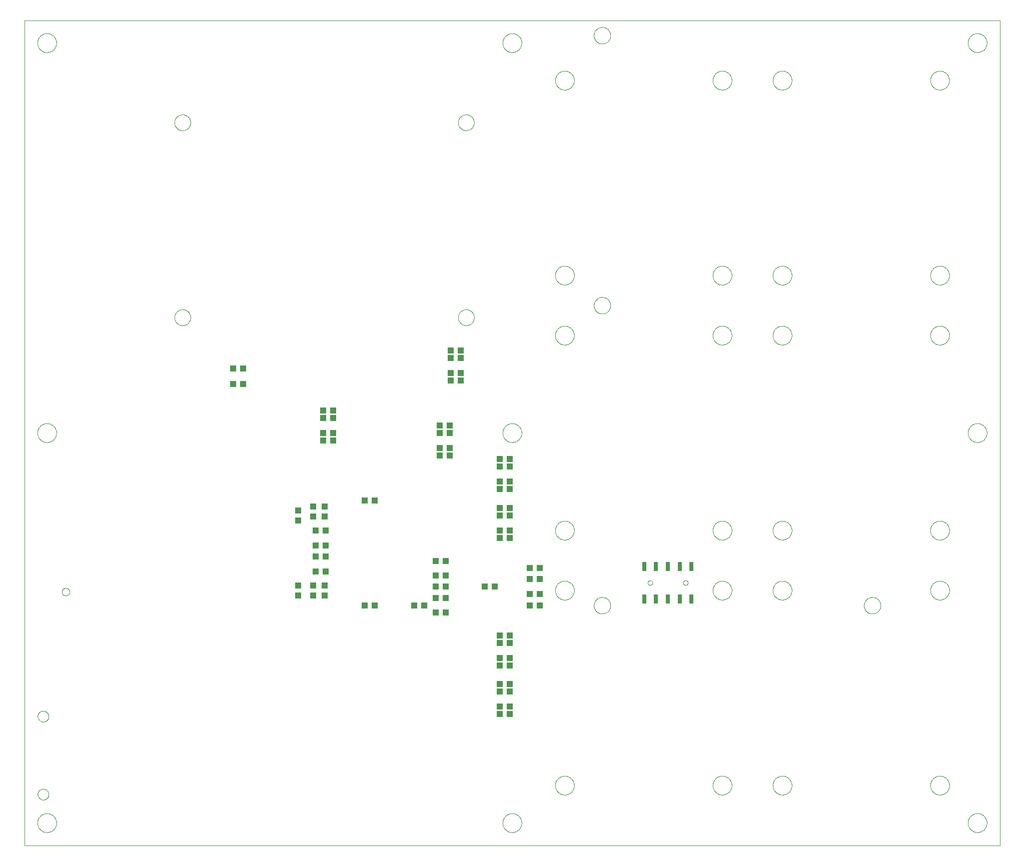
<source format=gbp>
G75*
%MOIN*%
%OFA0B0*%
%FSLAX25Y25*%
%IPPOS*%
%LPD*%
%AMOC8*
5,1,8,0,0,1.08239X$1,22.5*
%
%ADD10C,0.00000*%
%ADD11R,0.04331X0.03937*%
%ADD12R,0.03937X0.04331*%
%ADD13R,0.03150X0.05906*%
D10*
X0027589Y0022142D02*
X0027589Y0572142D01*
X0677589Y0572142D01*
X0677589Y0022142D01*
X0027589Y0022142D01*
X0036290Y0037142D02*
X0036292Y0037300D01*
X0036298Y0037458D01*
X0036308Y0037616D01*
X0036322Y0037774D01*
X0036340Y0037931D01*
X0036361Y0038088D01*
X0036387Y0038244D01*
X0036417Y0038400D01*
X0036450Y0038555D01*
X0036488Y0038708D01*
X0036529Y0038861D01*
X0036574Y0039013D01*
X0036623Y0039164D01*
X0036676Y0039313D01*
X0036732Y0039461D01*
X0036792Y0039607D01*
X0036856Y0039752D01*
X0036924Y0039895D01*
X0036995Y0040037D01*
X0037069Y0040177D01*
X0037147Y0040314D01*
X0037229Y0040450D01*
X0037313Y0040584D01*
X0037402Y0040715D01*
X0037493Y0040844D01*
X0037588Y0040971D01*
X0037685Y0041096D01*
X0037786Y0041218D01*
X0037890Y0041337D01*
X0037997Y0041454D01*
X0038107Y0041568D01*
X0038220Y0041679D01*
X0038335Y0041788D01*
X0038453Y0041893D01*
X0038574Y0041995D01*
X0038697Y0042095D01*
X0038823Y0042191D01*
X0038951Y0042284D01*
X0039081Y0042374D01*
X0039214Y0042460D01*
X0039349Y0042544D01*
X0039485Y0042623D01*
X0039624Y0042700D01*
X0039765Y0042772D01*
X0039907Y0042842D01*
X0040051Y0042907D01*
X0040197Y0042969D01*
X0040344Y0043027D01*
X0040493Y0043082D01*
X0040643Y0043133D01*
X0040794Y0043180D01*
X0040946Y0043223D01*
X0041099Y0043262D01*
X0041254Y0043298D01*
X0041409Y0043329D01*
X0041565Y0043357D01*
X0041721Y0043381D01*
X0041878Y0043401D01*
X0042036Y0043417D01*
X0042193Y0043429D01*
X0042352Y0043437D01*
X0042510Y0043441D01*
X0042668Y0043441D01*
X0042826Y0043437D01*
X0042985Y0043429D01*
X0043142Y0043417D01*
X0043300Y0043401D01*
X0043457Y0043381D01*
X0043613Y0043357D01*
X0043769Y0043329D01*
X0043924Y0043298D01*
X0044079Y0043262D01*
X0044232Y0043223D01*
X0044384Y0043180D01*
X0044535Y0043133D01*
X0044685Y0043082D01*
X0044834Y0043027D01*
X0044981Y0042969D01*
X0045127Y0042907D01*
X0045271Y0042842D01*
X0045413Y0042772D01*
X0045554Y0042700D01*
X0045693Y0042623D01*
X0045829Y0042544D01*
X0045964Y0042460D01*
X0046097Y0042374D01*
X0046227Y0042284D01*
X0046355Y0042191D01*
X0046481Y0042095D01*
X0046604Y0041995D01*
X0046725Y0041893D01*
X0046843Y0041788D01*
X0046958Y0041679D01*
X0047071Y0041568D01*
X0047181Y0041454D01*
X0047288Y0041337D01*
X0047392Y0041218D01*
X0047493Y0041096D01*
X0047590Y0040971D01*
X0047685Y0040844D01*
X0047776Y0040715D01*
X0047865Y0040584D01*
X0047949Y0040450D01*
X0048031Y0040314D01*
X0048109Y0040177D01*
X0048183Y0040037D01*
X0048254Y0039895D01*
X0048322Y0039752D01*
X0048386Y0039607D01*
X0048446Y0039461D01*
X0048502Y0039313D01*
X0048555Y0039164D01*
X0048604Y0039013D01*
X0048649Y0038861D01*
X0048690Y0038708D01*
X0048728Y0038555D01*
X0048761Y0038400D01*
X0048791Y0038244D01*
X0048817Y0038088D01*
X0048838Y0037931D01*
X0048856Y0037774D01*
X0048870Y0037616D01*
X0048880Y0037458D01*
X0048886Y0037300D01*
X0048888Y0037142D01*
X0048886Y0036984D01*
X0048880Y0036826D01*
X0048870Y0036668D01*
X0048856Y0036510D01*
X0048838Y0036353D01*
X0048817Y0036196D01*
X0048791Y0036040D01*
X0048761Y0035884D01*
X0048728Y0035729D01*
X0048690Y0035576D01*
X0048649Y0035423D01*
X0048604Y0035271D01*
X0048555Y0035120D01*
X0048502Y0034971D01*
X0048446Y0034823D01*
X0048386Y0034677D01*
X0048322Y0034532D01*
X0048254Y0034389D01*
X0048183Y0034247D01*
X0048109Y0034107D01*
X0048031Y0033970D01*
X0047949Y0033834D01*
X0047865Y0033700D01*
X0047776Y0033569D01*
X0047685Y0033440D01*
X0047590Y0033313D01*
X0047493Y0033188D01*
X0047392Y0033066D01*
X0047288Y0032947D01*
X0047181Y0032830D01*
X0047071Y0032716D01*
X0046958Y0032605D01*
X0046843Y0032496D01*
X0046725Y0032391D01*
X0046604Y0032289D01*
X0046481Y0032189D01*
X0046355Y0032093D01*
X0046227Y0032000D01*
X0046097Y0031910D01*
X0045964Y0031824D01*
X0045829Y0031740D01*
X0045693Y0031661D01*
X0045554Y0031584D01*
X0045413Y0031512D01*
X0045271Y0031442D01*
X0045127Y0031377D01*
X0044981Y0031315D01*
X0044834Y0031257D01*
X0044685Y0031202D01*
X0044535Y0031151D01*
X0044384Y0031104D01*
X0044232Y0031061D01*
X0044079Y0031022D01*
X0043924Y0030986D01*
X0043769Y0030955D01*
X0043613Y0030927D01*
X0043457Y0030903D01*
X0043300Y0030883D01*
X0043142Y0030867D01*
X0042985Y0030855D01*
X0042826Y0030847D01*
X0042668Y0030843D01*
X0042510Y0030843D01*
X0042352Y0030847D01*
X0042193Y0030855D01*
X0042036Y0030867D01*
X0041878Y0030883D01*
X0041721Y0030903D01*
X0041565Y0030927D01*
X0041409Y0030955D01*
X0041254Y0030986D01*
X0041099Y0031022D01*
X0040946Y0031061D01*
X0040794Y0031104D01*
X0040643Y0031151D01*
X0040493Y0031202D01*
X0040344Y0031257D01*
X0040197Y0031315D01*
X0040051Y0031377D01*
X0039907Y0031442D01*
X0039765Y0031512D01*
X0039624Y0031584D01*
X0039485Y0031661D01*
X0039349Y0031740D01*
X0039214Y0031824D01*
X0039081Y0031910D01*
X0038951Y0032000D01*
X0038823Y0032093D01*
X0038697Y0032189D01*
X0038574Y0032289D01*
X0038453Y0032391D01*
X0038335Y0032496D01*
X0038220Y0032605D01*
X0038107Y0032716D01*
X0037997Y0032830D01*
X0037890Y0032947D01*
X0037786Y0033066D01*
X0037685Y0033188D01*
X0037588Y0033313D01*
X0037493Y0033440D01*
X0037402Y0033569D01*
X0037313Y0033700D01*
X0037229Y0033834D01*
X0037147Y0033970D01*
X0037069Y0034107D01*
X0036995Y0034247D01*
X0036924Y0034389D01*
X0036856Y0034532D01*
X0036792Y0034677D01*
X0036732Y0034823D01*
X0036676Y0034971D01*
X0036623Y0035120D01*
X0036574Y0035271D01*
X0036529Y0035423D01*
X0036488Y0035576D01*
X0036450Y0035729D01*
X0036417Y0035884D01*
X0036387Y0036040D01*
X0036361Y0036196D01*
X0036340Y0036353D01*
X0036322Y0036510D01*
X0036308Y0036668D01*
X0036298Y0036826D01*
X0036292Y0036984D01*
X0036290Y0037142D01*
X0036467Y0056158D02*
X0036469Y0056278D01*
X0036475Y0056399D01*
X0036485Y0056519D01*
X0036499Y0056638D01*
X0036517Y0056757D01*
X0036538Y0056876D01*
X0036564Y0056994D01*
X0036594Y0057110D01*
X0036627Y0057226D01*
X0036664Y0057341D01*
X0036705Y0057454D01*
X0036750Y0057566D01*
X0036798Y0057676D01*
X0036850Y0057785D01*
X0036906Y0057891D01*
X0036965Y0057996D01*
X0037028Y0058099D01*
X0037093Y0058200D01*
X0037163Y0058299D01*
X0037235Y0058395D01*
X0037310Y0058489D01*
X0037389Y0058580D01*
X0037471Y0058669D01*
X0037555Y0058754D01*
X0037642Y0058838D01*
X0037732Y0058918D01*
X0037825Y0058995D01*
X0037920Y0059069D01*
X0038017Y0059139D01*
X0038117Y0059207D01*
X0038219Y0059271D01*
X0038323Y0059332D01*
X0038429Y0059389D01*
X0038537Y0059443D01*
X0038646Y0059493D01*
X0038757Y0059540D01*
X0038870Y0059583D01*
X0038984Y0059622D01*
X0039099Y0059657D01*
X0039215Y0059689D01*
X0039332Y0059716D01*
X0039450Y0059740D01*
X0039569Y0059760D01*
X0039688Y0059776D01*
X0039808Y0059788D01*
X0039928Y0059796D01*
X0040049Y0059800D01*
X0040169Y0059800D01*
X0040290Y0059796D01*
X0040410Y0059788D01*
X0040530Y0059776D01*
X0040649Y0059760D01*
X0040768Y0059740D01*
X0040886Y0059716D01*
X0041003Y0059689D01*
X0041119Y0059657D01*
X0041234Y0059622D01*
X0041348Y0059583D01*
X0041461Y0059540D01*
X0041572Y0059493D01*
X0041681Y0059443D01*
X0041789Y0059389D01*
X0041895Y0059332D01*
X0041999Y0059271D01*
X0042101Y0059207D01*
X0042201Y0059139D01*
X0042298Y0059069D01*
X0042393Y0058995D01*
X0042486Y0058918D01*
X0042576Y0058838D01*
X0042663Y0058754D01*
X0042747Y0058669D01*
X0042829Y0058580D01*
X0042908Y0058489D01*
X0042983Y0058395D01*
X0043055Y0058299D01*
X0043125Y0058200D01*
X0043190Y0058099D01*
X0043253Y0057996D01*
X0043312Y0057891D01*
X0043368Y0057785D01*
X0043420Y0057676D01*
X0043468Y0057566D01*
X0043513Y0057454D01*
X0043554Y0057341D01*
X0043591Y0057226D01*
X0043624Y0057110D01*
X0043654Y0056994D01*
X0043680Y0056876D01*
X0043701Y0056757D01*
X0043719Y0056638D01*
X0043733Y0056519D01*
X0043743Y0056399D01*
X0043749Y0056278D01*
X0043751Y0056158D01*
X0043749Y0056038D01*
X0043743Y0055917D01*
X0043733Y0055797D01*
X0043719Y0055678D01*
X0043701Y0055559D01*
X0043680Y0055440D01*
X0043654Y0055322D01*
X0043624Y0055206D01*
X0043591Y0055090D01*
X0043554Y0054975D01*
X0043513Y0054862D01*
X0043468Y0054750D01*
X0043420Y0054640D01*
X0043368Y0054531D01*
X0043312Y0054425D01*
X0043253Y0054320D01*
X0043190Y0054217D01*
X0043125Y0054116D01*
X0043055Y0054017D01*
X0042983Y0053921D01*
X0042908Y0053827D01*
X0042829Y0053736D01*
X0042747Y0053647D01*
X0042663Y0053562D01*
X0042576Y0053478D01*
X0042486Y0053398D01*
X0042393Y0053321D01*
X0042298Y0053247D01*
X0042201Y0053177D01*
X0042101Y0053109D01*
X0041999Y0053045D01*
X0041895Y0052984D01*
X0041789Y0052927D01*
X0041681Y0052873D01*
X0041572Y0052823D01*
X0041461Y0052776D01*
X0041348Y0052733D01*
X0041234Y0052694D01*
X0041119Y0052659D01*
X0041003Y0052627D01*
X0040886Y0052600D01*
X0040768Y0052576D01*
X0040649Y0052556D01*
X0040530Y0052540D01*
X0040410Y0052528D01*
X0040290Y0052520D01*
X0040169Y0052516D01*
X0040049Y0052516D01*
X0039928Y0052520D01*
X0039808Y0052528D01*
X0039688Y0052540D01*
X0039569Y0052556D01*
X0039450Y0052576D01*
X0039332Y0052600D01*
X0039215Y0052627D01*
X0039099Y0052659D01*
X0038984Y0052694D01*
X0038870Y0052733D01*
X0038757Y0052776D01*
X0038646Y0052823D01*
X0038537Y0052873D01*
X0038429Y0052927D01*
X0038323Y0052984D01*
X0038219Y0053045D01*
X0038117Y0053109D01*
X0038017Y0053177D01*
X0037920Y0053247D01*
X0037825Y0053321D01*
X0037732Y0053398D01*
X0037642Y0053478D01*
X0037555Y0053562D01*
X0037471Y0053647D01*
X0037389Y0053736D01*
X0037310Y0053827D01*
X0037235Y0053921D01*
X0037163Y0054017D01*
X0037093Y0054116D01*
X0037028Y0054217D01*
X0036965Y0054320D01*
X0036906Y0054425D01*
X0036850Y0054531D01*
X0036798Y0054640D01*
X0036750Y0054750D01*
X0036705Y0054862D01*
X0036664Y0054975D01*
X0036627Y0055090D01*
X0036594Y0055206D01*
X0036564Y0055322D01*
X0036538Y0055440D01*
X0036517Y0055559D01*
X0036499Y0055678D01*
X0036485Y0055797D01*
X0036475Y0055917D01*
X0036469Y0056038D01*
X0036467Y0056158D01*
X0036467Y0108127D02*
X0036469Y0108247D01*
X0036475Y0108368D01*
X0036485Y0108488D01*
X0036499Y0108607D01*
X0036517Y0108726D01*
X0036538Y0108845D01*
X0036564Y0108963D01*
X0036594Y0109079D01*
X0036627Y0109195D01*
X0036664Y0109310D01*
X0036705Y0109423D01*
X0036750Y0109535D01*
X0036798Y0109645D01*
X0036850Y0109754D01*
X0036906Y0109860D01*
X0036965Y0109965D01*
X0037028Y0110068D01*
X0037093Y0110169D01*
X0037163Y0110268D01*
X0037235Y0110364D01*
X0037310Y0110458D01*
X0037389Y0110549D01*
X0037471Y0110638D01*
X0037555Y0110723D01*
X0037642Y0110807D01*
X0037732Y0110887D01*
X0037825Y0110964D01*
X0037920Y0111038D01*
X0038017Y0111108D01*
X0038117Y0111176D01*
X0038219Y0111240D01*
X0038323Y0111301D01*
X0038429Y0111358D01*
X0038537Y0111412D01*
X0038646Y0111462D01*
X0038757Y0111509D01*
X0038870Y0111552D01*
X0038984Y0111591D01*
X0039099Y0111626D01*
X0039215Y0111658D01*
X0039332Y0111685D01*
X0039450Y0111709D01*
X0039569Y0111729D01*
X0039688Y0111745D01*
X0039808Y0111757D01*
X0039928Y0111765D01*
X0040049Y0111769D01*
X0040169Y0111769D01*
X0040290Y0111765D01*
X0040410Y0111757D01*
X0040530Y0111745D01*
X0040649Y0111729D01*
X0040768Y0111709D01*
X0040886Y0111685D01*
X0041003Y0111658D01*
X0041119Y0111626D01*
X0041234Y0111591D01*
X0041348Y0111552D01*
X0041461Y0111509D01*
X0041572Y0111462D01*
X0041681Y0111412D01*
X0041789Y0111358D01*
X0041895Y0111301D01*
X0041999Y0111240D01*
X0042101Y0111176D01*
X0042201Y0111108D01*
X0042298Y0111038D01*
X0042393Y0110964D01*
X0042486Y0110887D01*
X0042576Y0110807D01*
X0042663Y0110723D01*
X0042747Y0110638D01*
X0042829Y0110549D01*
X0042908Y0110458D01*
X0042983Y0110364D01*
X0043055Y0110268D01*
X0043125Y0110169D01*
X0043190Y0110068D01*
X0043253Y0109965D01*
X0043312Y0109860D01*
X0043368Y0109754D01*
X0043420Y0109645D01*
X0043468Y0109535D01*
X0043513Y0109423D01*
X0043554Y0109310D01*
X0043591Y0109195D01*
X0043624Y0109079D01*
X0043654Y0108963D01*
X0043680Y0108845D01*
X0043701Y0108726D01*
X0043719Y0108607D01*
X0043733Y0108488D01*
X0043743Y0108368D01*
X0043749Y0108247D01*
X0043751Y0108127D01*
X0043749Y0108007D01*
X0043743Y0107886D01*
X0043733Y0107766D01*
X0043719Y0107647D01*
X0043701Y0107528D01*
X0043680Y0107409D01*
X0043654Y0107291D01*
X0043624Y0107175D01*
X0043591Y0107059D01*
X0043554Y0106944D01*
X0043513Y0106831D01*
X0043468Y0106719D01*
X0043420Y0106609D01*
X0043368Y0106500D01*
X0043312Y0106394D01*
X0043253Y0106289D01*
X0043190Y0106186D01*
X0043125Y0106085D01*
X0043055Y0105986D01*
X0042983Y0105890D01*
X0042908Y0105796D01*
X0042829Y0105705D01*
X0042747Y0105616D01*
X0042663Y0105531D01*
X0042576Y0105447D01*
X0042486Y0105367D01*
X0042393Y0105290D01*
X0042298Y0105216D01*
X0042201Y0105146D01*
X0042101Y0105078D01*
X0041999Y0105014D01*
X0041895Y0104953D01*
X0041789Y0104896D01*
X0041681Y0104842D01*
X0041572Y0104792D01*
X0041461Y0104745D01*
X0041348Y0104702D01*
X0041234Y0104663D01*
X0041119Y0104628D01*
X0041003Y0104596D01*
X0040886Y0104569D01*
X0040768Y0104545D01*
X0040649Y0104525D01*
X0040530Y0104509D01*
X0040410Y0104497D01*
X0040290Y0104489D01*
X0040169Y0104485D01*
X0040049Y0104485D01*
X0039928Y0104489D01*
X0039808Y0104497D01*
X0039688Y0104509D01*
X0039569Y0104525D01*
X0039450Y0104545D01*
X0039332Y0104569D01*
X0039215Y0104596D01*
X0039099Y0104628D01*
X0038984Y0104663D01*
X0038870Y0104702D01*
X0038757Y0104745D01*
X0038646Y0104792D01*
X0038537Y0104842D01*
X0038429Y0104896D01*
X0038323Y0104953D01*
X0038219Y0105014D01*
X0038117Y0105078D01*
X0038017Y0105146D01*
X0037920Y0105216D01*
X0037825Y0105290D01*
X0037732Y0105367D01*
X0037642Y0105447D01*
X0037555Y0105531D01*
X0037471Y0105616D01*
X0037389Y0105705D01*
X0037310Y0105796D01*
X0037235Y0105890D01*
X0037163Y0105986D01*
X0037093Y0106085D01*
X0037028Y0106186D01*
X0036965Y0106289D01*
X0036906Y0106394D01*
X0036850Y0106500D01*
X0036798Y0106609D01*
X0036750Y0106719D01*
X0036705Y0106831D01*
X0036664Y0106944D01*
X0036627Y0107059D01*
X0036594Y0107175D01*
X0036564Y0107291D01*
X0036538Y0107409D01*
X0036517Y0107528D01*
X0036499Y0107647D01*
X0036485Y0107766D01*
X0036475Y0107886D01*
X0036469Y0108007D01*
X0036467Y0108127D01*
X0052530Y0191138D02*
X0052532Y0191239D01*
X0052538Y0191340D01*
X0052548Y0191441D01*
X0052562Y0191541D01*
X0052580Y0191640D01*
X0052602Y0191739D01*
X0052627Y0191837D01*
X0052657Y0191934D01*
X0052690Y0192029D01*
X0052727Y0192123D01*
X0052768Y0192216D01*
X0052812Y0192307D01*
X0052860Y0192396D01*
X0052912Y0192483D01*
X0052967Y0192568D01*
X0053025Y0192650D01*
X0053086Y0192731D01*
X0053151Y0192809D01*
X0053218Y0192884D01*
X0053288Y0192956D01*
X0053362Y0193026D01*
X0053438Y0193093D01*
X0053516Y0193157D01*
X0053597Y0193217D01*
X0053680Y0193274D01*
X0053766Y0193328D01*
X0053854Y0193379D01*
X0053943Y0193426D01*
X0054034Y0193470D01*
X0054127Y0193509D01*
X0054222Y0193546D01*
X0054317Y0193578D01*
X0054414Y0193607D01*
X0054513Y0193631D01*
X0054611Y0193652D01*
X0054711Y0193669D01*
X0054811Y0193682D01*
X0054912Y0193691D01*
X0055013Y0193696D01*
X0055114Y0193697D01*
X0055215Y0193694D01*
X0055316Y0193687D01*
X0055417Y0193676D01*
X0055517Y0193661D01*
X0055616Y0193642D01*
X0055715Y0193619D01*
X0055812Y0193593D01*
X0055909Y0193562D01*
X0056004Y0193528D01*
X0056097Y0193490D01*
X0056190Y0193448D01*
X0056280Y0193403D01*
X0056369Y0193354D01*
X0056455Y0193302D01*
X0056539Y0193246D01*
X0056622Y0193187D01*
X0056701Y0193125D01*
X0056779Y0193060D01*
X0056853Y0192992D01*
X0056925Y0192920D01*
X0056994Y0192847D01*
X0057060Y0192770D01*
X0057123Y0192691D01*
X0057183Y0192609D01*
X0057239Y0192525D01*
X0057292Y0192439D01*
X0057342Y0192351D01*
X0057388Y0192261D01*
X0057431Y0192170D01*
X0057470Y0192076D01*
X0057505Y0191981D01*
X0057536Y0191885D01*
X0057564Y0191788D01*
X0057588Y0191690D01*
X0057608Y0191591D01*
X0057624Y0191491D01*
X0057636Y0191390D01*
X0057644Y0191290D01*
X0057648Y0191189D01*
X0057648Y0191087D01*
X0057644Y0190986D01*
X0057636Y0190886D01*
X0057624Y0190785D01*
X0057608Y0190685D01*
X0057588Y0190586D01*
X0057564Y0190488D01*
X0057536Y0190391D01*
X0057505Y0190295D01*
X0057470Y0190200D01*
X0057431Y0190106D01*
X0057388Y0190015D01*
X0057342Y0189925D01*
X0057292Y0189837D01*
X0057239Y0189751D01*
X0057183Y0189667D01*
X0057123Y0189585D01*
X0057060Y0189506D01*
X0056994Y0189429D01*
X0056925Y0189356D01*
X0056853Y0189284D01*
X0056779Y0189216D01*
X0056701Y0189151D01*
X0056622Y0189089D01*
X0056539Y0189030D01*
X0056455Y0188974D01*
X0056368Y0188922D01*
X0056280Y0188873D01*
X0056190Y0188828D01*
X0056097Y0188786D01*
X0056004Y0188748D01*
X0055909Y0188714D01*
X0055812Y0188683D01*
X0055715Y0188657D01*
X0055616Y0188634D01*
X0055517Y0188615D01*
X0055417Y0188600D01*
X0055316Y0188589D01*
X0055215Y0188582D01*
X0055114Y0188579D01*
X0055013Y0188580D01*
X0054912Y0188585D01*
X0054811Y0188594D01*
X0054711Y0188607D01*
X0054611Y0188624D01*
X0054513Y0188645D01*
X0054414Y0188669D01*
X0054317Y0188698D01*
X0054222Y0188730D01*
X0054127Y0188767D01*
X0054034Y0188806D01*
X0053943Y0188850D01*
X0053854Y0188897D01*
X0053766Y0188948D01*
X0053680Y0189002D01*
X0053597Y0189059D01*
X0053516Y0189119D01*
X0053438Y0189183D01*
X0053362Y0189250D01*
X0053288Y0189320D01*
X0053218Y0189392D01*
X0053151Y0189467D01*
X0053086Y0189545D01*
X0053025Y0189626D01*
X0052967Y0189708D01*
X0052912Y0189793D01*
X0052860Y0189880D01*
X0052812Y0189969D01*
X0052768Y0190060D01*
X0052727Y0190153D01*
X0052690Y0190247D01*
X0052657Y0190342D01*
X0052627Y0190439D01*
X0052602Y0190537D01*
X0052580Y0190636D01*
X0052562Y0190735D01*
X0052548Y0190835D01*
X0052538Y0190936D01*
X0052532Y0191037D01*
X0052530Y0191138D01*
X0036290Y0297142D02*
X0036292Y0297300D01*
X0036298Y0297458D01*
X0036308Y0297616D01*
X0036322Y0297774D01*
X0036340Y0297931D01*
X0036361Y0298088D01*
X0036387Y0298244D01*
X0036417Y0298400D01*
X0036450Y0298555D01*
X0036488Y0298708D01*
X0036529Y0298861D01*
X0036574Y0299013D01*
X0036623Y0299164D01*
X0036676Y0299313D01*
X0036732Y0299461D01*
X0036792Y0299607D01*
X0036856Y0299752D01*
X0036924Y0299895D01*
X0036995Y0300037D01*
X0037069Y0300177D01*
X0037147Y0300314D01*
X0037229Y0300450D01*
X0037313Y0300584D01*
X0037402Y0300715D01*
X0037493Y0300844D01*
X0037588Y0300971D01*
X0037685Y0301096D01*
X0037786Y0301218D01*
X0037890Y0301337D01*
X0037997Y0301454D01*
X0038107Y0301568D01*
X0038220Y0301679D01*
X0038335Y0301788D01*
X0038453Y0301893D01*
X0038574Y0301995D01*
X0038697Y0302095D01*
X0038823Y0302191D01*
X0038951Y0302284D01*
X0039081Y0302374D01*
X0039214Y0302460D01*
X0039349Y0302544D01*
X0039485Y0302623D01*
X0039624Y0302700D01*
X0039765Y0302772D01*
X0039907Y0302842D01*
X0040051Y0302907D01*
X0040197Y0302969D01*
X0040344Y0303027D01*
X0040493Y0303082D01*
X0040643Y0303133D01*
X0040794Y0303180D01*
X0040946Y0303223D01*
X0041099Y0303262D01*
X0041254Y0303298D01*
X0041409Y0303329D01*
X0041565Y0303357D01*
X0041721Y0303381D01*
X0041878Y0303401D01*
X0042036Y0303417D01*
X0042193Y0303429D01*
X0042352Y0303437D01*
X0042510Y0303441D01*
X0042668Y0303441D01*
X0042826Y0303437D01*
X0042985Y0303429D01*
X0043142Y0303417D01*
X0043300Y0303401D01*
X0043457Y0303381D01*
X0043613Y0303357D01*
X0043769Y0303329D01*
X0043924Y0303298D01*
X0044079Y0303262D01*
X0044232Y0303223D01*
X0044384Y0303180D01*
X0044535Y0303133D01*
X0044685Y0303082D01*
X0044834Y0303027D01*
X0044981Y0302969D01*
X0045127Y0302907D01*
X0045271Y0302842D01*
X0045413Y0302772D01*
X0045554Y0302700D01*
X0045693Y0302623D01*
X0045829Y0302544D01*
X0045964Y0302460D01*
X0046097Y0302374D01*
X0046227Y0302284D01*
X0046355Y0302191D01*
X0046481Y0302095D01*
X0046604Y0301995D01*
X0046725Y0301893D01*
X0046843Y0301788D01*
X0046958Y0301679D01*
X0047071Y0301568D01*
X0047181Y0301454D01*
X0047288Y0301337D01*
X0047392Y0301218D01*
X0047493Y0301096D01*
X0047590Y0300971D01*
X0047685Y0300844D01*
X0047776Y0300715D01*
X0047865Y0300584D01*
X0047949Y0300450D01*
X0048031Y0300314D01*
X0048109Y0300177D01*
X0048183Y0300037D01*
X0048254Y0299895D01*
X0048322Y0299752D01*
X0048386Y0299607D01*
X0048446Y0299461D01*
X0048502Y0299313D01*
X0048555Y0299164D01*
X0048604Y0299013D01*
X0048649Y0298861D01*
X0048690Y0298708D01*
X0048728Y0298555D01*
X0048761Y0298400D01*
X0048791Y0298244D01*
X0048817Y0298088D01*
X0048838Y0297931D01*
X0048856Y0297774D01*
X0048870Y0297616D01*
X0048880Y0297458D01*
X0048886Y0297300D01*
X0048888Y0297142D01*
X0048886Y0296984D01*
X0048880Y0296826D01*
X0048870Y0296668D01*
X0048856Y0296510D01*
X0048838Y0296353D01*
X0048817Y0296196D01*
X0048791Y0296040D01*
X0048761Y0295884D01*
X0048728Y0295729D01*
X0048690Y0295576D01*
X0048649Y0295423D01*
X0048604Y0295271D01*
X0048555Y0295120D01*
X0048502Y0294971D01*
X0048446Y0294823D01*
X0048386Y0294677D01*
X0048322Y0294532D01*
X0048254Y0294389D01*
X0048183Y0294247D01*
X0048109Y0294107D01*
X0048031Y0293970D01*
X0047949Y0293834D01*
X0047865Y0293700D01*
X0047776Y0293569D01*
X0047685Y0293440D01*
X0047590Y0293313D01*
X0047493Y0293188D01*
X0047392Y0293066D01*
X0047288Y0292947D01*
X0047181Y0292830D01*
X0047071Y0292716D01*
X0046958Y0292605D01*
X0046843Y0292496D01*
X0046725Y0292391D01*
X0046604Y0292289D01*
X0046481Y0292189D01*
X0046355Y0292093D01*
X0046227Y0292000D01*
X0046097Y0291910D01*
X0045964Y0291824D01*
X0045829Y0291740D01*
X0045693Y0291661D01*
X0045554Y0291584D01*
X0045413Y0291512D01*
X0045271Y0291442D01*
X0045127Y0291377D01*
X0044981Y0291315D01*
X0044834Y0291257D01*
X0044685Y0291202D01*
X0044535Y0291151D01*
X0044384Y0291104D01*
X0044232Y0291061D01*
X0044079Y0291022D01*
X0043924Y0290986D01*
X0043769Y0290955D01*
X0043613Y0290927D01*
X0043457Y0290903D01*
X0043300Y0290883D01*
X0043142Y0290867D01*
X0042985Y0290855D01*
X0042826Y0290847D01*
X0042668Y0290843D01*
X0042510Y0290843D01*
X0042352Y0290847D01*
X0042193Y0290855D01*
X0042036Y0290867D01*
X0041878Y0290883D01*
X0041721Y0290903D01*
X0041565Y0290927D01*
X0041409Y0290955D01*
X0041254Y0290986D01*
X0041099Y0291022D01*
X0040946Y0291061D01*
X0040794Y0291104D01*
X0040643Y0291151D01*
X0040493Y0291202D01*
X0040344Y0291257D01*
X0040197Y0291315D01*
X0040051Y0291377D01*
X0039907Y0291442D01*
X0039765Y0291512D01*
X0039624Y0291584D01*
X0039485Y0291661D01*
X0039349Y0291740D01*
X0039214Y0291824D01*
X0039081Y0291910D01*
X0038951Y0292000D01*
X0038823Y0292093D01*
X0038697Y0292189D01*
X0038574Y0292289D01*
X0038453Y0292391D01*
X0038335Y0292496D01*
X0038220Y0292605D01*
X0038107Y0292716D01*
X0037997Y0292830D01*
X0037890Y0292947D01*
X0037786Y0293066D01*
X0037685Y0293188D01*
X0037588Y0293313D01*
X0037493Y0293440D01*
X0037402Y0293569D01*
X0037313Y0293700D01*
X0037229Y0293834D01*
X0037147Y0293970D01*
X0037069Y0294107D01*
X0036995Y0294247D01*
X0036924Y0294389D01*
X0036856Y0294532D01*
X0036792Y0294677D01*
X0036732Y0294823D01*
X0036676Y0294971D01*
X0036623Y0295120D01*
X0036574Y0295271D01*
X0036529Y0295423D01*
X0036488Y0295576D01*
X0036450Y0295729D01*
X0036417Y0295884D01*
X0036387Y0296040D01*
X0036361Y0296196D01*
X0036340Y0296353D01*
X0036322Y0296510D01*
X0036308Y0296668D01*
X0036298Y0296826D01*
X0036292Y0296984D01*
X0036290Y0297142D01*
X0127628Y0374111D02*
X0127630Y0374256D01*
X0127636Y0374401D01*
X0127646Y0374546D01*
X0127660Y0374691D01*
X0127678Y0374835D01*
X0127699Y0374978D01*
X0127725Y0375121D01*
X0127754Y0375263D01*
X0127788Y0375405D01*
X0127825Y0375545D01*
X0127866Y0375684D01*
X0127911Y0375822D01*
X0127960Y0375959D01*
X0128012Y0376095D01*
X0128068Y0376229D01*
X0128128Y0376361D01*
X0128191Y0376492D01*
X0128258Y0376620D01*
X0128328Y0376748D01*
X0128402Y0376873D01*
X0128479Y0376996D01*
X0128559Y0377116D01*
X0128643Y0377235D01*
X0128730Y0377351D01*
X0128820Y0377465D01*
X0128913Y0377577D01*
X0129009Y0377685D01*
X0129109Y0377791D01*
X0129210Y0377895D01*
X0129315Y0377995D01*
X0129423Y0378093D01*
X0129533Y0378188D01*
X0129645Y0378279D01*
X0129760Y0378368D01*
X0129878Y0378453D01*
X0129998Y0378535D01*
X0130120Y0378614D01*
X0130244Y0378690D01*
X0130370Y0378762D01*
X0130498Y0378830D01*
X0130628Y0378895D01*
X0130759Y0378957D01*
X0130892Y0379014D01*
X0131027Y0379069D01*
X0131163Y0379119D01*
X0131301Y0379166D01*
X0131439Y0379209D01*
X0131579Y0379248D01*
X0131720Y0379283D01*
X0131862Y0379315D01*
X0132004Y0379342D01*
X0132147Y0379366D01*
X0132291Y0379386D01*
X0132436Y0379402D01*
X0132580Y0379414D01*
X0132725Y0379422D01*
X0132870Y0379426D01*
X0133016Y0379426D01*
X0133161Y0379422D01*
X0133306Y0379414D01*
X0133450Y0379402D01*
X0133595Y0379386D01*
X0133739Y0379366D01*
X0133882Y0379342D01*
X0134024Y0379315D01*
X0134166Y0379283D01*
X0134307Y0379248D01*
X0134447Y0379209D01*
X0134585Y0379166D01*
X0134723Y0379119D01*
X0134859Y0379069D01*
X0134994Y0379014D01*
X0135127Y0378957D01*
X0135258Y0378895D01*
X0135388Y0378830D01*
X0135516Y0378762D01*
X0135642Y0378690D01*
X0135766Y0378614D01*
X0135888Y0378535D01*
X0136008Y0378453D01*
X0136126Y0378368D01*
X0136241Y0378279D01*
X0136353Y0378188D01*
X0136463Y0378093D01*
X0136571Y0377995D01*
X0136676Y0377895D01*
X0136777Y0377791D01*
X0136877Y0377685D01*
X0136973Y0377577D01*
X0137066Y0377465D01*
X0137156Y0377351D01*
X0137243Y0377235D01*
X0137327Y0377116D01*
X0137407Y0376996D01*
X0137484Y0376873D01*
X0137558Y0376748D01*
X0137628Y0376620D01*
X0137695Y0376492D01*
X0137758Y0376361D01*
X0137818Y0376229D01*
X0137874Y0376095D01*
X0137926Y0375959D01*
X0137975Y0375822D01*
X0138020Y0375684D01*
X0138061Y0375545D01*
X0138098Y0375405D01*
X0138132Y0375263D01*
X0138161Y0375121D01*
X0138187Y0374978D01*
X0138208Y0374835D01*
X0138226Y0374691D01*
X0138240Y0374546D01*
X0138250Y0374401D01*
X0138256Y0374256D01*
X0138258Y0374111D01*
X0138256Y0373966D01*
X0138250Y0373821D01*
X0138240Y0373676D01*
X0138226Y0373531D01*
X0138208Y0373387D01*
X0138187Y0373244D01*
X0138161Y0373101D01*
X0138132Y0372959D01*
X0138098Y0372817D01*
X0138061Y0372677D01*
X0138020Y0372538D01*
X0137975Y0372400D01*
X0137926Y0372263D01*
X0137874Y0372127D01*
X0137818Y0371993D01*
X0137758Y0371861D01*
X0137695Y0371730D01*
X0137628Y0371602D01*
X0137558Y0371474D01*
X0137484Y0371349D01*
X0137407Y0371226D01*
X0137327Y0371106D01*
X0137243Y0370987D01*
X0137156Y0370871D01*
X0137066Y0370757D01*
X0136973Y0370645D01*
X0136877Y0370537D01*
X0136777Y0370431D01*
X0136676Y0370327D01*
X0136571Y0370227D01*
X0136463Y0370129D01*
X0136353Y0370034D01*
X0136241Y0369943D01*
X0136126Y0369854D01*
X0136008Y0369769D01*
X0135888Y0369687D01*
X0135766Y0369608D01*
X0135642Y0369532D01*
X0135516Y0369460D01*
X0135388Y0369392D01*
X0135258Y0369327D01*
X0135127Y0369265D01*
X0134994Y0369208D01*
X0134859Y0369153D01*
X0134723Y0369103D01*
X0134585Y0369056D01*
X0134447Y0369013D01*
X0134307Y0368974D01*
X0134166Y0368939D01*
X0134024Y0368907D01*
X0133882Y0368880D01*
X0133739Y0368856D01*
X0133595Y0368836D01*
X0133450Y0368820D01*
X0133306Y0368808D01*
X0133161Y0368800D01*
X0133016Y0368796D01*
X0132870Y0368796D01*
X0132725Y0368800D01*
X0132580Y0368808D01*
X0132436Y0368820D01*
X0132291Y0368836D01*
X0132147Y0368856D01*
X0132004Y0368880D01*
X0131862Y0368907D01*
X0131720Y0368939D01*
X0131579Y0368974D01*
X0131439Y0369013D01*
X0131301Y0369056D01*
X0131163Y0369103D01*
X0131027Y0369153D01*
X0130892Y0369208D01*
X0130759Y0369265D01*
X0130628Y0369327D01*
X0130498Y0369392D01*
X0130370Y0369460D01*
X0130244Y0369532D01*
X0130120Y0369608D01*
X0129998Y0369687D01*
X0129878Y0369769D01*
X0129760Y0369854D01*
X0129645Y0369943D01*
X0129533Y0370034D01*
X0129423Y0370129D01*
X0129315Y0370227D01*
X0129210Y0370327D01*
X0129109Y0370431D01*
X0129009Y0370537D01*
X0128913Y0370645D01*
X0128820Y0370757D01*
X0128730Y0370871D01*
X0128643Y0370987D01*
X0128559Y0371106D01*
X0128479Y0371226D01*
X0128402Y0371349D01*
X0128328Y0371474D01*
X0128258Y0371602D01*
X0128191Y0371730D01*
X0128128Y0371861D01*
X0128068Y0371993D01*
X0128012Y0372127D01*
X0127960Y0372263D01*
X0127911Y0372400D01*
X0127866Y0372538D01*
X0127825Y0372677D01*
X0127788Y0372817D01*
X0127754Y0372959D01*
X0127725Y0373101D01*
X0127699Y0373244D01*
X0127678Y0373387D01*
X0127660Y0373531D01*
X0127646Y0373676D01*
X0127636Y0373821D01*
X0127630Y0373966D01*
X0127628Y0374111D01*
X0127628Y0504032D02*
X0127630Y0504177D01*
X0127636Y0504322D01*
X0127646Y0504467D01*
X0127660Y0504612D01*
X0127678Y0504756D01*
X0127699Y0504899D01*
X0127725Y0505042D01*
X0127754Y0505184D01*
X0127788Y0505326D01*
X0127825Y0505466D01*
X0127866Y0505605D01*
X0127911Y0505743D01*
X0127960Y0505880D01*
X0128012Y0506016D01*
X0128068Y0506150D01*
X0128128Y0506282D01*
X0128191Y0506413D01*
X0128258Y0506541D01*
X0128328Y0506669D01*
X0128402Y0506794D01*
X0128479Y0506917D01*
X0128559Y0507037D01*
X0128643Y0507156D01*
X0128730Y0507272D01*
X0128820Y0507386D01*
X0128913Y0507498D01*
X0129009Y0507606D01*
X0129109Y0507712D01*
X0129210Y0507816D01*
X0129315Y0507916D01*
X0129423Y0508014D01*
X0129533Y0508109D01*
X0129645Y0508200D01*
X0129760Y0508289D01*
X0129878Y0508374D01*
X0129998Y0508456D01*
X0130120Y0508535D01*
X0130244Y0508611D01*
X0130370Y0508683D01*
X0130498Y0508751D01*
X0130628Y0508816D01*
X0130759Y0508878D01*
X0130892Y0508935D01*
X0131027Y0508990D01*
X0131163Y0509040D01*
X0131301Y0509087D01*
X0131439Y0509130D01*
X0131579Y0509169D01*
X0131720Y0509204D01*
X0131862Y0509236D01*
X0132004Y0509263D01*
X0132147Y0509287D01*
X0132291Y0509307D01*
X0132436Y0509323D01*
X0132580Y0509335D01*
X0132725Y0509343D01*
X0132870Y0509347D01*
X0133016Y0509347D01*
X0133161Y0509343D01*
X0133306Y0509335D01*
X0133450Y0509323D01*
X0133595Y0509307D01*
X0133739Y0509287D01*
X0133882Y0509263D01*
X0134024Y0509236D01*
X0134166Y0509204D01*
X0134307Y0509169D01*
X0134447Y0509130D01*
X0134585Y0509087D01*
X0134723Y0509040D01*
X0134859Y0508990D01*
X0134994Y0508935D01*
X0135127Y0508878D01*
X0135258Y0508816D01*
X0135388Y0508751D01*
X0135516Y0508683D01*
X0135642Y0508611D01*
X0135766Y0508535D01*
X0135888Y0508456D01*
X0136008Y0508374D01*
X0136126Y0508289D01*
X0136241Y0508200D01*
X0136353Y0508109D01*
X0136463Y0508014D01*
X0136571Y0507916D01*
X0136676Y0507816D01*
X0136777Y0507712D01*
X0136877Y0507606D01*
X0136973Y0507498D01*
X0137066Y0507386D01*
X0137156Y0507272D01*
X0137243Y0507156D01*
X0137327Y0507037D01*
X0137407Y0506917D01*
X0137484Y0506794D01*
X0137558Y0506669D01*
X0137628Y0506541D01*
X0137695Y0506413D01*
X0137758Y0506282D01*
X0137818Y0506150D01*
X0137874Y0506016D01*
X0137926Y0505880D01*
X0137975Y0505743D01*
X0138020Y0505605D01*
X0138061Y0505466D01*
X0138098Y0505326D01*
X0138132Y0505184D01*
X0138161Y0505042D01*
X0138187Y0504899D01*
X0138208Y0504756D01*
X0138226Y0504612D01*
X0138240Y0504467D01*
X0138250Y0504322D01*
X0138256Y0504177D01*
X0138258Y0504032D01*
X0138256Y0503887D01*
X0138250Y0503742D01*
X0138240Y0503597D01*
X0138226Y0503452D01*
X0138208Y0503308D01*
X0138187Y0503165D01*
X0138161Y0503022D01*
X0138132Y0502880D01*
X0138098Y0502738D01*
X0138061Y0502598D01*
X0138020Y0502459D01*
X0137975Y0502321D01*
X0137926Y0502184D01*
X0137874Y0502048D01*
X0137818Y0501914D01*
X0137758Y0501782D01*
X0137695Y0501651D01*
X0137628Y0501523D01*
X0137558Y0501395D01*
X0137484Y0501270D01*
X0137407Y0501147D01*
X0137327Y0501027D01*
X0137243Y0500908D01*
X0137156Y0500792D01*
X0137066Y0500678D01*
X0136973Y0500566D01*
X0136877Y0500458D01*
X0136777Y0500352D01*
X0136676Y0500248D01*
X0136571Y0500148D01*
X0136463Y0500050D01*
X0136353Y0499955D01*
X0136241Y0499864D01*
X0136126Y0499775D01*
X0136008Y0499690D01*
X0135888Y0499608D01*
X0135766Y0499529D01*
X0135642Y0499453D01*
X0135516Y0499381D01*
X0135388Y0499313D01*
X0135258Y0499248D01*
X0135127Y0499186D01*
X0134994Y0499129D01*
X0134859Y0499074D01*
X0134723Y0499024D01*
X0134585Y0498977D01*
X0134447Y0498934D01*
X0134307Y0498895D01*
X0134166Y0498860D01*
X0134024Y0498828D01*
X0133882Y0498801D01*
X0133739Y0498777D01*
X0133595Y0498757D01*
X0133450Y0498741D01*
X0133306Y0498729D01*
X0133161Y0498721D01*
X0133016Y0498717D01*
X0132870Y0498717D01*
X0132725Y0498721D01*
X0132580Y0498729D01*
X0132436Y0498741D01*
X0132291Y0498757D01*
X0132147Y0498777D01*
X0132004Y0498801D01*
X0131862Y0498828D01*
X0131720Y0498860D01*
X0131579Y0498895D01*
X0131439Y0498934D01*
X0131301Y0498977D01*
X0131163Y0499024D01*
X0131027Y0499074D01*
X0130892Y0499129D01*
X0130759Y0499186D01*
X0130628Y0499248D01*
X0130498Y0499313D01*
X0130370Y0499381D01*
X0130244Y0499453D01*
X0130120Y0499529D01*
X0129998Y0499608D01*
X0129878Y0499690D01*
X0129760Y0499775D01*
X0129645Y0499864D01*
X0129533Y0499955D01*
X0129423Y0500050D01*
X0129315Y0500148D01*
X0129210Y0500248D01*
X0129109Y0500352D01*
X0129009Y0500458D01*
X0128913Y0500566D01*
X0128820Y0500678D01*
X0128730Y0500792D01*
X0128643Y0500908D01*
X0128559Y0501027D01*
X0128479Y0501147D01*
X0128402Y0501270D01*
X0128328Y0501395D01*
X0128258Y0501523D01*
X0128191Y0501651D01*
X0128128Y0501782D01*
X0128068Y0501914D01*
X0128012Y0502048D01*
X0127960Y0502184D01*
X0127911Y0502321D01*
X0127866Y0502459D01*
X0127825Y0502598D01*
X0127788Y0502738D01*
X0127754Y0502880D01*
X0127725Y0503022D01*
X0127699Y0503165D01*
X0127678Y0503308D01*
X0127660Y0503452D01*
X0127646Y0503597D01*
X0127636Y0503742D01*
X0127630Y0503887D01*
X0127628Y0504032D01*
X0036290Y0557142D02*
X0036292Y0557300D01*
X0036298Y0557458D01*
X0036308Y0557616D01*
X0036322Y0557774D01*
X0036340Y0557931D01*
X0036361Y0558088D01*
X0036387Y0558244D01*
X0036417Y0558400D01*
X0036450Y0558555D01*
X0036488Y0558708D01*
X0036529Y0558861D01*
X0036574Y0559013D01*
X0036623Y0559164D01*
X0036676Y0559313D01*
X0036732Y0559461D01*
X0036792Y0559607D01*
X0036856Y0559752D01*
X0036924Y0559895D01*
X0036995Y0560037D01*
X0037069Y0560177D01*
X0037147Y0560314D01*
X0037229Y0560450D01*
X0037313Y0560584D01*
X0037402Y0560715D01*
X0037493Y0560844D01*
X0037588Y0560971D01*
X0037685Y0561096D01*
X0037786Y0561218D01*
X0037890Y0561337D01*
X0037997Y0561454D01*
X0038107Y0561568D01*
X0038220Y0561679D01*
X0038335Y0561788D01*
X0038453Y0561893D01*
X0038574Y0561995D01*
X0038697Y0562095D01*
X0038823Y0562191D01*
X0038951Y0562284D01*
X0039081Y0562374D01*
X0039214Y0562460D01*
X0039349Y0562544D01*
X0039485Y0562623D01*
X0039624Y0562700D01*
X0039765Y0562772D01*
X0039907Y0562842D01*
X0040051Y0562907D01*
X0040197Y0562969D01*
X0040344Y0563027D01*
X0040493Y0563082D01*
X0040643Y0563133D01*
X0040794Y0563180D01*
X0040946Y0563223D01*
X0041099Y0563262D01*
X0041254Y0563298D01*
X0041409Y0563329D01*
X0041565Y0563357D01*
X0041721Y0563381D01*
X0041878Y0563401D01*
X0042036Y0563417D01*
X0042193Y0563429D01*
X0042352Y0563437D01*
X0042510Y0563441D01*
X0042668Y0563441D01*
X0042826Y0563437D01*
X0042985Y0563429D01*
X0043142Y0563417D01*
X0043300Y0563401D01*
X0043457Y0563381D01*
X0043613Y0563357D01*
X0043769Y0563329D01*
X0043924Y0563298D01*
X0044079Y0563262D01*
X0044232Y0563223D01*
X0044384Y0563180D01*
X0044535Y0563133D01*
X0044685Y0563082D01*
X0044834Y0563027D01*
X0044981Y0562969D01*
X0045127Y0562907D01*
X0045271Y0562842D01*
X0045413Y0562772D01*
X0045554Y0562700D01*
X0045693Y0562623D01*
X0045829Y0562544D01*
X0045964Y0562460D01*
X0046097Y0562374D01*
X0046227Y0562284D01*
X0046355Y0562191D01*
X0046481Y0562095D01*
X0046604Y0561995D01*
X0046725Y0561893D01*
X0046843Y0561788D01*
X0046958Y0561679D01*
X0047071Y0561568D01*
X0047181Y0561454D01*
X0047288Y0561337D01*
X0047392Y0561218D01*
X0047493Y0561096D01*
X0047590Y0560971D01*
X0047685Y0560844D01*
X0047776Y0560715D01*
X0047865Y0560584D01*
X0047949Y0560450D01*
X0048031Y0560314D01*
X0048109Y0560177D01*
X0048183Y0560037D01*
X0048254Y0559895D01*
X0048322Y0559752D01*
X0048386Y0559607D01*
X0048446Y0559461D01*
X0048502Y0559313D01*
X0048555Y0559164D01*
X0048604Y0559013D01*
X0048649Y0558861D01*
X0048690Y0558708D01*
X0048728Y0558555D01*
X0048761Y0558400D01*
X0048791Y0558244D01*
X0048817Y0558088D01*
X0048838Y0557931D01*
X0048856Y0557774D01*
X0048870Y0557616D01*
X0048880Y0557458D01*
X0048886Y0557300D01*
X0048888Y0557142D01*
X0048886Y0556984D01*
X0048880Y0556826D01*
X0048870Y0556668D01*
X0048856Y0556510D01*
X0048838Y0556353D01*
X0048817Y0556196D01*
X0048791Y0556040D01*
X0048761Y0555884D01*
X0048728Y0555729D01*
X0048690Y0555576D01*
X0048649Y0555423D01*
X0048604Y0555271D01*
X0048555Y0555120D01*
X0048502Y0554971D01*
X0048446Y0554823D01*
X0048386Y0554677D01*
X0048322Y0554532D01*
X0048254Y0554389D01*
X0048183Y0554247D01*
X0048109Y0554107D01*
X0048031Y0553970D01*
X0047949Y0553834D01*
X0047865Y0553700D01*
X0047776Y0553569D01*
X0047685Y0553440D01*
X0047590Y0553313D01*
X0047493Y0553188D01*
X0047392Y0553066D01*
X0047288Y0552947D01*
X0047181Y0552830D01*
X0047071Y0552716D01*
X0046958Y0552605D01*
X0046843Y0552496D01*
X0046725Y0552391D01*
X0046604Y0552289D01*
X0046481Y0552189D01*
X0046355Y0552093D01*
X0046227Y0552000D01*
X0046097Y0551910D01*
X0045964Y0551824D01*
X0045829Y0551740D01*
X0045693Y0551661D01*
X0045554Y0551584D01*
X0045413Y0551512D01*
X0045271Y0551442D01*
X0045127Y0551377D01*
X0044981Y0551315D01*
X0044834Y0551257D01*
X0044685Y0551202D01*
X0044535Y0551151D01*
X0044384Y0551104D01*
X0044232Y0551061D01*
X0044079Y0551022D01*
X0043924Y0550986D01*
X0043769Y0550955D01*
X0043613Y0550927D01*
X0043457Y0550903D01*
X0043300Y0550883D01*
X0043142Y0550867D01*
X0042985Y0550855D01*
X0042826Y0550847D01*
X0042668Y0550843D01*
X0042510Y0550843D01*
X0042352Y0550847D01*
X0042193Y0550855D01*
X0042036Y0550867D01*
X0041878Y0550883D01*
X0041721Y0550903D01*
X0041565Y0550927D01*
X0041409Y0550955D01*
X0041254Y0550986D01*
X0041099Y0551022D01*
X0040946Y0551061D01*
X0040794Y0551104D01*
X0040643Y0551151D01*
X0040493Y0551202D01*
X0040344Y0551257D01*
X0040197Y0551315D01*
X0040051Y0551377D01*
X0039907Y0551442D01*
X0039765Y0551512D01*
X0039624Y0551584D01*
X0039485Y0551661D01*
X0039349Y0551740D01*
X0039214Y0551824D01*
X0039081Y0551910D01*
X0038951Y0552000D01*
X0038823Y0552093D01*
X0038697Y0552189D01*
X0038574Y0552289D01*
X0038453Y0552391D01*
X0038335Y0552496D01*
X0038220Y0552605D01*
X0038107Y0552716D01*
X0037997Y0552830D01*
X0037890Y0552947D01*
X0037786Y0553066D01*
X0037685Y0553188D01*
X0037588Y0553313D01*
X0037493Y0553440D01*
X0037402Y0553569D01*
X0037313Y0553700D01*
X0037229Y0553834D01*
X0037147Y0553970D01*
X0037069Y0554107D01*
X0036995Y0554247D01*
X0036924Y0554389D01*
X0036856Y0554532D01*
X0036792Y0554677D01*
X0036732Y0554823D01*
X0036676Y0554971D01*
X0036623Y0555120D01*
X0036574Y0555271D01*
X0036529Y0555423D01*
X0036488Y0555576D01*
X0036450Y0555729D01*
X0036417Y0555884D01*
X0036387Y0556040D01*
X0036361Y0556196D01*
X0036340Y0556353D01*
X0036322Y0556510D01*
X0036308Y0556668D01*
X0036298Y0556826D01*
X0036292Y0556984D01*
X0036290Y0557142D01*
X0316605Y0504032D02*
X0316607Y0504177D01*
X0316613Y0504322D01*
X0316623Y0504467D01*
X0316637Y0504612D01*
X0316655Y0504756D01*
X0316676Y0504899D01*
X0316702Y0505042D01*
X0316731Y0505184D01*
X0316765Y0505326D01*
X0316802Y0505466D01*
X0316843Y0505605D01*
X0316888Y0505743D01*
X0316937Y0505880D01*
X0316989Y0506016D01*
X0317045Y0506150D01*
X0317105Y0506282D01*
X0317168Y0506413D01*
X0317235Y0506541D01*
X0317305Y0506669D01*
X0317379Y0506794D01*
X0317456Y0506917D01*
X0317536Y0507037D01*
X0317620Y0507156D01*
X0317707Y0507272D01*
X0317797Y0507386D01*
X0317890Y0507498D01*
X0317986Y0507606D01*
X0318086Y0507712D01*
X0318187Y0507816D01*
X0318292Y0507916D01*
X0318400Y0508014D01*
X0318510Y0508109D01*
X0318622Y0508200D01*
X0318737Y0508289D01*
X0318855Y0508374D01*
X0318975Y0508456D01*
X0319097Y0508535D01*
X0319221Y0508611D01*
X0319347Y0508683D01*
X0319475Y0508751D01*
X0319605Y0508816D01*
X0319736Y0508878D01*
X0319869Y0508935D01*
X0320004Y0508990D01*
X0320140Y0509040D01*
X0320278Y0509087D01*
X0320416Y0509130D01*
X0320556Y0509169D01*
X0320697Y0509204D01*
X0320839Y0509236D01*
X0320981Y0509263D01*
X0321124Y0509287D01*
X0321268Y0509307D01*
X0321413Y0509323D01*
X0321557Y0509335D01*
X0321702Y0509343D01*
X0321847Y0509347D01*
X0321993Y0509347D01*
X0322138Y0509343D01*
X0322283Y0509335D01*
X0322427Y0509323D01*
X0322572Y0509307D01*
X0322716Y0509287D01*
X0322859Y0509263D01*
X0323001Y0509236D01*
X0323143Y0509204D01*
X0323284Y0509169D01*
X0323424Y0509130D01*
X0323562Y0509087D01*
X0323700Y0509040D01*
X0323836Y0508990D01*
X0323971Y0508935D01*
X0324104Y0508878D01*
X0324235Y0508816D01*
X0324365Y0508751D01*
X0324493Y0508683D01*
X0324619Y0508611D01*
X0324743Y0508535D01*
X0324865Y0508456D01*
X0324985Y0508374D01*
X0325103Y0508289D01*
X0325218Y0508200D01*
X0325330Y0508109D01*
X0325440Y0508014D01*
X0325548Y0507916D01*
X0325653Y0507816D01*
X0325754Y0507712D01*
X0325854Y0507606D01*
X0325950Y0507498D01*
X0326043Y0507386D01*
X0326133Y0507272D01*
X0326220Y0507156D01*
X0326304Y0507037D01*
X0326384Y0506917D01*
X0326461Y0506794D01*
X0326535Y0506669D01*
X0326605Y0506541D01*
X0326672Y0506413D01*
X0326735Y0506282D01*
X0326795Y0506150D01*
X0326851Y0506016D01*
X0326903Y0505880D01*
X0326952Y0505743D01*
X0326997Y0505605D01*
X0327038Y0505466D01*
X0327075Y0505326D01*
X0327109Y0505184D01*
X0327138Y0505042D01*
X0327164Y0504899D01*
X0327185Y0504756D01*
X0327203Y0504612D01*
X0327217Y0504467D01*
X0327227Y0504322D01*
X0327233Y0504177D01*
X0327235Y0504032D01*
X0327233Y0503887D01*
X0327227Y0503742D01*
X0327217Y0503597D01*
X0327203Y0503452D01*
X0327185Y0503308D01*
X0327164Y0503165D01*
X0327138Y0503022D01*
X0327109Y0502880D01*
X0327075Y0502738D01*
X0327038Y0502598D01*
X0326997Y0502459D01*
X0326952Y0502321D01*
X0326903Y0502184D01*
X0326851Y0502048D01*
X0326795Y0501914D01*
X0326735Y0501782D01*
X0326672Y0501651D01*
X0326605Y0501523D01*
X0326535Y0501395D01*
X0326461Y0501270D01*
X0326384Y0501147D01*
X0326304Y0501027D01*
X0326220Y0500908D01*
X0326133Y0500792D01*
X0326043Y0500678D01*
X0325950Y0500566D01*
X0325854Y0500458D01*
X0325754Y0500352D01*
X0325653Y0500248D01*
X0325548Y0500148D01*
X0325440Y0500050D01*
X0325330Y0499955D01*
X0325218Y0499864D01*
X0325103Y0499775D01*
X0324985Y0499690D01*
X0324865Y0499608D01*
X0324743Y0499529D01*
X0324619Y0499453D01*
X0324493Y0499381D01*
X0324365Y0499313D01*
X0324235Y0499248D01*
X0324104Y0499186D01*
X0323971Y0499129D01*
X0323836Y0499074D01*
X0323700Y0499024D01*
X0323562Y0498977D01*
X0323424Y0498934D01*
X0323284Y0498895D01*
X0323143Y0498860D01*
X0323001Y0498828D01*
X0322859Y0498801D01*
X0322716Y0498777D01*
X0322572Y0498757D01*
X0322427Y0498741D01*
X0322283Y0498729D01*
X0322138Y0498721D01*
X0321993Y0498717D01*
X0321847Y0498717D01*
X0321702Y0498721D01*
X0321557Y0498729D01*
X0321413Y0498741D01*
X0321268Y0498757D01*
X0321124Y0498777D01*
X0320981Y0498801D01*
X0320839Y0498828D01*
X0320697Y0498860D01*
X0320556Y0498895D01*
X0320416Y0498934D01*
X0320278Y0498977D01*
X0320140Y0499024D01*
X0320004Y0499074D01*
X0319869Y0499129D01*
X0319736Y0499186D01*
X0319605Y0499248D01*
X0319475Y0499313D01*
X0319347Y0499381D01*
X0319221Y0499453D01*
X0319097Y0499529D01*
X0318975Y0499608D01*
X0318855Y0499690D01*
X0318737Y0499775D01*
X0318622Y0499864D01*
X0318510Y0499955D01*
X0318400Y0500050D01*
X0318292Y0500148D01*
X0318187Y0500248D01*
X0318086Y0500352D01*
X0317986Y0500458D01*
X0317890Y0500566D01*
X0317797Y0500678D01*
X0317707Y0500792D01*
X0317620Y0500908D01*
X0317536Y0501027D01*
X0317456Y0501147D01*
X0317379Y0501270D01*
X0317305Y0501395D01*
X0317235Y0501523D01*
X0317168Y0501651D01*
X0317105Y0501782D01*
X0317045Y0501914D01*
X0316989Y0502048D01*
X0316937Y0502184D01*
X0316888Y0502321D01*
X0316843Y0502459D01*
X0316802Y0502598D01*
X0316765Y0502738D01*
X0316731Y0502880D01*
X0316702Y0503022D01*
X0316676Y0503165D01*
X0316655Y0503308D01*
X0316637Y0503452D01*
X0316623Y0503597D01*
X0316613Y0503742D01*
X0316607Y0503887D01*
X0316605Y0504032D01*
X0346290Y0557142D02*
X0346292Y0557300D01*
X0346298Y0557458D01*
X0346308Y0557616D01*
X0346322Y0557774D01*
X0346340Y0557931D01*
X0346361Y0558088D01*
X0346387Y0558244D01*
X0346417Y0558400D01*
X0346450Y0558555D01*
X0346488Y0558708D01*
X0346529Y0558861D01*
X0346574Y0559013D01*
X0346623Y0559164D01*
X0346676Y0559313D01*
X0346732Y0559461D01*
X0346792Y0559607D01*
X0346856Y0559752D01*
X0346924Y0559895D01*
X0346995Y0560037D01*
X0347069Y0560177D01*
X0347147Y0560314D01*
X0347229Y0560450D01*
X0347313Y0560584D01*
X0347402Y0560715D01*
X0347493Y0560844D01*
X0347588Y0560971D01*
X0347685Y0561096D01*
X0347786Y0561218D01*
X0347890Y0561337D01*
X0347997Y0561454D01*
X0348107Y0561568D01*
X0348220Y0561679D01*
X0348335Y0561788D01*
X0348453Y0561893D01*
X0348574Y0561995D01*
X0348697Y0562095D01*
X0348823Y0562191D01*
X0348951Y0562284D01*
X0349081Y0562374D01*
X0349214Y0562460D01*
X0349349Y0562544D01*
X0349485Y0562623D01*
X0349624Y0562700D01*
X0349765Y0562772D01*
X0349907Y0562842D01*
X0350051Y0562907D01*
X0350197Y0562969D01*
X0350344Y0563027D01*
X0350493Y0563082D01*
X0350643Y0563133D01*
X0350794Y0563180D01*
X0350946Y0563223D01*
X0351099Y0563262D01*
X0351254Y0563298D01*
X0351409Y0563329D01*
X0351565Y0563357D01*
X0351721Y0563381D01*
X0351878Y0563401D01*
X0352036Y0563417D01*
X0352193Y0563429D01*
X0352352Y0563437D01*
X0352510Y0563441D01*
X0352668Y0563441D01*
X0352826Y0563437D01*
X0352985Y0563429D01*
X0353142Y0563417D01*
X0353300Y0563401D01*
X0353457Y0563381D01*
X0353613Y0563357D01*
X0353769Y0563329D01*
X0353924Y0563298D01*
X0354079Y0563262D01*
X0354232Y0563223D01*
X0354384Y0563180D01*
X0354535Y0563133D01*
X0354685Y0563082D01*
X0354834Y0563027D01*
X0354981Y0562969D01*
X0355127Y0562907D01*
X0355271Y0562842D01*
X0355413Y0562772D01*
X0355554Y0562700D01*
X0355693Y0562623D01*
X0355829Y0562544D01*
X0355964Y0562460D01*
X0356097Y0562374D01*
X0356227Y0562284D01*
X0356355Y0562191D01*
X0356481Y0562095D01*
X0356604Y0561995D01*
X0356725Y0561893D01*
X0356843Y0561788D01*
X0356958Y0561679D01*
X0357071Y0561568D01*
X0357181Y0561454D01*
X0357288Y0561337D01*
X0357392Y0561218D01*
X0357493Y0561096D01*
X0357590Y0560971D01*
X0357685Y0560844D01*
X0357776Y0560715D01*
X0357865Y0560584D01*
X0357949Y0560450D01*
X0358031Y0560314D01*
X0358109Y0560177D01*
X0358183Y0560037D01*
X0358254Y0559895D01*
X0358322Y0559752D01*
X0358386Y0559607D01*
X0358446Y0559461D01*
X0358502Y0559313D01*
X0358555Y0559164D01*
X0358604Y0559013D01*
X0358649Y0558861D01*
X0358690Y0558708D01*
X0358728Y0558555D01*
X0358761Y0558400D01*
X0358791Y0558244D01*
X0358817Y0558088D01*
X0358838Y0557931D01*
X0358856Y0557774D01*
X0358870Y0557616D01*
X0358880Y0557458D01*
X0358886Y0557300D01*
X0358888Y0557142D01*
X0358886Y0556984D01*
X0358880Y0556826D01*
X0358870Y0556668D01*
X0358856Y0556510D01*
X0358838Y0556353D01*
X0358817Y0556196D01*
X0358791Y0556040D01*
X0358761Y0555884D01*
X0358728Y0555729D01*
X0358690Y0555576D01*
X0358649Y0555423D01*
X0358604Y0555271D01*
X0358555Y0555120D01*
X0358502Y0554971D01*
X0358446Y0554823D01*
X0358386Y0554677D01*
X0358322Y0554532D01*
X0358254Y0554389D01*
X0358183Y0554247D01*
X0358109Y0554107D01*
X0358031Y0553970D01*
X0357949Y0553834D01*
X0357865Y0553700D01*
X0357776Y0553569D01*
X0357685Y0553440D01*
X0357590Y0553313D01*
X0357493Y0553188D01*
X0357392Y0553066D01*
X0357288Y0552947D01*
X0357181Y0552830D01*
X0357071Y0552716D01*
X0356958Y0552605D01*
X0356843Y0552496D01*
X0356725Y0552391D01*
X0356604Y0552289D01*
X0356481Y0552189D01*
X0356355Y0552093D01*
X0356227Y0552000D01*
X0356097Y0551910D01*
X0355964Y0551824D01*
X0355829Y0551740D01*
X0355693Y0551661D01*
X0355554Y0551584D01*
X0355413Y0551512D01*
X0355271Y0551442D01*
X0355127Y0551377D01*
X0354981Y0551315D01*
X0354834Y0551257D01*
X0354685Y0551202D01*
X0354535Y0551151D01*
X0354384Y0551104D01*
X0354232Y0551061D01*
X0354079Y0551022D01*
X0353924Y0550986D01*
X0353769Y0550955D01*
X0353613Y0550927D01*
X0353457Y0550903D01*
X0353300Y0550883D01*
X0353142Y0550867D01*
X0352985Y0550855D01*
X0352826Y0550847D01*
X0352668Y0550843D01*
X0352510Y0550843D01*
X0352352Y0550847D01*
X0352193Y0550855D01*
X0352036Y0550867D01*
X0351878Y0550883D01*
X0351721Y0550903D01*
X0351565Y0550927D01*
X0351409Y0550955D01*
X0351254Y0550986D01*
X0351099Y0551022D01*
X0350946Y0551061D01*
X0350794Y0551104D01*
X0350643Y0551151D01*
X0350493Y0551202D01*
X0350344Y0551257D01*
X0350197Y0551315D01*
X0350051Y0551377D01*
X0349907Y0551442D01*
X0349765Y0551512D01*
X0349624Y0551584D01*
X0349485Y0551661D01*
X0349349Y0551740D01*
X0349214Y0551824D01*
X0349081Y0551910D01*
X0348951Y0552000D01*
X0348823Y0552093D01*
X0348697Y0552189D01*
X0348574Y0552289D01*
X0348453Y0552391D01*
X0348335Y0552496D01*
X0348220Y0552605D01*
X0348107Y0552716D01*
X0347997Y0552830D01*
X0347890Y0552947D01*
X0347786Y0553066D01*
X0347685Y0553188D01*
X0347588Y0553313D01*
X0347493Y0553440D01*
X0347402Y0553569D01*
X0347313Y0553700D01*
X0347229Y0553834D01*
X0347147Y0553970D01*
X0347069Y0554107D01*
X0346995Y0554247D01*
X0346924Y0554389D01*
X0346856Y0554532D01*
X0346792Y0554677D01*
X0346732Y0554823D01*
X0346676Y0554971D01*
X0346623Y0555120D01*
X0346574Y0555271D01*
X0346529Y0555423D01*
X0346488Y0555576D01*
X0346450Y0555729D01*
X0346417Y0555884D01*
X0346387Y0556040D01*
X0346361Y0556196D01*
X0346340Y0556353D01*
X0346322Y0556510D01*
X0346308Y0556668D01*
X0346298Y0556826D01*
X0346292Y0556984D01*
X0346290Y0557142D01*
X0381290Y0532142D02*
X0381292Y0532300D01*
X0381298Y0532458D01*
X0381308Y0532616D01*
X0381322Y0532774D01*
X0381340Y0532931D01*
X0381361Y0533088D01*
X0381387Y0533244D01*
X0381417Y0533400D01*
X0381450Y0533555D01*
X0381488Y0533708D01*
X0381529Y0533861D01*
X0381574Y0534013D01*
X0381623Y0534164D01*
X0381676Y0534313D01*
X0381732Y0534461D01*
X0381792Y0534607D01*
X0381856Y0534752D01*
X0381924Y0534895D01*
X0381995Y0535037D01*
X0382069Y0535177D01*
X0382147Y0535314D01*
X0382229Y0535450D01*
X0382313Y0535584D01*
X0382402Y0535715D01*
X0382493Y0535844D01*
X0382588Y0535971D01*
X0382685Y0536096D01*
X0382786Y0536218D01*
X0382890Y0536337D01*
X0382997Y0536454D01*
X0383107Y0536568D01*
X0383220Y0536679D01*
X0383335Y0536788D01*
X0383453Y0536893D01*
X0383574Y0536995D01*
X0383697Y0537095D01*
X0383823Y0537191D01*
X0383951Y0537284D01*
X0384081Y0537374D01*
X0384214Y0537460D01*
X0384349Y0537544D01*
X0384485Y0537623D01*
X0384624Y0537700D01*
X0384765Y0537772D01*
X0384907Y0537842D01*
X0385051Y0537907D01*
X0385197Y0537969D01*
X0385344Y0538027D01*
X0385493Y0538082D01*
X0385643Y0538133D01*
X0385794Y0538180D01*
X0385946Y0538223D01*
X0386099Y0538262D01*
X0386254Y0538298D01*
X0386409Y0538329D01*
X0386565Y0538357D01*
X0386721Y0538381D01*
X0386878Y0538401D01*
X0387036Y0538417D01*
X0387193Y0538429D01*
X0387352Y0538437D01*
X0387510Y0538441D01*
X0387668Y0538441D01*
X0387826Y0538437D01*
X0387985Y0538429D01*
X0388142Y0538417D01*
X0388300Y0538401D01*
X0388457Y0538381D01*
X0388613Y0538357D01*
X0388769Y0538329D01*
X0388924Y0538298D01*
X0389079Y0538262D01*
X0389232Y0538223D01*
X0389384Y0538180D01*
X0389535Y0538133D01*
X0389685Y0538082D01*
X0389834Y0538027D01*
X0389981Y0537969D01*
X0390127Y0537907D01*
X0390271Y0537842D01*
X0390413Y0537772D01*
X0390554Y0537700D01*
X0390693Y0537623D01*
X0390829Y0537544D01*
X0390964Y0537460D01*
X0391097Y0537374D01*
X0391227Y0537284D01*
X0391355Y0537191D01*
X0391481Y0537095D01*
X0391604Y0536995D01*
X0391725Y0536893D01*
X0391843Y0536788D01*
X0391958Y0536679D01*
X0392071Y0536568D01*
X0392181Y0536454D01*
X0392288Y0536337D01*
X0392392Y0536218D01*
X0392493Y0536096D01*
X0392590Y0535971D01*
X0392685Y0535844D01*
X0392776Y0535715D01*
X0392865Y0535584D01*
X0392949Y0535450D01*
X0393031Y0535314D01*
X0393109Y0535177D01*
X0393183Y0535037D01*
X0393254Y0534895D01*
X0393322Y0534752D01*
X0393386Y0534607D01*
X0393446Y0534461D01*
X0393502Y0534313D01*
X0393555Y0534164D01*
X0393604Y0534013D01*
X0393649Y0533861D01*
X0393690Y0533708D01*
X0393728Y0533555D01*
X0393761Y0533400D01*
X0393791Y0533244D01*
X0393817Y0533088D01*
X0393838Y0532931D01*
X0393856Y0532774D01*
X0393870Y0532616D01*
X0393880Y0532458D01*
X0393886Y0532300D01*
X0393888Y0532142D01*
X0393886Y0531984D01*
X0393880Y0531826D01*
X0393870Y0531668D01*
X0393856Y0531510D01*
X0393838Y0531353D01*
X0393817Y0531196D01*
X0393791Y0531040D01*
X0393761Y0530884D01*
X0393728Y0530729D01*
X0393690Y0530576D01*
X0393649Y0530423D01*
X0393604Y0530271D01*
X0393555Y0530120D01*
X0393502Y0529971D01*
X0393446Y0529823D01*
X0393386Y0529677D01*
X0393322Y0529532D01*
X0393254Y0529389D01*
X0393183Y0529247D01*
X0393109Y0529107D01*
X0393031Y0528970D01*
X0392949Y0528834D01*
X0392865Y0528700D01*
X0392776Y0528569D01*
X0392685Y0528440D01*
X0392590Y0528313D01*
X0392493Y0528188D01*
X0392392Y0528066D01*
X0392288Y0527947D01*
X0392181Y0527830D01*
X0392071Y0527716D01*
X0391958Y0527605D01*
X0391843Y0527496D01*
X0391725Y0527391D01*
X0391604Y0527289D01*
X0391481Y0527189D01*
X0391355Y0527093D01*
X0391227Y0527000D01*
X0391097Y0526910D01*
X0390964Y0526824D01*
X0390829Y0526740D01*
X0390693Y0526661D01*
X0390554Y0526584D01*
X0390413Y0526512D01*
X0390271Y0526442D01*
X0390127Y0526377D01*
X0389981Y0526315D01*
X0389834Y0526257D01*
X0389685Y0526202D01*
X0389535Y0526151D01*
X0389384Y0526104D01*
X0389232Y0526061D01*
X0389079Y0526022D01*
X0388924Y0525986D01*
X0388769Y0525955D01*
X0388613Y0525927D01*
X0388457Y0525903D01*
X0388300Y0525883D01*
X0388142Y0525867D01*
X0387985Y0525855D01*
X0387826Y0525847D01*
X0387668Y0525843D01*
X0387510Y0525843D01*
X0387352Y0525847D01*
X0387193Y0525855D01*
X0387036Y0525867D01*
X0386878Y0525883D01*
X0386721Y0525903D01*
X0386565Y0525927D01*
X0386409Y0525955D01*
X0386254Y0525986D01*
X0386099Y0526022D01*
X0385946Y0526061D01*
X0385794Y0526104D01*
X0385643Y0526151D01*
X0385493Y0526202D01*
X0385344Y0526257D01*
X0385197Y0526315D01*
X0385051Y0526377D01*
X0384907Y0526442D01*
X0384765Y0526512D01*
X0384624Y0526584D01*
X0384485Y0526661D01*
X0384349Y0526740D01*
X0384214Y0526824D01*
X0384081Y0526910D01*
X0383951Y0527000D01*
X0383823Y0527093D01*
X0383697Y0527189D01*
X0383574Y0527289D01*
X0383453Y0527391D01*
X0383335Y0527496D01*
X0383220Y0527605D01*
X0383107Y0527716D01*
X0382997Y0527830D01*
X0382890Y0527947D01*
X0382786Y0528066D01*
X0382685Y0528188D01*
X0382588Y0528313D01*
X0382493Y0528440D01*
X0382402Y0528569D01*
X0382313Y0528700D01*
X0382229Y0528834D01*
X0382147Y0528970D01*
X0382069Y0529107D01*
X0381995Y0529247D01*
X0381924Y0529389D01*
X0381856Y0529532D01*
X0381792Y0529677D01*
X0381732Y0529823D01*
X0381676Y0529971D01*
X0381623Y0530120D01*
X0381574Y0530271D01*
X0381529Y0530423D01*
X0381488Y0530576D01*
X0381450Y0530729D01*
X0381417Y0530884D01*
X0381387Y0531040D01*
X0381361Y0531196D01*
X0381340Y0531353D01*
X0381322Y0531510D01*
X0381308Y0531668D01*
X0381298Y0531826D01*
X0381292Y0531984D01*
X0381290Y0532142D01*
X0407077Y0562079D02*
X0407079Y0562227D01*
X0407085Y0562375D01*
X0407095Y0562523D01*
X0407109Y0562670D01*
X0407127Y0562817D01*
X0407148Y0562963D01*
X0407174Y0563109D01*
X0407204Y0563254D01*
X0407237Y0563398D01*
X0407275Y0563541D01*
X0407316Y0563683D01*
X0407361Y0563824D01*
X0407409Y0563964D01*
X0407462Y0564103D01*
X0407518Y0564240D01*
X0407578Y0564375D01*
X0407641Y0564509D01*
X0407708Y0564641D01*
X0407779Y0564771D01*
X0407853Y0564899D01*
X0407930Y0565025D01*
X0408011Y0565149D01*
X0408095Y0565271D01*
X0408182Y0565390D01*
X0408273Y0565507D01*
X0408367Y0565622D01*
X0408463Y0565734D01*
X0408563Y0565844D01*
X0408665Y0565950D01*
X0408771Y0566054D01*
X0408879Y0566155D01*
X0408990Y0566253D01*
X0409103Y0566349D01*
X0409219Y0566441D01*
X0409337Y0566530D01*
X0409458Y0566615D01*
X0409581Y0566698D01*
X0409706Y0566777D01*
X0409833Y0566853D01*
X0409962Y0566925D01*
X0410093Y0566994D01*
X0410226Y0567059D01*
X0410361Y0567120D01*
X0410497Y0567178D01*
X0410634Y0567233D01*
X0410773Y0567283D01*
X0410914Y0567330D01*
X0411055Y0567373D01*
X0411198Y0567413D01*
X0411342Y0567448D01*
X0411486Y0567480D01*
X0411632Y0567507D01*
X0411778Y0567531D01*
X0411925Y0567551D01*
X0412072Y0567567D01*
X0412219Y0567579D01*
X0412367Y0567587D01*
X0412515Y0567591D01*
X0412663Y0567591D01*
X0412811Y0567587D01*
X0412959Y0567579D01*
X0413106Y0567567D01*
X0413253Y0567551D01*
X0413400Y0567531D01*
X0413546Y0567507D01*
X0413692Y0567480D01*
X0413836Y0567448D01*
X0413980Y0567413D01*
X0414123Y0567373D01*
X0414264Y0567330D01*
X0414405Y0567283D01*
X0414544Y0567233D01*
X0414681Y0567178D01*
X0414817Y0567120D01*
X0414952Y0567059D01*
X0415085Y0566994D01*
X0415216Y0566925D01*
X0415345Y0566853D01*
X0415472Y0566777D01*
X0415597Y0566698D01*
X0415720Y0566615D01*
X0415841Y0566530D01*
X0415959Y0566441D01*
X0416075Y0566349D01*
X0416188Y0566253D01*
X0416299Y0566155D01*
X0416407Y0566054D01*
X0416513Y0565950D01*
X0416615Y0565844D01*
X0416715Y0565734D01*
X0416811Y0565622D01*
X0416905Y0565507D01*
X0416996Y0565390D01*
X0417083Y0565271D01*
X0417167Y0565149D01*
X0417248Y0565025D01*
X0417325Y0564899D01*
X0417399Y0564771D01*
X0417470Y0564641D01*
X0417537Y0564509D01*
X0417600Y0564375D01*
X0417660Y0564240D01*
X0417716Y0564103D01*
X0417769Y0563964D01*
X0417817Y0563824D01*
X0417862Y0563683D01*
X0417903Y0563541D01*
X0417941Y0563398D01*
X0417974Y0563254D01*
X0418004Y0563109D01*
X0418030Y0562963D01*
X0418051Y0562817D01*
X0418069Y0562670D01*
X0418083Y0562523D01*
X0418093Y0562375D01*
X0418099Y0562227D01*
X0418101Y0562079D01*
X0418099Y0561931D01*
X0418093Y0561783D01*
X0418083Y0561635D01*
X0418069Y0561488D01*
X0418051Y0561341D01*
X0418030Y0561195D01*
X0418004Y0561049D01*
X0417974Y0560904D01*
X0417941Y0560760D01*
X0417903Y0560617D01*
X0417862Y0560475D01*
X0417817Y0560334D01*
X0417769Y0560194D01*
X0417716Y0560055D01*
X0417660Y0559918D01*
X0417600Y0559783D01*
X0417537Y0559649D01*
X0417470Y0559517D01*
X0417399Y0559387D01*
X0417325Y0559259D01*
X0417248Y0559133D01*
X0417167Y0559009D01*
X0417083Y0558887D01*
X0416996Y0558768D01*
X0416905Y0558651D01*
X0416811Y0558536D01*
X0416715Y0558424D01*
X0416615Y0558314D01*
X0416513Y0558208D01*
X0416407Y0558104D01*
X0416299Y0558003D01*
X0416188Y0557905D01*
X0416075Y0557809D01*
X0415959Y0557717D01*
X0415841Y0557628D01*
X0415720Y0557543D01*
X0415597Y0557460D01*
X0415472Y0557381D01*
X0415345Y0557305D01*
X0415216Y0557233D01*
X0415085Y0557164D01*
X0414952Y0557099D01*
X0414817Y0557038D01*
X0414681Y0556980D01*
X0414544Y0556925D01*
X0414405Y0556875D01*
X0414264Y0556828D01*
X0414123Y0556785D01*
X0413980Y0556745D01*
X0413836Y0556710D01*
X0413692Y0556678D01*
X0413546Y0556651D01*
X0413400Y0556627D01*
X0413253Y0556607D01*
X0413106Y0556591D01*
X0412959Y0556579D01*
X0412811Y0556571D01*
X0412663Y0556567D01*
X0412515Y0556567D01*
X0412367Y0556571D01*
X0412219Y0556579D01*
X0412072Y0556591D01*
X0411925Y0556607D01*
X0411778Y0556627D01*
X0411632Y0556651D01*
X0411486Y0556678D01*
X0411342Y0556710D01*
X0411198Y0556745D01*
X0411055Y0556785D01*
X0410914Y0556828D01*
X0410773Y0556875D01*
X0410634Y0556925D01*
X0410497Y0556980D01*
X0410361Y0557038D01*
X0410226Y0557099D01*
X0410093Y0557164D01*
X0409962Y0557233D01*
X0409833Y0557305D01*
X0409706Y0557381D01*
X0409581Y0557460D01*
X0409458Y0557543D01*
X0409337Y0557628D01*
X0409219Y0557717D01*
X0409103Y0557809D01*
X0408990Y0557905D01*
X0408879Y0558003D01*
X0408771Y0558104D01*
X0408665Y0558208D01*
X0408563Y0558314D01*
X0408463Y0558424D01*
X0408367Y0558536D01*
X0408273Y0558651D01*
X0408182Y0558768D01*
X0408095Y0558887D01*
X0408011Y0559009D01*
X0407930Y0559133D01*
X0407853Y0559259D01*
X0407779Y0559387D01*
X0407708Y0559517D01*
X0407641Y0559649D01*
X0407578Y0559783D01*
X0407518Y0559918D01*
X0407462Y0560055D01*
X0407409Y0560194D01*
X0407361Y0560334D01*
X0407316Y0560475D01*
X0407275Y0560617D01*
X0407237Y0560760D01*
X0407204Y0560904D01*
X0407174Y0561049D01*
X0407148Y0561195D01*
X0407127Y0561341D01*
X0407109Y0561488D01*
X0407095Y0561635D01*
X0407085Y0561783D01*
X0407079Y0561931D01*
X0407077Y0562079D01*
X0486290Y0532142D02*
X0486292Y0532300D01*
X0486298Y0532458D01*
X0486308Y0532616D01*
X0486322Y0532774D01*
X0486340Y0532931D01*
X0486361Y0533088D01*
X0486387Y0533244D01*
X0486417Y0533400D01*
X0486450Y0533555D01*
X0486488Y0533708D01*
X0486529Y0533861D01*
X0486574Y0534013D01*
X0486623Y0534164D01*
X0486676Y0534313D01*
X0486732Y0534461D01*
X0486792Y0534607D01*
X0486856Y0534752D01*
X0486924Y0534895D01*
X0486995Y0535037D01*
X0487069Y0535177D01*
X0487147Y0535314D01*
X0487229Y0535450D01*
X0487313Y0535584D01*
X0487402Y0535715D01*
X0487493Y0535844D01*
X0487588Y0535971D01*
X0487685Y0536096D01*
X0487786Y0536218D01*
X0487890Y0536337D01*
X0487997Y0536454D01*
X0488107Y0536568D01*
X0488220Y0536679D01*
X0488335Y0536788D01*
X0488453Y0536893D01*
X0488574Y0536995D01*
X0488697Y0537095D01*
X0488823Y0537191D01*
X0488951Y0537284D01*
X0489081Y0537374D01*
X0489214Y0537460D01*
X0489349Y0537544D01*
X0489485Y0537623D01*
X0489624Y0537700D01*
X0489765Y0537772D01*
X0489907Y0537842D01*
X0490051Y0537907D01*
X0490197Y0537969D01*
X0490344Y0538027D01*
X0490493Y0538082D01*
X0490643Y0538133D01*
X0490794Y0538180D01*
X0490946Y0538223D01*
X0491099Y0538262D01*
X0491254Y0538298D01*
X0491409Y0538329D01*
X0491565Y0538357D01*
X0491721Y0538381D01*
X0491878Y0538401D01*
X0492036Y0538417D01*
X0492193Y0538429D01*
X0492352Y0538437D01*
X0492510Y0538441D01*
X0492668Y0538441D01*
X0492826Y0538437D01*
X0492985Y0538429D01*
X0493142Y0538417D01*
X0493300Y0538401D01*
X0493457Y0538381D01*
X0493613Y0538357D01*
X0493769Y0538329D01*
X0493924Y0538298D01*
X0494079Y0538262D01*
X0494232Y0538223D01*
X0494384Y0538180D01*
X0494535Y0538133D01*
X0494685Y0538082D01*
X0494834Y0538027D01*
X0494981Y0537969D01*
X0495127Y0537907D01*
X0495271Y0537842D01*
X0495413Y0537772D01*
X0495554Y0537700D01*
X0495693Y0537623D01*
X0495829Y0537544D01*
X0495964Y0537460D01*
X0496097Y0537374D01*
X0496227Y0537284D01*
X0496355Y0537191D01*
X0496481Y0537095D01*
X0496604Y0536995D01*
X0496725Y0536893D01*
X0496843Y0536788D01*
X0496958Y0536679D01*
X0497071Y0536568D01*
X0497181Y0536454D01*
X0497288Y0536337D01*
X0497392Y0536218D01*
X0497493Y0536096D01*
X0497590Y0535971D01*
X0497685Y0535844D01*
X0497776Y0535715D01*
X0497865Y0535584D01*
X0497949Y0535450D01*
X0498031Y0535314D01*
X0498109Y0535177D01*
X0498183Y0535037D01*
X0498254Y0534895D01*
X0498322Y0534752D01*
X0498386Y0534607D01*
X0498446Y0534461D01*
X0498502Y0534313D01*
X0498555Y0534164D01*
X0498604Y0534013D01*
X0498649Y0533861D01*
X0498690Y0533708D01*
X0498728Y0533555D01*
X0498761Y0533400D01*
X0498791Y0533244D01*
X0498817Y0533088D01*
X0498838Y0532931D01*
X0498856Y0532774D01*
X0498870Y0532616D01*
X0498880Y0532458D01*
X0498886Y0532300D01*
X0498888Y0532142D01*
X0498886Y0531984D01*
X0498880Y0531826D01*
X0498870Y0531668D01*
X0498856Y0531510D01*
X0498838Y0531353D01*
X0498817Y0531196D01*
X0498791Y0531040D01*
X0498761Y0530884D01*
X0498728Y0530729D01*
X0498690Y0530576D01*
X0498649Y0530423D01*
X0498604Y0530271D01*
X0498555Y0530120D01*
X0498502Y0529971D01*
X0498446Y0529823D01*
X0498386Y0529677D01*
X0498322Y0529532D01*
X0498254Y0529389D01*
X0498183Y0529247D01*
X0498109Y0529107D01*
X0498031Y0528970D01*
X0497949Y0528834D01*
X0497865Y0528700D01*
X0497776Y0528569D01*
X0497685Y0528440D01*
X0497590Y0528313D01*
X0497493Y0528188D01*
X0497392Y0528066D01*
X0497288Y0527947D01*
X0497181Y0527830D01*
X0497071Y0527716D01*
X0496958Y0527605D01*
X0496843Y0527496D01*
X0496725Y0527391D01*
X0496604Y0527289D01*
X0496481Y0527189D01*
X0496355Y0527093D01*
X0496227Y0527000D01*
X0496097Y0526910D01*
X0495964Y0526824D01*
X0495829Y0526740D01*
X0495693Y0526661D01*
X0495554Y0526584D01*
X0495413Y0526512D01*
X0495271Y0526442D01*
X0495127Y0526377D01*
X0494981Y0526315D01*
X0494834Y0526257D01*
X0494685Y0526202D01*
X0494535Y0526151D01*
X0494384Y0526104D01*
X0494232Y0526061D01*
X0494079Y0526022D01*
X0493924Y0525986D01*
X0493769Y0525955D01*
X0493613Y0525927D01*
X0493457Y0525903D01*
X0493300Y0525883D01*
X0493142Y0525867D01*
X0492985Y0525855D01*
X0492826Y0525847D01*
X0492668Y0525843D01*
X0492510Y0525843D01*
X0492352Y0525847D01*
X0492193Y0525855D01*
X0492036Y0525867D01*
X0491878Y0525883D01*
X0491721Y0525903D01*
X0491565Y0525927D01*
X0491409Y0525955D01*
X0491254Y0525986D01*
X0491099Y0526022D01*
X0490946Y0526061D01*
X0490794Y0526104D01*
X0490643Y0526151D01*
X0490493Y0526202D01*
X0490344Y0526257D01*
X0490197Y0526315D01*
X0490051Y0526377D01*
X0489907Y0526442D01*
X0489765Y0526512D01*
X0489624Y0526584D01*
X0489485Y0526661D01*
X0489349Y0526740D01*
X0489214Y0526824D01*
X0489081Y0526910D01*
X0488951Y0527000D01*
X0488823Y0527093D01*
X0488697Y0527189D01*
X0488574Y0527289D01*
X0488453Y0527391D01*
X0488335Y0527496D01*
X0488220Y0527605D01*
X0488107Y0527716D01*
X0487997Y0527830D01*
X0487890Y0527947D01*
X0487786Y0528066D01*
X0487685Y0528188D01*
X0487588Y0528313D01*
X0487493Y0528440D01*
X0487402Y0528569D01*
X0487313Y0528700D01*
X0487229Y0528834D01*
X0487147Y0528970D01*
X0487069Y0529107D01*
X0486995Y0529247D01*
X0486924Y0529389D01*
X0486856Y0529532D01*
X0486792Y0529677D01*
X0486732Y0529823D01*
X0486676Y0529971D01*
X0486623Y0530120D01*
X0486574Y0530271D01*
X0486529Y0530423D01*
X0486488Y0530576D01*
X0486450Y0530729D01*
X0486417Y0530884D01*
X0486387Y0531040D01*
X0486361Y0531196D01*
X0486340Y0531353D01*
X0486322Y0531510D01*
X0486308Y0531668D01*
X0486298Y0531826D01*
X0486292Y0531984D01*
X0486290Y0532142D01*
X0526290Y0532142D02*
X0526292Y0532300D01*
X0526298Y0532458D01*
X0526308Y0532616D01*
X0526322Y0532774D01*
X0526340Y0532931D01*
X0526361Y0533088D01*
X0526387Y0533244D01*
X0526417Y0533400D01*
X0526450Y0533555D01*
X0526488Y0533708D01*
X0526529Y0533861D01*
X0526574Y0534013D01*
X0526623Y0534164D01*
X0526676Y0534313D01*
X0526732Y0534461D01*
X0526792Y0534607D01*
X0526856Y0534752D01*
X0526924Y0534895D01*
X0526995Y0535037D01*
X0527069Y0535177D01*
X0527147Y0535314D01*
X0527229Y0535450D01*
X0527313Y0535584D01*
X0527402Y0535715D01*
X0527493Y0535844D01*
X0527588Y0535971D01*
X0527685Y0536096D01*
X0527786Y0536218D01*
X0527890Y0536337D01*
X0527997Y0536454D01*
X0528107Y0536568D01*
X0528220Y0536679D01*
X0528335Y0536788D01*
X0528453Y0536893D01*
X0528574Y0536995D01*
X0528697Y0537095D01*
X0528823Y0537191D01*
X0528951Y0537284D01*
X0529081Y0537374D01*
X0529214Y0537460D01*
X0529349Y0537544D01*
X0529485Y0537623D01*
X0529624Y0537700D01*
X0529765Y0537772D01*
X0529907Y0537842D01*
X0530051Y0537907D01*
X0530197Y0537969D01*
X0530344Y0538027D01*
X0530493Y0538082D01*
X0530643Y0538133D01*
X0530794Y0538180D01*
X0530946Y0538223D01*
X0531099Y0538262D01*
X0531254Y0538298D01*
X0531409Y0538329D01*
X0531565Y0538357D01*
X0531721Y0538381D01*
X0531878Y0538401D01*
X0532036Y0538417D01*
X0532193Y0538429D01*
X0532352Y0538437D01*
X0532510Y0538441D01*
X0532668Y0538441D01*
X0532826Y0538437D01*
X0532985Y0538429D01*
X0533142Y0538417D01*
X0533300Y0538401D01*
X0533457Y0538381D01*
X0533613Y0538357D01*
X0533769Y0538329D01*
X0533924Y0538298D01*
X0534079Y0538262D01*
X0534232Y0538223D01*
X0534384Y0538180D01*
X0534535Y0538133D01*
X0534685Y0538082D01*
X0534834Y0538027D01*
X0534981Y0537969D01*
X0535127Y0537907D01*
X0535271Y0537842D01*
X0535413Y0537772D01*
X0535554Y0537700D01*
X0535693Y0537623D01*
X0535829Y0537544D01*
X0535964Y0537460D01*
X0536097Y0537374D01*
X0536227Y0537284D01*
X0536355Y0537191D01*
X0536481Y0537095D01*
X0536604Y0536995D01*
X0536725Y0536893D01*
X0536843Y0536788D01*
X0536958Y0536679D01*
X0537071Y0536568D01*
X0537181Y0536454D01*
X0537288Y0536337D01*
X0537392Y0536218D01*
X0537493Y0536096D01*
X0537590Y0535971D01*
X0537685Y0535844D01*
X0537776Y0535715D01*
X0537865Y0535584D01*
X0537949Y0535450D01*
X0538031Y0535314D01*
X0538109Y0535177D01*
X0538183Y0535037D01*
X0538254Y0534895D01*
X0538322Y0534752D01*
X0538386Y0534607D01*
X0538446Y0534461D01*
X0538502Y0534313D01*
X0538555Y0534164D01*
X0538604Y0534013D01*
X0538649Y0533861D01*
X0538690Y0533708D01*
X0538728Y0533555D01*
X0538761Y0533400D01*
X0538791Y0533244D01*
X0538817Y0533088D01*
X0538838Y0532931D01*
X0538856Y0532774D01*
X0538870Y0532616D01*
X0538880Y0532458D01*
X0538886Y0532300D01*
X0538888Y0532142D01*
X0538886Y0531984D01*
X0538880Y0531826D01*
X0538870Y0531668D01*
X0538856Y0531510D01*
X0538838Y0531353D01*
X0538817Y0531196D01*
X0538791Y0531040D01*
X0538761Y0530884D01*
X0538728Y0530729D01*
X0538690Y0530576D01*
X0538649Y0530423D01*
X0538604Y0530271D01*
X0538555Y0530120D01*
X0538502Y0529971D01*
X0538446Y0529823D01*
X0538386Y0529677D01*
X0538322Y0529532D01*
X0538254Y0529389D01*
X0538183Y0529247D01*
X0538109Y0529107D01*
X0538031Y0528970D01*
X0537949Y0528834D01*
X0537865Y0528700D01*
X0537776Y0528569D01*
X0537685Y0528440D01*
X0537590Y0528313D01*
X0537493Y0528188D01*
X0537392Y0528066D01*
X0537288Y0527947D01*
X0537181Y0527830D01*
X0537071Y0527716D01*
X0536958Y0527605D01*
X0536843Y0527496D01*
X0536725Y0527391D01*
X0536604Y0527289D01*
X0536481Y0527189D01*
X0536355Y0527093D01*
X0536227Y0527000D01*
X0536097Y0526910D01*
X0535964Y0526824D01*
X0535829Y0526740D01*
X0535693Y0526661D01*
X0535554Y0526584D01*
X0535413Y0526512D01*
X0535271Y0526442D01*
X0535127Y0526377D01*
X0534981Y0526315D01*
X0534834Y0526257D01*
X0534685Y0526202D01*
X0534535Y0526151D01*
X0534384Y0526104D01*
X0534232Y0526061D01*
X0534079Y0526022D01*
X0533924Y0525986D01*
X0533769Y0525955D01*
X0533613Y0525927D01*
X0533457Y0525903D01*
X0533300Y0525883D01*
X0533142Y0525867D01*
X0532985Y0525855D01*
X0532826Y0525847D01*
X0532668Y0525843D01*
X0532510Y0525843D01*
X0532352Y0525847D01*
X0532193Y0525855D01*
X0532036Y0525867D01*
X0531878Y0525883D01*
X0531721Y0525903D01*
X0531565Y0525927D01*
X0531409Y0525955D01*
X0531254Y0525986D01*
X0531099Y0526022D01*
X0530946Y0526061D01*
X0530794Y0526104D01*
X0530643Y0526151D01*
X0530493Y0526202D01*
X0530344Y0526257D01*
X0530197Y0526315D01*
X0530051Y0526377D01*
X0529907Y0526442D01*
X0529765Y0526512D01*
X0529624Y0526584D01*
X0529485Y0526661D01*
X0529349Y0526740D01*
X0529214Y0526824D01*
X0529081Y0526910D01*
X0528951Y0527000D01*
X0528823Y0527093D01*
X0528697Y0527189D01*
X0528574Y0527289D01*
X0528453Y0527391D01*
X0528335Y0527496D01*
X0528220Y0527605D01*
X0528107Y0527716D01*
X0527997Y0527830D01*
X0527890Y0527947D01*
X0527786Y0528066D01*
X0527685Y0528188D01*
X0527588Y0528313D01*
X0527493Y0528440D01*
X0527402Y0528569D01*
X0527313Y0528700D01*
X0527229Y0528834D01*
X0527147Y0528970D01*
X0527069Y0529107D01*
X0526995Y0529247D01*
X0526924Y0529389D01*
X0526856Y0529532D01*
X0526792Y0529677D01*
X0526732Y0529823D01*
X0526676Y0529971D01*
X0526623Y0530120D01*
X0526574Y0530271D01*
X0526529Y0530423D01*
X0526488Y0530576D01*
X0526450Y0530729D01*
X0526417Y0530884D01*
X0526387Y0531040D01*
X0526361Y0531196D01*
X0526340Y0531353D01*
X0526322Y0531510D01*
X0526308Y0531668D01*
X0526298Y0531826D01*
X0526292Y0531984D01*
X0526290Y0532142D01*
X0631290Y0532142D02*
X0631292Y0532300D01*
X0631298Y0532458D01*
X0631308Y0532616D01*
X0631322Y0532774D01*
X0631340Y0532931D01*
X0631361Y0533088D01*
X0631387Y0533244D01*
X0631417Y0533400D01*
X0631450Y0533555D01*
X0631488Y0533708D01*
X0631529Y0533861D01*
X0631574Y0534013D01*
X0631623Y0534164D01*
X0631676Y0534313D01*
X0631732Y0534461D01*
X0631792Y0534607D01*
X0631856Y0534752D01*
X0631924Y0534895D01*
X0631995Y0535037D01*
X0632069Y0535177D01*
X0632147Y0535314D01*
X0632229Y0535450D01*
X0632313Y0535584D01*
X0632402Y0535715D01*
X0632493Y0535844D01*
X0632588Y0535971D01*
X0632685Y0536096D01*
X0632786Y0536218D01*
X0632890Y0536337D01*
X0632997Y0536454D01*
X0633107Y0536568D01*
X0633220Y0536679D01*
X0633335Y0536788D01*
X0633453Y0536893D01*
X0633574Y0536995D01*
X0633697Y0537095D01*
X0633823Y0537191D01*
X0633951Y0537284D01*
X0634081Y0537374D01*
X0634214Y0537460D01*
X0634349Y0537544D01*
X0634485Y0537623D01*
X0634624Y0537700D01*
X0634765Y0537772D01*
X0634907Y0537842D01*
X0635051Y0537907D01*
X0635197Y0537969D01*
X0635344Y0538027D01*
X0635493Y0538082D01*
X0635643Y0538133D01*
X0635794Y0538180D01*
X0635946Y0538223D01*
X0636099Y0538262D01*
X0636254Y0538298D01*
X0636409Y0538329D01*
X0636565Y0538357D01*
X0636721Y0538381D01*
X0636878Y0538401D01*
X0637036Y0538417D01*
X0637193Y0538429D01*
X0637352Y0538437D01*
X0637510Y0538441D01*
X0637668Y0538441D01*
X0637826Y0538437D01*
X0637985Y0538429D01*
X0638142Y0538417D01*
X0638300Y0538401D01*
X0638457Y0538381D01*
X0638613Y0538357D01*
X0638769Y0538329D01*
X0638924Y0538298D01*
X0639079Y0538262D01*
X0639232Y0538223D01*
X0639384Y0538180D01*
X0639535Y0538133D01*
X0639685Y0538082D01*
X0639834Y0538027D01*
X0639981Y0537969D01*
X0640127Y0537907D01*
X0640271Y0537842D01*
X0640413Y0537772D01*
X0640554Y0537700D01*
X0640693Y0537623D01*
X0640829Y0537544D01*
X0640964Y0537460D01*
X0641097Y0537374D01*
X0641227Y0537284D01*
X0641355Y0537191D01*
X0641481Y0537095D01*
X0641604Y0536995D01*
X0641725Y0536893D01*
X0641843Y0536788D01*
X0641958Y0536679D01*
X0642071Y0536568D01*
X0642181Y0536454D01*
X0642288Y0536337D01*
X0642392Y0536218D01*
X0642493Y0536096D01*
X0642590Y0535971D01*
X0642685Y0535844D01*
X0642776Y0535715D01*
X0642865Y0535584D01*
X0642949Y0535450D01*
X0643031Y0535314D01*
X0643109Y0535177D01*
X0643183Y0535037D01*
X0643254Y0534895D01*
X0643322Y0534752D01*
X0643386Y0534607D01*
X0643446Y0534461D01*
X0643502Y0534313D01*
X0643555Y0534164D01*
X0643604Y0534013D01*
X0643649Y0533861D01*
X0643690Y0533708D01*
X0643728Y0533555D01*
X0643761Y0533400D01*
X0643791Y0533244D01*
X0643817Y0533088D01*
X0643838Y0532931D01*
X0643856Y0532774D01*
X0643870Y0532616D01*
X0643880Y0532458D01*
X0643886Y0532300D01*
X0643888Y0532142D01*
X0643886Y0531984D01*
X0643880Y0531826D01*
X0643870Y0531668D01*
X0643856Y0531510D01*
X0643838Y0531353D01*
X0643817Y0531196D01*
X0643791Y0531040D01*
X0643761Y0530884D01*
X0643728Y0530729D01*
X0643690Y0530576D01*
X0643649Y0530423D01*
X0643604Y0530271D01*
X0643555Y0530120D01*
X0643502Y0529971D01*
X0643446Y0529823D01*
X0643386Y0529677D01*
X0643322Y0529532D01*
X0643254Y0529389D01*
X0643183Y0529247D01*
X0643109Y0529107D01*
X0643031Y0528970D01*
X0642949Y0528834D01*
X0642865Y0528700D01*
X0642776Y0528569D01*
X0642685Y0528440D01*
X0642590Y0528313D01*
X0642493Y0528188D01*
X0642392Y0528066D01*
X0642288Y0527947D01*
X0642181Y0527830D01*
X0642071Y0527716D01*
X0641958Y0527605D01*
X0641843Y0527496D01*
X0641725Y0527391D01*
X0641604Y0527289D01*
X0641481Y0527189D01*
X0641355Y0527093D01*
X0641227Y0527000D01*
X0641097Y0526910D01*
X0640964Y0526824D01*
X0640829Y0526740D01*
X0640693Y0526661D01*
X0640554Y0526584D01*
X0640413Y0526512D01*
X0640271Y0526442D01*
X0640127Y0526377D01*
X0639981Y0526315D01*
X0639834Y0526257D01*
X0639685Y0526202D01*
X0639535Y0526151D01*
X0639384Y0526104D01*
X0639232Y0526061D01*
X0639079Y0526022D01*
X0638924Y0525986D01*
X0638769Y0525955D01*
X0638613Y0525927D01*
X0638457Y0525903D01*
X0638300Y0525883D01*
X0638142Y0525867D01*
X0637985Y0525855D01*
X0637826Y0525847D01*
X0637668Y0525843D01*
X0637510Y0525843D01*
X0637352Y0525847D01*
X0637193Y0525855D01*
X0637036Y0525867D01*
X0636878Y0525883D01*
X0636721Y0525903D01*
X0636565Y0525927D01*
X0636409Y0525955D01*
X0636254Y0525986D01*
X0636099Y0526022D01*
X0635946Y0526061D01*
X0635794Y0526104D01*
X0635643Y0526151D01*
X0635493Y0526202D01*
X0635344Y0526257D01*
X0635197Y0526315D01*
X0635051Y0526377D01*
X0634907Y0526442D01*
X0634765Y0526512D01*
X0634624Y0526584D01*
X0634485Y0526661D01*
X0634349Y0526740D01*
X0634214Y0526824D01*
X0634081Y0526910D01*
X0633951Y0527000D01*
X0633823Y0527093D01*
X0633697Y0527189D01*
X0633574Y0527289D01*
X0633453Y0527391D01*
X0633335Y0527496D01*
X0633220Y0527605D01*
X0633107Y0527716D01*
X0632997Y0527830D01*
X0632890Y0527947D01*
X0632786Y0528066D01*
X0632685Y0528188D01*
X0632588Y0528313D01*
X0632493Y0528440D01*
X0632402Y0528569D01*
X0632313Y0528700D01*
X0632229Y0528834D01*
X0632147Y0528970D01*
X0632069Y0529107D01*
X0631995Y0529247D01*
X0631924Y0529389D01*
X0631856Y0529532D01*
X0631792Y0529677D01*
X0631732Y0529823D01*
X0631676Y0529971D01*
X0631623Y0530120D01*
X0631574Y0530271D01*
X0631529Y0530423D01*
X0631488Y0530576D01*
X0631450Y0530729D01*
X0631417Y0530884D01*
X0631387Y0531040D01*
X0631361Y0531196D01*
X0631340Y0531353D01*
X0631322Y0531510D01*
X0631308Y0531668D01*
X0631298Y0531826D01*
X0631292Y0531984D01*
X0631290Y0532142D01*
X0656290Y0557142D02*
X0656292Y0557300D01*
X0656298Y0557458D01*
X0656308Y0557616D01*
X0656322Y0557774D01*
X0656340Y0557931D01*
X0656361Y0558088D01*
X0656387Y0558244D01*
X0656417Y0558400D01*
X0656450Y0558555D01*
X0656488Y0558708D01*
X0656529Y0558861D01*
X0656574Y0559013D01*
X0656623Y0559164D01*
X0656676Y0559313D01*
X0656732Y0559461D01*
X0656792Y0559607D01*
X0656856Y0559752D01*
X0656924Y0559895D01*
X0656995Y0560037D01*
X0657069Y0560177D01*
X0657147Y0560314D01*
X0657229Y0560450D01*
X0657313Y0560584D01*
X0657402Y0560715D01*
X0657493Y0560844D01*
X0657588Y0560971D01*
X0657685Y0561096D01*
X0657786Y0561218D01*
X0657890Y0561337D01*
X0657997Y0561454D01*
X0658107Y0561568D01*
X0658220Y0561679D01*
X0658335Y0561788D01*
X0658453Y0561893D01*
X0658574Y0561995D01*
X0658697Y0562095D01*
X0658823Y0562191D01*
X0658951Y0562284D01*
X0659081Y0562374D01*
X0659214Y0562460D01*
X0659349Y0562544D01*
X0659485Y0562623D01*
X0659624Y0562700D01*
X0659765Y0562772D01*
X0659907Y0562842D01*
X0660051Y0562907D01*
X0660197Y0562969D01*
X0660344Y0563027D01*
X0660493Y0563082D01*
X0660643Y0563133D01*
X0660794Y0563180D01*
X0660946Y0563223D01*
X0661099Y0563262D01*
X0661254Y0563298D01*
X0661409Y0563329D01*
X0661565Y0563357D01*
X0661721Y0563381D01*
X0661878Y0563401D01*
X0662036Y0563417D01*
X0662193Y0563429D01*
X0662352Y0563437D01*
X0662510Y0563441D01*
X0662668Y0563441D01*
X0662826Y0563437D01*
X0662985Y0563429D01*
X0663142Y0563417D01*
X0663300Y0563401D01*
X0663457Y0563381D01*
X0663613Y0563357D01*
X0663769Y0563329D01*
X0663924Y0563298D01*
X0664079Y0563262D01*
X0664232Y0563223D01*
X0664384Y0563180D01*
X0664535Y0563133D01*
X0664685Y0563082D01*
X0664834Y0563027D01*
X0664981Y0562969D01*
X0665127Y0562907D01*
X0665271Y0562842D01*
X0665413Y0562772D01*
X0665554Y0562700D01*
X0665693Y0562623D01*
X0665829Y0562544D01*
X0665964Y0562460D01*
X0666097Y0562374D01*
X0666227Y0562284D01*
X0666355Y0562191D01*
X0666481Y0562095D01*
X0666604Y0561995D01*
X0666725Y0561893D01*
X0666843Y0561788D01*
X0666958Y0561679D01*
X0667071Y0561568D01*
X0667181Y0561454D01*
X0667288Y0561337D01*
X0667392Y0561218D01*
X0667493Y0561096D01*
X0667590Y0560971D01*
X0667685Y0560844D01*
X0667776Y0560715D01*
X0667865Y0560584D01*
X0667949Y0560450D01*
X0668031Y0560314D01*
X0668109Y0560177D01*
X0668183Y0560037D01*
X0668254Y0559895D01*
X0668322Y0559752D01*
X0668386Y0559607D01*
X0668446Y0559461D01*
X0668502Y0559313D01*
X0668555Y0559164D01*
X0668604Y0559013D01*
X0668649Y0558861D01*
X0668690Y0558708D01*
X0668728Y0558555D01*
X0668761Y0558400D01*
X0668791Y0558244D01*
X0668817Y0558088D01*
X0668838Y0557931D01*
X0668856Y0557774D01*
X0668870Y0557616D01*
X0668880Y0557458D01*
X0668886Y0557300D01*
X0668888Y0557142D01*
X0668886Y0556984D01*
X0668880Y0556826D01*
X0668870Y0556668D01*
X0668856Y0556510D01*
X0668838Y0556353D01*
X0668817Y0556196D01*
X0668791Y0556040D01*
X0668761Y0555884D01*
X0668728Y0555729D01*
X0668690Y0555576D01*
X0668649Y0555423D01*
X0668604Y0555271D01*
X0668555Y0555120D01*
X0668502Y0554971D01*
X0668446Y0554823D01*
X0668386Y0554677D01*
X0668322Y0554532D01*
X0668254Y0554389D01*
X0668183Y0554247D01*
X0668109Y0554107D01*
X0668031Y0553970D01*
X0667949Y0553834D01*
X0667865Y0553700D01*
X0667776Y0553569D01*
X0667685Y0553440D01*
X0667590Y0553313D01*
X0667493Y0553188D01*
X0667392Y0553066D01*
X0667288Y0552947D01*
X0667181Y0552830D01*
X0667071Y0552716D01*
X0666958Y0552605D01*
X0666843Y0552496D01*
X0666725Y0552391D01*
X0666604Y0552289D01*
X0666481Y0552189D01*
X0666355Y0552093D01*
X0666227Y0552000D01*
X0666097Y0551910D01*
X0665964Y0551824D01*
X0665829Y0551740D01*
X0665693Y0551661D01*
X0665554Y0551584D01*
X0665413Y0551512D01*
X0665271Y0551442D01*
X0665127Y0551377D01*
X0664981Y0551315D01*
X0664834Y0551257D01*
X0664685Y0551202D01*
X0664535Y0551151D01*
X0664384Y0551104D01*
X0664232Y0551061D01*
X0664079Y0551022D01*
X0663924Y0550986D01*
X0663769Y0550955D01*
X0663613Y0550927D01*
X0663457Y0550903D01*
X0663300Y0550883D01*
X0663142Y0550867D01*
X0662985Y0550855D01*
X0662826Y0550847D01*
X0662668Y0550843D01*
X0662510Y0550843D01*
X0662352Y0550847D01*
X0662193Y0550855D01*
X0662036Y0550867D01*
X0661878Y0550883D01*
X0661721Y0550903D01*
X0661565Y0550927D01*
X0661409Y0550955D01*
X0661254Y0550986D01*
X0661099Y0551022D01*
X0660946Y0551061D01*
X0660794Y0551104D01*
X0660643Y0551151D01*
X0660493Y0551202D01*
X0660344Y0551257D01*
X0660197Y0551315D01*
X0660051Y0551377D01*
X0659907Y0551442D01*
X0659765Y0551512D01*
X0659624Y0551584D01*
X0659485Y0551661D01*
X0659349Y0551740D01*
X0659214Y0551824D01*
X0659081Y0551910D01*
X0658951Y0552000D01*
X0658823Y0552093D01*
X0658697Y0552189D01*
X0658574Y0552289D01*
X0658453Y0552391D01*
X0658335Y0552496D01*
X0658220Y0552605D01*
X0658107Y0552716D01*
X0657997Y0552830D01*
X0657890Y0552947D01*
X0657786Y0553066D01*
X0657685Y0553188D01*
X0657588Y0553313D01*
X0657493Y0553440D01*
X0657402Y0553569D01*
X0657313Y0553700D01*
X0657229Y0553834D01*
X0657147Y0553970D01*
X0657069Y0554107D01*
X0656995Y0554247D01*
X0656924Y0554389D01*
X0656856Y0554532D01*
X0656792Y0554677D01*
X0656732Y0554823D01*
X0656676Y0554971D01*
X0656623Y0555120D01*
X0656574Y0555271D01*
X0656529Y0555423D01*
X0656488Y0555576D01*
X0656450Y0555729D01*
X0656417Y0555884D01*
X0656387Y0556040D01*
X0656361Y0556196D01*
X0656340Y0556353D01*
X0656322Y0556510D01*
X0656308Y0556668D01*
X0656298Y0556826D01*
X0656292Y0556984D01*
X0656290Y0557142D01*
X0631290Y0402142D02*
X0631292Y0402300D01*
X0631298Y0402458D01*
X0631308Y0402616D01*
X0631322Y0402774D01*
X0631340Y0402931D01*
X0631361Y0403088D01*
X0631387Y0403244D01*
X0631417Y0403400D01*
X0631450Y0403555D01*
X0631488Y0403708D01*
X0631529Y0403861D01*
X0631574Y0404013D01*
X0631623Y0404164D01*
X0631676Y0404313D01*
X0631732Y0404461D01*
X0631792Y0404607D01*
X0631856Y0404752D01*
X0631924Y0404895D01*
X0631995Y0405037D01*
X0632069Y0405177D01*
X0632147Y0405314D01*
X0632229Y0405450D01*
X0632313Y0405584D01*
X0632402Y0405715D01*
X0632493Y0405844D01*
X0632588Y0405971D01*
X0632685Y0406096D01*
X0632786Y0406218D01*
X0632890Y0406337D01*
X0632997Y0406454D01*
X0633107Y0406568D01*
X0633220Y0406679D01*
X0633335Y0406788D01*
X0633453Y0406893D01*
X0633574Y0406995D01*
X0633697Y0407095D01*
X0633823Y0407191D01*
X0633951Y0407284D01*
X0634081Y0407374D01*
X0634214Y0407460D01*
X0634349Y0407544D01*
X0634485Y0407623D01*
X0634624Y0407700D01*
X0634765Y0407772D01*
X0634907Y0407842D01*
X0635051Y0407907D01*
X0635197Y0407969D01*
X0635344Y0408027D01*
X0635493Y0408082D01*
X0635643Y0408133D01*
X0635794Y0408180D01*
X0635946Y0408223D01*
X0636099Y0408262D01*
X0636254Y0408298D01*
X0636409Y0408329D01*
X0636565Y0408357D01*
X0636721Y0408381D01*
X0636878Y0408401D01*
X0637036Y0408417D01*
X0637193Y0408429D01*
X0637352Y0408437D01*
X0637510Y0408441D01*
X0637668Y0408441D01*
X0637826Y0408437D01*
X0637985Y0408429D01*
X0638142Y0408417D01*
X0638300Y0408401D01*
X0638457Y0408381D01*
X0638613Y0408357D01*
X0638769Y0408329D01*
X0638924Y0408298D01*
X0639079Y0408262D01*
X0639232Y0408223D01*
X0639384Y0408180D01*
X0639535Y0408133D01*
X0639685Y0408082D01*
X0639834Y0408027D01*
X0639981Y0407969D01*
X0640127Y0407907D01*
X0640271Y0407842D01*
X0640413Y0407772D01*
X0640554Y0407700D01*
X0640693Y0407623D01*
X0640829Y0407544D01*
X0640964Y0407460D01*
X0641097Y0407374D01*
X0641227Y0407284D01*
X0641355Y0407191D01*
X0641481Y0407095D01*
X0641604Y0406995D01*
X0641725Y0406893D01*
X0641843Y0406788D01*
X0641958Y0406679D01*
X0642071Y0406568D01*
X0642181Y0406454D01*
X0642288Y0406337D01*
X0642392Y0406218D01*
X0642493Y0406096D01*
X0642590Y0405971D01*
X0642685Y0405844D01*
X0642776Y0405715D01*
X0642865Y0405584D01*
X0642949Y0405450D01*
X0643031Y0405314D01*
X0643109Y0405177D01*
X0643183Y0405037D01*
X0643254Y0404895D01*
X0643322Y0404752D01*
X0643386Y0404607D01*
X0643446Y0404461D01*
X0643502Y0404313D01*
X0643555Y0404164D01*
X0643604Y0404013D01*
X0643649Y0403861D01*
X0643690Y0403708D01*
X0643728Y0403555D01*
X0643761Y0403400D01*
X0643791Y0403244D01*
X0643817Y0403088D01*
X0643838Y0402931D01*
X0643856Y0402774D01*
X0643870Y0402616D01*
X0643880Y0402458D01*
X0643886Y0402300D01*
X0643888Y0402142D01*
X0643886Y0401984D01*
X0643880Y0401826D01*
X0643870Y0401668D01*
X0643856Y0401510D01*
X0643838Y0401353D01*
X0643817Y0401196D01*
X0643791Y0401040D01*
X0643761Y0400884D01*
X0643728Y0400729D01*
X0643690Y0400576D01*
X0643649Y0400423D01*
X0643604Y0400271D01*
X0643555Y0400120D01*
X0643502Y0399971D01*
X0643446Y0399823D01*
X0643386Y0399677D01*
X0643322Y0399532D01*
X0643254Y0399389D01*
X0643183Y0399247D01*
X0643109Y0399107D01*
X0643031Y0398970D01*
X0642949Y0398834D01*
X0642865Y0398700D01*
X0642776Y0398569D01*
X0642685Y0398440D01*
X0642590Y0398313D01*
X0642493Y0398188D01*
X0642392Y0398066D01*
X0642288Y0397947D01*
X0642181Y0397830D01*
X0642071Y0397716D01*
X0641958Y0397605D01*
X0641843Y0397496D01*
X0641725Y0397391D01*
X0641604Y0397289D01*
X0641481Y0397189D01*
X0641355Y0397093D01*
X0641227Y0397000D01*
X0641097Y0396910D01*
X0640964Y0396824D01*
X0640829Y0396740D01*
X0640693Y0396661D01*
X0640554Y0396584D01*
X0640413Y0396512D01*
X0640271Y0396442D01*
X0640127Y0396377D01*
X0639981Y0396315D01*
X0639834Y0396257D01*
X0639685Y0396202D01*
X0639535Y0396151D01*
X0639384Y0396104D01*
X0639232Y0396061D01*
X0639079Y0396022D01*
X0638924Y0395986D01*
X0638769Y0395955D01*
X0638613Y0395927D01*
X0638457Y0395903D01*
X0638300Y0395883D01*
X0638142Y0395867D01*
X0637985Y0395855D01*
X0637826Y0395847D01*
X0637668Y0395843D01*
X0637510Y0395843D01*
X0637352Y0395847D01*
X0637193Y0395855D01*
X0637036Y0395867D01*
X0636878Y0395883D01*
X0636721Y0395903D01*
X0636565Y0395927D01*
X0636409Y0395955D01*
X0636254Y0395986D01*
X0636099Y0396022D01*
X0635946Y0396061D01*
X0635794Y0396104D01*
X0635643Y0396151D01*
X0635493Y0396202D01*
X0635344Y0396257D01*
X0635197Y0396315D01*
X0635051Y0396377D01*
X0634907Y0396442D01*
X0634765Y0396512D01*
X0634624Y0396584D01*
X0634485Y0396661D01*
X0634349Y0396740D01*
X0634214Y0396824D01*
X0634081Y0396910D01*
X0633951Y0397000D01*
X0633823Y0397093D01*
X0633697Y0397189D01*
X0633574Y0397289D01*
X0633453Y0397391D01*
X0633335Y0397496D01*
X0633220Y0397605D01*
X0633107Y0397716D01*
X0632997Y0397830D01*
X0632890Y0397947D01*
X0632786Y0398066D01*
X0632685Y0398188D01*
X0632588Y0398313D01*
X0632493Y0398440D01*
X0632402Y0398569D01*
X0632313Y0398700D01*
X0632229Y0398834D01*
X0632147Y0398970D01*
X0632069Y0399107D01*
X0631995Y0399247D01*
X0631924Y0399389D01*
X0631856Y0399532D01*
X0631792Y0399677D01*
X0631732Y0399823D01*
X0631676Y0399971D01*
X0631623Y0400120D01*
X0631574Y0400271D01*
X0631529Y0400423D01*
X0631488Y0400576D01*
X0631450Y0400729D01*
X0631417Y0400884D01*
X0631387Y0401040D01*
X0631361Y0401196D01*
X0631340Y0401353D01*
X0631322Y0401510D01*
X0631308Y0401668D01*
X0631298Y0401826D01*
X0631292Y0401984D01*
X0631290Y0402142D01*
X0631290Y0362142D02*
X0631292Y0362300D01*
X0631298Y0362458D01*
X0631308Y0362616D01*
X0631322Y0362774D01*
X0631340Y0362931D01*
X0631361Y0363088D01*
X0631387Y0363244D01*
X0631417Y0363400D01*
X0631450Y0363555D01*
X0631488Y0363708D01*
X0631529Y0363861D01*
X0631574Y0364013D01*
X0631623Y0364164D01*
X0631676Y0364313D01*
X0631732Y0364461D01*
X0631792Y0364607D01*
X0631856Y0364752D01*
X0631924Y0364895D01*
X0631995Y0365037D01*
X0632069Y0365177D01*
X0632147Y0365314D01*
X0632229Y0365450D01*
X0632313Y0365584D01*
X0632402Y0365715D01*
X0632493Y0365844D01*
X0632588Y0365971D01*
X0632685Y0366096D01*
X0632786Y0366218D01*
X0632890Y0366337D01*
X0632997Y0366454D01*
X0633107Y0366568D01*
X0633220Y0366679D01*
X0633335Y0366788D01*
X0633453Y0366893D01*
X0633574Y0366995D01*
X0633697Y0367095D01*
X0633823Y0367191D01*
X0633951Y0367284D01*
X0634081Y0367374D01*
X0634214Y0367460D01*
X0634349Y0367544D01*
X0634485Y0367623D01*
X0634624Y0367700D01*
X0634765Y0367772D01*
X0634907Y0367842D01*
X0635051Y0367907D01*
X0635197Y0367969D01*
X0635344Y0368027D01*
X0635493Y0368082D01*
X0635643Y0368133D01*
X0635794Y0368180D01*
X0635946Y0368223D01*
X0636099Y0368262D01*
X0636254Y0368298D01*
X0636409Y0368329D01*
X0636565Y0368357D01*
X0636721Y0368381D01*
X0636878Y0368401D01*
X0637036Y0368417D01*
X0637193Y0368429D01*
X0637352Y0368437D01*
X0637510Y0368441D01*
X0637668Y0368441D01*
X0637826Y0368437D01*
X0637985Y0368429D01*
X0638142Y0368417D01*
X0638300Y0368401D01*
X0638457Y0368381D01*
X0638613Y0368357D01*
X0638769Y0368329D01*
X0638924Y0368298D01*
X0639079Y0368262D01*
X0639232Y0368223D01*
X0639384Y0368180D01*
X0639535Y0368133D01*
X0639685Y0368082D01*
X0639834Y0368027D01*
X0639981Y0367969D01*
X0640127Y0367907D01*
X0640271Y0367842D01*
X0640413Y0367772D01*
X0640554Y0367700D01*
X0640693Y0367623D01*
X0640829Y0367544D01*
X0640964Y0367460D01*
X0641097Y0367374D01*
X0641227Y0367284D01*
X0641355Y0367191D01*
X0641481Y0367095D01*
X0641604Y0366995D01*
X0641725Y0366893D01*
X0641843Y0366788D01*
X0641958Y0366679D01*
X0642071Y0366568D01*
X0642181Y0366454D01*
X0642288Y0366337D01*
X0642392Y0366218D01*
X0642493Y0366096D01*
X0642590Y0365971D01*
X0642685Y0365844D01*
X0642776Y0365715D01*
X0642865Y0365584D01*
X0642949Y0365450D01*
X0643031Y0365314D01*
X0643109Y0365177D01*
X0643183Y0365037D01*
X0643254Y0364895D01*
X0643322Y0364752D01*
X0643386Y0364607D01*
X0643446Y0364461D01*
X0643502Y0364313D01*
X0643555Y0364164D01*
X0643604Y0364013D01*
X0643649Y0363861D01*
X0643690Y0363708D01*
X0643728Y0363555D01*
X0643761Y0363400D01*
X0643791Y0363244D01*
X0643817Y0363088D01*
X0643838Y0362931D01*
X0643856Y0362774D01*
X0643870Y0362616D01*
X0643880Y0362458D01*
X0643886Y0362300D01*
X0643888Y0362142D01*
X0643886Y0361984D01*
X0643880Y0361826D01*
X0643870Y0361668D01*
X0643856Y0361510D01*
X0643838Y0361353D01*
X0643817Y0361196D01*
X0643791Y0361040D01*
X0643761Y0360884D01*
X0643728Y0360729D01*
X0643690Y0360576D01*
X0643649Y0360423D01*
X0643604Y0360271D01*
X0643555Y0360120D01*
X0643502Y0359971D01*
X0643446Y0359823D01*
X0643386Y0359677D01*
X0643322Y0359532D01*
X0643254Y0359389D01*
X0643183Y0359247D01*
X0643109Y0359107D01*
X0643031Y0358970D01*
X0642949Y0358834D01*
X0642865Y0358700D01*
X0642776Y0358569D01*
X0642685Y0358440D01*
X0642590Y0358313D01*
X0642493Y0358188D01*
X0642392Y0358066D01*
X0642288Y0357947D01*
X0642181Y0357830D01*
X0642071Y0357716D01*
X0641958Y0357605D01*
X0641843Y0357496D01*
X0641725Y0357391D01*
X0641604Y0357289D01*
X0641481Y0357189D01*
X0641355Y0357093D01*
X0641227Y0357000D01*
X0641097Y0356910D01*
X0640964Y0356824D01*
X0640829Y0356740D01*
X0640693Y0356661D01*
X0640554Y0356584D01*
X0640413Y0356512D01*
X0640271Y0356442D01*
X0640127Y0356377D01*
X0639981Y0356315D01*
X0639834Y0356257D01*
X0639685Y0356202D01*
X0639535Y0356151D01*
X0639384Y0356104D01*
X0639232Y0356061D01*
X0639079Y0356022D01*
X0638924Y0355986D01*
X0638769Y0355955D01*
X0638613Y0355927D01*
X0638457Y0355903D01*
X0638300Y0355883D01*
X0638142Y0355867D01*
X0637985Y0355855D01*
X0637826Y0355847D01*
X0637668Y0355843D01*
X0637510Y0355843D01*
X0637352Y0355847D01*
X0637193Y0355855D01*
X0637036Y0355867D01*
X0636878Y0355883D01*
X0636721Y0355903D01*
X0636565Y0355927D01*
X0636409Y0355955D01*
X0636254Y0355986D01*
X0636099Y0356022D01*
X0635946Y0356061D01*
X0635794Y0356104D01*
X0635643Y0356151D01*
X0635493Y0356202D01*
X0635344Y0356257D01*
X0635197Y0356315D01*
X0635051Y0356377D01*
X0634907Y0356442D01*
X0634765Y0356512D01*
X0634624Y0356584D01*
X0634485Y0356661D01*
X0634349Y0356740D01*
X0634214Y0356824D01*
X0634081Y0356910D01*
X0633951Y0357000D01*
X0633823Y0357093D01*
X0633697Y0357189D01*
X0633574Y0357289D01*
X0633453Y0357391D01*
X0633335Y0357496D01*
X0633220Y0357605D01*
X0633107Y0357716D01*
X0632997Y0357830D01*
X0632890Y0357947D01*
X0632786Y0358066D01*
X0632685Y0358188D01*
X0632588Y0358313D01*
X0632493Y0358440D01*
X0632402Y0358569D01*
X0632313Y0358700D01*
X0632229Y0358834D01*
X0632147Y0358970D01*
X0632069Y0359107D01*
X0631995Y0359247D01*
X0631924Y0359389D01*
X0631856Y0359532D01*
X0631792Y0359677D01*
X0631732Y0359823D01*
X0631676Y0359971D01*
X0631623Y0360120D01*
X0631574Y0360271D01*
X0631529Y0360423D01*
X0631488Y0360576D01*
X0631450Y0360729D01*
X0631417Y0360884D01*
X0631387Y0361040D01*
X0631361Y0361196D01*
X0631340Y0361353D01*
X0631322Y0361510D01*
X0631308Y0361668D01*
X0631298Y0361826D01*
X0631292Y0361984D01*
X0631290Y0362142D01*
X0656290Y0297142D02*
X0656292Y0297300D01*
X0656298Y0297458D01*
X0656308Y0297616D01*
X0656322Y0297774D01*
X0656340Y0297931D01*
X0656361Y0298088D01*
X0656387Y0298244D01*
X0656417Y0298400D01*
X0656450Y0298555D01*
X0656488Y0298708D01*
X0656529Y0298861D01*
X0656574Y0299013D01*
X0656623Y0299164D01*
X0656676Y0299313D01*
X0656732Y0299461D01*
X0656792Y0299607D01*
X0656856Y0299752D01*
X0656924Y0299895D01*
X0656995Y0300037D01*
X0657069Y0300177D01*
X0657147Y0300314D01*
X0657229Y0300450D01*
X0657313Y0300584D01*
X0657402Y0300715D01*
X0657493Y0300844D01*
X0657588Y0300971D01*
X0657685Y0301096D01*
X0657786Y0301218D01*
X0657890Y0301337D01*
X0657997Y0301454D01*
X0658107Y0301568D01*
X0658220Y0301679D01*
X0658335Y0301788D01*
X0658453Y0301893D01*
X0658574Y0301995D01*
X0658697Y0302095D01*
X0658823Y0302191D01*
X0658951Y0302284D01*
X0659081Y0302374D01*
X0659214Y0302460D01*
X0659349Y0302544D01*
X0659485Y0302623D01*
X0659624Y0302700D01*
X0659765Y0302772D01*
X0659907Y0302842D01*
X0660051Y0302907D01*
X0660197Y0302969D01*
X0660344Y0303027D01*
X0660493Y0303082D01*
X0660643Y0303133D01*
X0660794Y0303180D01*
X0660946Y0303223D01*
X0661099Y0303262D01*
X0661254Y0303298D01*
X0661409Y0303329D01*
X0661565Y0303357D01*
X0661721Y0303381D01*
X0661878Y0303401D01*
X0662036Y0303417D01*
X0662193Y0303429D01*
X0662352Y0303437D01*
X0662510Y0303441D01*
X0662668Y0303441D01*
X0662826Y0303437D01*
X0662985Y0303429D01*
X0663142Y0303417D01*
X0663300Y0303401D01*
X0663457Y0303381D01*
X0663613Y0303357D01*
X0663769Y0303329D01*
X0663924Y0303298D01*
X0664079Y0303262D01*
X0664232Y0303223D01*
X0664384Y0303180D01*
X0664535Y0303133D01*
X0664685Y0303082D01*
X0664834Y0303027D01*
X0664981Y0302969D01*
X0665127Y0302907D01*
X0665271Y0302842D01*
X0665413Y0302772D01*
X0665554Y0302700D01*
X0665693Y0302623D01*
X0665829Y0302544D01*
X0665964Y0302460D01*
X0666097Y0302374D01*
X0666227Y0302284D01*
X0666355Y0302191D01*
X0666481Y0302095D01*
X0666604Y0301995D01*
X0666725Y0301893D01*
X0666843Y0301788D01*
X0666958Y0301679D01*
X0667071Y0301568D01*
X0667181Y0301454D01*
X0667288Y0301337D01*
X0667392Y0301218D01*
X0667493Y0301096D01*
X0667590Y0300971D01*
X0667685Y0300844D01*
X0667776Y0300715D01*
X0667865Y0300584D01*
X0667949Y0300450D01*
X0668031Y0300314D01*
X0668109Y0300177D01*
X0668183Y0300037D01*
X0668254Y0299895D01*
X0668322Y0299752D01*
X0668386Y0299607D01*
X0668446Y0299461D01*
X0668502Y0299313D01*
X0668555Y0299164D01*
X0668604Y0299013D01*
X0668649Y0298861D01*
X0668690Y0298708D01*
X0668728Y0298555D01*
X0668761Y0298400D01*
X0668791Y0298244D01*
X0668817Y0298088D01*
X0668838Y0297931D01*
X0668856Y0297774D01*
X0668870Y0297616D01*
X0668880Y0297458D01*
X0668886Y0297300D01*
X0668888Y0297142D01*
X0668886Y0296984D01*
X0668880Y0296826D01*
X0668870Y0296668D01*
X0668856Y0296510D01*
X0668838Y0296353D01*
X0668817Y0296196D01*
X0668791Y0296040D01*
X0668761Y0295884D01*
X0668728Y0295729D01*
X0668690Y0295576D01*
X0668649Y0295423D01*
X0668604Y0295271D01*
X0668555Y0295120D01*
X0668502Y0294971D01*
X0668446Y0294823D01*
X0668386Y0294677D01*
X0668322Y0294532D01*
X0668254Y0294389D01*
X0668183Y0294247D01*
X0668109Y0294107D01*
X0668031Y0293970D01*
X0667949Y0293834D01*
X0667865Y0293700D01*
X0667776Y0293569D01*
X0667685Y0293440D01*
X0667590Y0293313D01*
X0667493Y0293188D01*
X0667392Y0293066D01*
X0667288Y0292947D01*
X0667181Y0292830D01*
X0667071Y0292716D01*
X0666958Y0292605D01*
X0666843Y0292496D01*
X0666725Y0292391D01*
X0666604Y0292289D01*
X0666481Y0292189D01*
X0666355Y0292093D01*
X0666227Y0292000D01*
X0666097Y0291910D01*
X0665964Y0291824D01*
X0665829Y0291740D01*
X0665693Y0291661D01*
X0665554Y0291584D01*
X0665413Y0291512D01*
X0665271Y0291442D01*
X0665127Y0291377D01*
X0664981Y0291315D01*
X0664834Y0291257D01*
X0664685Y0291202D01*
X0664535Y0291151D01*
X0664384Y0291104D01*
X0664232Y0291061D01*
X0664079Y0291022D01*
X0663924Y0290986D01*
X0663769Y0290955D01*
X0663613Y0290927D01*
X0663457Y0290903D01*
X0663300Y0290883D01*
X0663142Y0290867D01*
X0662985Y0290855D01*
X0662826Y0290847D01*
X0662668Y0290843D01*
X0662510Y0290843D01*
X0662352Y0290847D01*
X0662193Y0290855D01*
X0662036Y0290867D01*
X0661878Y0290883D01*
X0661721Y0290903D01*
X0661565Y0290927D01*
X0661409Y0290955D01*
X0661254Y0290986D01*
X0661099Y0291022D01*
X0660946Y0291061D01*
X0660794Y0291104D01*
X0660643Y0291151D01*
X0660493Y0291202D01*
X0660344Y0291257D01*
X0660197Y0291315D01*
X0660051Y0291377D01*
X0659907Y0291442D01*
X0659765Y0291512D01*
X0659624Y0291584D01*
X0659485Y0291661D01*
X0659349Y0291740D01*
X0659214Y0291824D01*
X0659081Y0291910D01*
X0658951Y0292000D01*
X0658823Y0292093D01*
X0658697Y0292189D01*
X0658574Y0292289D01*
X0658453Y0292391D01*
X0658335Y0292496D01*
X0658220Y0292605D01*
X0658107Y0292716D01*
X0657997Y0292830D01*
X0657890Y0292947D01*
X0657786Y0293066D01*
X0657685Y0293188D01*
X0657588Y0293313D01*
X0657493Y0293440D01*
X0657402Y0293569D01*
X0657313Y0293700D01*
X0657229Y0293834D01*
X0657147Y0293970D01*
X0657069Y0294107D01*
X0656995Y0294247D01*
X0656924Y0294389D01*
X0656856Y0294532D01*
X0656792Y0294677D01*
X0656732Y0294823D01*
X0656676Y0294971D01*
X0656623Y0295120D01*
X0656574Y0295271D01*
X0656529Y0295423D01*
X0656488Y0295576D01*
X0656450Y0295729D01*
X0656417Y0295884D01*
X0656387Y0296040D01*
X0656361Y0296196D01*
X0656340Y0296353D01*
X0656322Y0296510D01*
X0656308Y0296668D01*
X0656298Y0296826D01*
X0656292Y0296984D01*
X0656290Y0297142D01*
X0631290Y0232142D02*
X0631292Y0232300D01*
X0631298Y0232458D01*
X0631308Y0232616D01*
X0631322Y0232774D01*
X0631340Y0232931D01*
X0631361Y0233088D01*
X0631387Y0233244D01*
X0631417Y0233400D01*
X0631450Y0233555D01*
X0631488Y0233708D01*
X0631529Y0233861D01*
X0631574Y0234013D01*
X0631623Y0234164D01*
X0631676Y0234313D01*
X0631732Y0234461D01*
X0631792Y0234607D01*
X0631856Y0234752D01*
X0631924Y0234895D01*
X0631995Y0235037D01*
X0632069Y0235177D01*
X0632147Y0235314D01*
X0632229Y0235450D01*
X0632313Y0235584D01*
X0632402Y0235715D01*
X0632493Y0235844D01*
X0632588Y0235971D01*
X0632685Y0236096D01*
X0632786Y0236218D01*
X0632890Y0236337D01*
X0632997Y0236454D01*
X0633107Y0236568D01*
X0633220Y0236679D01*
X0633335Y0236788D01*
X0633453Y0236893D01*
X0633574Y0236995D01*
X0633697Y0237095D01*
X0633823Y0237191D01*
X0633951Y0237284D01*
X0634081Y0237374D01*
X0634214Y0237460D01*
X0634349Y0237544D01*
X0634485Y0237623D01*
X0634624Y0237700D01*
X0634765Y0237772D01*
X0634907Y0237842D01*
X0635051Y0237907D01*
X0635197Y0237969D01*
X0635344Y0238027D01*
X0635493Y0238082D01*
X0635643Y0238133D01*
X0635794Y0238180D01*
X0635946Y0238223D01*
X0636099Y0238262D01*
X0636254Y0238298D01*
X0636409Y0238329D01*
X0636565Y0238357D01*
X0636721Y0238381D01*
X0636878Y0238401D01*
X0637036Y0238417D01*
X0637193Y0238429D01*
X0637352Y0238437D01*
X0637510Y0238441D01*
X0637668Y0238441D01*
X0637826Y0238437D01*
X0637985Y0238429D01*
X0638142Y0238417D01*
X0638300Y0238401D01*
X0638457Y0238381D01*
X0638613Y0238357D01*
X0638769Y0238329D01*
X0638924Y0238298D01*
X0639079Y0238262D01*
X0639232Y0238223D01*
X0639384Y0238180D01*
X0639535Y0238133D01*
X0639685Y0238082D01*
X0639834Y0238027D01*
X0639981Y0237969D01*
X0640127Y0237907D01*
X0640271Y0237842D01*
X0640413Y0237772D01*
X0640554Y0237700D01*
X0640693Y0237623D01*
X0640829Y0237544D01*
X0640964Y0237460D01*
X0641097Y0237374D01*
X0641227Y0237284D01*
X0641355Y0237191D01*
X0641481Y0237095D01*
X0641604Y0236995D01*
X0641725Y0236893D01*
X0641843Y0236788D01*
X0641958Y0236679D01*
X0642071Y0236568D01*
X0642181Y0236454D01*
X0642288Y0236337D01*
X0642392Y0236218D01*
X0642493Y0236096D01*
X0642590Y0235971D01*
X0642685Y0235844D01*
X0642776Y0235715D01*
X0642865Y0235584D01*
X0642949Y0235450D01*
X0643031Y0235314D01*
X0643109Y0235177D01*
X0643183Y0235037D01*
X0643254Y0234895D01*
X0643322Y0234752D01*
X0643386Y0234607D01*
X0643446Y0234461D01*
X0643502Y0234313D01*
X0643555Y0234164D01*
X0643604Y0234013D01*
X0643649Y0233861D01*
X0643690Y0233708D01*
X0643728Y0233555D01*
X0643761Y0233400D01*
X0643791Y0233244D01*
X0643817Y0233088D01*
X0643838Y0232931D01*
X0643856Y0232774D01*
X0643870Y0232616D01*
X0643880Y0232458D01*
X0643886Y0232300D01*
X0643888Y0232142D01*
X0643886Y0231984D01*
X0643880Y0231826D01*
X0643870Y0231668D01*
X0643856Y0231510D01*
X0643838Y0231353D01*
X0643817Y0231196D01*
X0643791Y0231040D01*
X0643761Y0230884D01*
X0643728Y0230729D01*
X0643690Y0230576D01*
X0643649Y0230423D01*
X0643604Y0230271D01*
X0643555Y0230120D01*
X0643502Y0229971D01*
X0643446Y0229823D01*
X0643386Y0229677D01*
X0643322Y0229532D01*
X0643254Y0229389D01*
X0643183Y0229247D01*
X0643109Y0229107D01*
X0643031Y0228970D01*
X0642949Y0228834D01*
X0642865Y0228700D01*
X0642776Y0228569D01*
X0642685Y0228440D01*
X0642590Y0228313D01*
X0642493Y0228188D01*
X0642392Y0228066D01*
X0642288Y0227947D01*
X0642181Y0227830D01*
X0642071Y0227716D01*
X0641958Y0227605D01*
X0641843Y0227496D01*
X0641725Y0227391D01*
X0641604Y0227289D01*
X0641481Y0227189D01*
X0641355Y0227093D01*
X0641227Y0227000D01*
X0641097Y0226910D01*
X0640964Y0226824D01*
X0640829Y0226740D01*
X0640693Y0226661D01*
X0640554Y0226584D01*
X0640413Y0226512D01*
X0640271Y0226442D01*
X0640127Y0226377D01*
X0639981Y0226315D01*
X0639834Y0226257D01*
X0639685Y0226202D01*
X0639535Y0226151D01*
X0639384Y0226104D01*
X0639232Y0226061D01*
X0639079Y0226022D01*
X0638924Y0225986D01*
X0638769Y0225955D01*
X0638613Y0225927D01*
X0638457Y0225903D01*
X0638300Y0225883D01*
X0638142Y0225867D01*
X0637985Y0225855D01*
X0637826Y0225847D01*
X0637668Y0225843D01*
X0637510Y0225843D01*
X0637352Y0225847D01*
X0637193Y0225855D01*
X0637036Y0225867D01*
X0636878Y0225883D01*
X0636721Y0225903D01*
X0636565Y0225927D01*
X0636409Y0225955D01*
X0636254Y0225986D01*
X0636099Y0226022D01*
X0635946Y0226061D01*
X0635794Y0226104D01*
X0635643Y0226151D01*
X0635493Y0226202D01*
X0635344Y0226257D01*
X0635197Y0226315D01*
X0635051Y0226377D01*
X0634907Y0226442D01*
X0634765Y0226512D01*
X0634624Y0226584D01*
X0634485Y0226661D01*
X0634349Y0226740D01*
X0634214Y0226824D01*
X0634081Y0226910D01*
X0633951Y0227000D01*
X0633823Y0227093D01*
X0633697Y0227189D01*
X0633574Y0227289D01*
X0633453Y0227391D01*
X0633335Y0227496D01*
X0633220Y0227605D01*
X0633107Y0227716D01*
X0632997Y0227830D01*
X0632890Y0227947D01*
X0632786Y0228066D01*
X0632685Y0228188D01*
X0632588Y0228313D01*
X0632493Y0228440D01*
X0632402Y0228569D01*
X0632313Y0228700D01*
X0632229Y0228834D01*
X0632147Y0228970D01*
X0632069Y0229107D01*
X0631995Y0229247D01*
X0631924Y0229389D01*
X0631856Y0229532D01*
X0631792Y0229677D01*
X0631732Y0229823D01*
X0631676Y0229971D01*
X0631623Y0230120D01*
X0631574Y0230271D01*
X0631529Y0230423D01*
X0631488Y0230576D01*
X0631450Y0230729D01*
X0631417Y0230884D01*
X0631387Y0231040D01*
X0631361Y0231196D01*
X0631340Y0231353D01*
X0631322Y0231510D01*
X0631308Y0231668D01*
X0631298Y0231826D01*
X0631292Y0231984D01*
X0631290Y0232142D01*
X0631290Y0192142D02*
X0631292Y0192300D01*
X0631298Y0192458D01*
X0631308Y0192616D01*
X0631322Y0192774D01*
X0631340Y0192931D01*
X0631361Y0193088D01*
X0631387Y0193244D01*
X0631417Y0193400D01*
X0631450Y0193555D01*
X0631488Y0193708D01*
X0631529Y0193861D01*
X0631574Y0194013D01*
X0631623Y0194164D01*
X0631676Y0194313D01*
X0631732Y0194461D01*
X0631792Y0194607D01*
X0631856Y0194752D01*
X0631924Y0194895D01*
X0631995Y0195037D01*
X0632069Y0195177D01*
X0632147Y0195314D01*
X0632229Y0195450D01*
X0632313Y0195584D01*
X0632402Y0195715D01*
X0632493Y0195844D01*
X0632588Y0195971D01*
X0632685Y0196096D01*
X0632786Y0196218D01*
X0632890Y0196337D01*
X0632997Y0196454D01*
X0633107Y0196568D01*
X0633220Y0196679D01*
X0633335Y0196788D01*
X0633453Y0196893D01*
X0633574Y0196995D01*
X0633697Y0197095D01*
X0633823Y0197191D01*
X0633951Y0197284D01*
X0634081Y0197374D01*
X0634214Y0197460D01*
X0634349Y0197544D01*
X0634485Y0197623D01*
X0634624Y0197700D01*
X0634765Y0197772D01*
X0634907Y0197842D01*
X0635051Y0197907D01*
X0635197Y0197969D01*
X0635344Y0198027D01*
X0635493Y0198082D01*
X0635643Y0198133D01*
X0635794Y0198180D01*
X0635946Y0198223D01*
X0636099Y0198262D01*
X0636254Y0198298D01*
X0636409Y0198329D01*
X0636565Y0198357D01*
X0636721Y0198381D01*
X0636878Y0198401D01*
X0637036Y0198417D01*
X0637193Y0198429D01*
X0637352Y0198437D01*
X0637510Y0198441D01*
X0637668Y0198441D01*
X0637826Y0198437D01*
X0637985Y0198429D01*
X0638142Y0198417D01*
X0638300Y0198401D01*
X0638457Y0198381D01*
X0638613Y0198357D01*
X0638769Y0198329D01*
X0638924Y0198298D01*
X0639079Y0198262D01*
X0639232Y0198223D01*
X0639384Y0198180D01*
X0639535Y0198133D01*
X0639685Y0198082D01*
X0639834Y0198027D01*
X0639981Y0197969D01*
X0640127Y0197907D01*
X0640271Y0197842D01*
X0640413Y0197772D01*
X0640554Y0197700D01*
X0640693Y0197623D01*
X0640829Y0197544D01*
X0640964Y0197460D01*
X0641097Y0197374D01*
X0641227Y0197284D01*
X0641355Y0197191D01*
X0641481Y0197095D01*
X0641604Y0196995D01*
X0641725Y0196893D01*
X0641843Y0196788D01*
X0641958Y0196679D01*
X0642071Y0196568D01*
X0642181Y0196454D01*
X0642288Y0196337D01*
X0642392Y0196218D01*
X0642493Y0196096D01*
X0642590Y0195971D01*
X0642685Y0195844D01*
X0642776Y0195715D01*
X0642865Y0195584D01*
X0642949Y0195450D01*
X0643031Y0195314D01*
X0643109Y0195177D01*
X0643183Y0195037D01*
X0643254Y0194895D01*
X0643322Y0194752D01*
X0643386Y0194607D01*
X0643446Y0194461D01*
X0643502Y0194313D01*
X0643555Y0194164D01*
X0643604Y0194013D01*
X0643649Y0193861D01*
X0643690Y0193708D01*
X0643728Y0193555D01*
X0643761Y0193400D01*
X0643791Y0193244D01*
X0643817Y0193088D01*
X0643838Y0192931D01*
X0643856Y0192774D01*
X0643870Y0192616D01*
X0643880Y0192458D01*
X0643886Y0192300D01*
X0643888Y0192142D01*
X0643886Y0191984D01*
X0643880Y0191826D01*
X0643870Y0191668D01*
X0643856Y0191510D01*
X0643838Y0191353D01*
X0643817Y0191196D01*
X0643791Y0191040D01*
X0643761Y0190884D01*
X0643728Y0190729D01*
X0643690Y0190576D01*
X0643649Y0190423D01*
X0643604Y0190271D01*
X0643555Y0190120D01*
X0643502Y0189971D01*
X0643446Y0189823D01*
X0643386Y0189677D01*
X0643322Y0189532D01*
X0643254Y0189389D01*
X0643183Y0189247D01*
X0643109Y0189107D01*
X0643031Y0188970D01*
X0642949Y0188834D01*
X0642865Y0188700D01*
X0642776Y0188569D01*
X0642685Y0188440D01*
X0642590Y0188313D01*
X0642493Y0188188D01*
X0642392Y0188066D01*
X0642288Y0187947D01*
X0642181Y0187830D01*
X0642071Y0187716D01*
X0641958Y0187605D01*
X0641843Y0187496D01*
X0641725Y0187391D01*
X0641604Y0187289D01*
X0641481Y0187189D01*
X0641355Y0187093D01*
X0641227Y0187000D01*
X0641097Y0186910D01*
X0640964Y0186824D01*
X0640829Y0186740D01*
X0640693Y0186661D01*
X0640554Y0186584D01*
X0640413Y0186512D01*
X0640271Y0186442D01*
X0640127Y0186377D01*
X0639981Y0186315D01*
X0639834Y0186257D01*
X0639685Y0186202D01*
X0639535Y0186151D01*
X0639384Y0186104D01*
X0639232Y0186061D01*
X0639079Y0186022D01*
X0638924Y0185986D01*
X0638769Y0185955D01*
X0638613Y0185927D01*
X0638457Y0185903D01*
X0638300Y0185883D01*
X0638142Y0185867D01*
X0637985Y0185855D01*
X0637826Y0185847D01*
X0637668Y0185843D01*
X0637510Y0185843D01*
X0637352Y0185847D01*
X0637193Y0185855D01*
X0637036Y0185867D01*
X0636878Y0185883D01*
X0636721Y0185903D01*
X0636565Y0185927D01*
X0636409Y0185955D01*
X0636254Y0185986D01*
X0636099Y0186022D01*
X0635946Y0186061D01*
X0635794Y0186104D01*
X0635643Y0186151D01*
X0635493Y0186202D01*
X0635344Y0186257D01*
X0635197Y0186315D01*
X0635051Y0186377D01*
X0634907Y0186442D01*
X0634765Y0186512D01*
X0634624Y0186584D01*
X0634485Y0186661D01*
X0634349Y0186740D01*
X0634214Y0186824D01*
X0634081Y0186910D01*
X0633951Y0187000D01*
X0633823Y0187093D01*
X0633697Y0187189D01*
X0633574Y0187289D01*
X0633453Y0187391D01*
X0633335Y0187496D01*
X0633220Y0187605D01*
X0633107Y0187716D01*
X0632997Y0187830D01*
X0632890Y0187947D01*
X0632786Y0188066D01*
X0632685Y0188188D01*
X0632588Y0188313D01*
X0632493Y0188440D01*
X0632402Y0188569D01*
X0632313Y0188700D01*
X0632229Y0188834D01*
X0632147Y0188970D01*
X0632069Y0189107D01*
X0631995Y0189247D01*
X0631924Y0189389D01*
X0631856Y0189532D01*
X0631792Y0189677D01*
X0631732Y0189823D01*
X0631676Y0189971D01*
X0631623Y0190120D01*
X0631574Y0190271D01*
X0631529Y0190423D01*
X0631488Y0190576D01*
X0631450Y0190729D01*
X0631417Y0190884D01*
X0631387Y0191040D01*
X0631361Y0191196D01*
X0631340Y0191353D01*
X0631322Y0191510D01*
X0631308Y0191668D01*
X0631298Y0191826D01*
X0631292Y0191984D01*
X0631290Y0192142D01*
X0587077Y0182079D02*
X0587079Y0182227D01*
X0587085Y0182375D01*
X0587095Y0182523D01*
X0587109Y0182670D01*
X0587127Y0182817D01*
X0587148Y0182963D01*
X0587174Y0183109D01*
X0587204Y0183254D01*
X0587237Y0183398D01*
X0587275Y0183541D01*
X0587316Y0183683D01*
X0587361Y0183824D01*
X0587409Y0183964D01*
X0587462Y0184103D01*
X0587518Y0184240D01*
X0587578Y0184375D01*
X0587641Y0184509D01*
X0587708Y0184641D01*
X0587779Y0184771D01*
X0587853Y0184899D01*
X0587930Y0185025D01*
X0588011Y0185149D01*
X0588095Y0185271D01*
X0588182Y0185390D01*
X0588273Y0185507D01*
X0588367Y0185622D01*
X0588463Y0185734D01*
X0588563Y0185844D01*
X0588665Y0185950D01*
X0588771Y0186054D01*
X0588879Y0186155D01*
X0588990Y0186253D01*
X0589103Y0186349D01*
X0589219Y0186441D01*
X0589337Y0186530D01*
X0589458Y0186615D01*
X0589581Y0186698D01*
X0589706Y0186777D01*
X0589833Y0186853D01*
X0589962Y0186925D01*
X0590093Y0186994D01*
X0590226Y0187059D01*
X0590361Y0187120D01*
X0590497Y0187178D01*
X0590634Y0187233D01*
X0590773Y0187283D01*
X0590914Y0187330D01*
X0591055Y0187373D01*
X0591198Y0187413D01*
X0591342Y0187448D01*
X0591486Y0187480D01*
X0591632Y0187507D01*
X0591778Y0187531D01*
X0591925Y0187551D01*
X0592072Y0187567D01*
X0592219Y0187579D01*
X0592367Y0187587D01*
X0592515Y0187591D01*
X0592663Y0187591D01*
X0592811Y0187587D01*
X0592959Y0187579D01*
X0593106Y0187567D01*
X0593253Y0187551D01*
X0593400Y0187531D01*
X0593546Y0187507D01*
X0593692Y0187480D01*
X0593836Y0187448D01*
X0593980Y0187413D01*
X0594123Y0187373D01*
X0594264Y0187330D01*
X0594405Y0187283D01*
X0594544Y0187233D01*
X0594681Y0187178D01*
X0594817Y0187120D01*
X0594952Y0187059D01*
X0595085Y0186994D01*
X0595216Y0186925D01*
X0595345Y0186853D01*
X0595472Y0186777D01*
X0595597Y0186698D01*
X0595720Y0186615D01*
X0595841Y0186530D01*
X0595959Y0186441D01*
X0596075Y0186349D01*
X0596188Y0186253D01*
X0596299Y0186155D01*
X0596407Y0186054D01*
X0596513Y0185950D01*
X0596615Y0185844D01*
X0596715Y0185734D01*
X0596811Y0185622D01*
X0596905Y0185507D01*
X0596996Y0185390D01*
X0597083Y0185271D01*
X0597167Y0185149D01*
X0597248Y0185025D01*
X0597325Y0184899D01*
X0597399Y0184771D01*
X0597470Y0184641D01*
X0597537Y0184509D01*
X0597600Y0184375D01*
X0597660Y0184240D01*
X0597716Y0184103D01*
X0597769Y0183964D01*
X0597817Y0183824D01*
X0597862Y0183683D01*
X0597903Y0183541D01*
X0597941Y0183398D01*
X0597974Y0183254D01*
X0598004Y0183109D01*
X0598030Y0182963D01*
X0598051Y0182817D01*
X0598069Y0182670D01*
X0598083Y0182523D01*
X0598093Y0182375D01*
X0598099Y0182227D01*
X0598101Y0182079D01*
X0598099Y0181931D01*
X0598093Y0181783D01*
X0598083Y0181635D01*
X0598069Y0181488D01*
X0598051Y0181341D01*
X0598030Y0181195D01*
X0598004Y0181049D01*
X0597974Y0180904D01*
X0597941Y0180760D01*
X0597903Y0180617D01*
X0597862Y0180475D01*
X0597817Y0180334D01*
X0597769Y0180194D01*
X0597716Y0180055D01*
X0597660Y0179918D01*
X0597600Y0179783D01*
X0597537Y0179649D01*
X0597470Y0179517D01*
X0597399Y0179387D01*
X0597325Y0179259D01*
X0597248Y0179133D01*
X0597167Y0179009D01*
X0597083Y0178887D01*
X0596996Y0178768D01*
X0596905Y0178651D01*
X0596811Y0178536D01*
X0596715Y0178424D01*
X0596615Y0178314D01*
X0596513Y0178208D01*
X0596407Y0178104D01*
X0596299Y0178003D01*
X0596188Y0177905D01*
X0596075Y0177809D01*
X0595959Y0177717D01*
X0595841Y0177628D01*
X0595720Y0177543D01*
X0595597Y0177460D01*
X0595472Y0177381D01*
X0595345Y0177305D01*
X0595216Y0177233D01*
X0595085Y0177164D01*
X0594952Y0177099D01*
X0594817Y0177038D01*
X0594681Y0176980D01*
X0594544Y0176925D01*
X0594405Y0176875D01*
X0594264Y0176828D01*
X0594123Y0176785D01*
X0593980Y0176745D01*
X0593836Y0176710D01*
X0593692Y0176678D01*
X0593546Y0176651D01*
X0593400Y0176627D01*
X0593253Y0176607D01*
X0593106Y0176591D01*
X0592959Y0176579D01*
X0592811Y0176571D01*
X0592663Y0176567D01*
X0592515Y0176567D01*
X0592367Y0176571D01*
X0592219Y0176579D01*
X0592072Y0176591D01*
X0591925Y0176607D01*
X0591778Y0176627D01*
X0591632Y0176651D01*
X0591486Y0176678D01*
X0591342Y0176710D01*
X0591198Y0176745D01*
X0591055Y0176785D01*
X0590914Y0176828D01*
X0590773Y0176875D01*
X0590634Y0176925D01*
X0590497Y0176980D01*
X0590361Y0177038D01*
X0590226Y0177099D01*
X0590093Y0177164D01*
X0589962Y0177233D01*
X0589833Y0177305D01*
X0589706Y0177381D01*
X0589581Y0177460D01*
X0589458Y0177543D01*
X0589337Y0177628D01*
X0589219Y0177717D01*
X0589103Y0177809D01*
X0588990Y0177905D01*
X0588879Y0178003D01*
X0588771Y0178104D01*
X0588665Y0178208D01*
X0588563Y0178314D01*
X0588463Y0178424D01*
X0588367Y0178536D01*
X0588273Y0178651D01*
X0588182Y0178768D01*
X0588095Y0178887D01*
X0588011Y0179009D01*
X0587930Y0179133D01*
X0587853Y0179259D01*
X0587779Y0179387D01*
X0587708Y0179517D01*
X0587641Y0179649D01*
X0587578Y0179783D01*
X0587518Y0179918D01*
X0587462Y0180055D01*
X0587409Y0180194D01*
X0587361Y0180334D01*
X0587316Y0180475D01*
X0587275Y0180617D01*
X0587237Y0180760D01*
X0587204Y0180904D01*
X0587174Y0181049D01*
X0587148Y0181195D01*
X0587127Y0181341D01*
X0587109Y0181488D01*
X0587095Y0181635D01*
X0587085Y0181783D01*
X0587079Y0181931D01*
X0587077Y0182079D01*
X0526290Y0192142D02*
X0526292Y0192300D01*
X0526298Y0192458D01*
X0526308Y0192616D01*
X0526322Y0192774D01*
X0526340Y0192931D01*
X0526361Y0193088D01*
X0526387Y0193244D01*
X0526417Y0193400D01*
X0526450Y0193555D01*
X0526488Y0193708D01*
X0526529Y0193861D01*
X0526574Y0194013D01*
X0526623Y0194164D01*
X0526676Y0194313D01*
X0526732Y0194461D01*
X0526792Y0194607D01*
X0526856Y0194752D01*
X0526924Y0194895D01*
X0526995Y0195037D01*
X0527069Y0195177D01*
X0527147Y0195314D01*
X0527229Y0195450D01*
X0527313Y0195584D01*
X0527402Y0195715D01*
X0527493Y0195844D01*
X0527588Y0195971D01*
X0527685Y0196096D01*
X0527786Y0196218D01*
X0527890Y0196337D01*
X0527997Y0196454D01*
X0528107Y0196568D01*
X0528220Y0196679D01*
X0528335Y0196788D01*
X0528453Y0196893D01*
X0528574Y0196995D01*
X0528697Y0197095D01*
X0528823Y0197191D01*
X0528951Y0197284D01*
X0529081Y0197374D01*
X0529214Y0197460D01*
X0529349Y0197544D01*
X0529485Y0197623D01*
X0529624Y0197700D01*
X0529765Y0197772D01*
X0529907Y0197842D01*
X0530051Y0197907D01*
X0530197Y0197969D01*
X0530344Y0198027D01*
X0530493Y0198082D01*
X0530643Y0198133D01*
X0530794Y0198180D01*
X0530946Y0198223D01*
X0531099Y0198262D01*
X0531254Y0198298D01*
X0531409Y0198329D01*
X0531565Y0198357D01*
X0531721Y0198381D01*
X0531878Y0198401D01*
X0532036Y0198417D01*
X0532193Y0198429D01*
X0532352Y0198437D01*
X0532510Y0198441D01*
X0532668Y0198441D01*
X0532826Y0198437D01*
X0532985Y0198429D01*
X0533142Y0198417D01*
X0533300Y0198401D01*
X0533457Y0198381D01*
X0533613Y0198357D01*
X0533769Y0198329D01*
X0533924Y0198298D01*
X0534079Y0198262D01*
X0534232Y0198223D01*
X0534384Y0198180D01*
X0534535Y0198133D01*
X0534685Y0198082D01*
X0534834Y0198027D01*
X0534981Y0197969D01*
X0535127Y0197907D01*
X0535271Y0197842D01*
X0535413Y0197772D01*
X0535554Y0197700D01*
X0535693Y0197623D01*
X0535829Y0197544D01*
X0535964Y0197460D01*
X0536097Y0197374D01*
X0536227Y0197284D01*
X0536355Y0197191D01*
X0536481Y0197095D01*
X0536604Y0196995D01*
X0536725Y0196893D01*
X0536843Y0196788D01*
X0536958Y0196679D01*
X0537071Y0196568D01*
X0537181Y0196454D01*
X0537288Y0196337D01*
X0537392Y0196218D01*
X0537493Y0196096D01*
X0537590Y0195971D01*
X0537685Y0195844D01*
X0537776Y0195715D01*
X0537865Y0195584D01*
X0537949Y0195450D01*
X0538031Y0195314D01*
X0538109Y0195177D01*
X0538183Y0195037D01*
X0538254Y0194895D01*
X0538322Y0194752D01*
X0538386Y0194607D01*
X0538446Y0194461D01*
X0538502Y0194313D01*
X0538555Y0194164D01*
X0538604Y0194013D01*
X0538649Y0193861D01*
X0538690Y0193708D01*
X0538728Y0193555D01*
X0538761Y0193400D01*
X0538791Y0193244D01*
X0538817Y0193088D01*
X0538838Y0192931D01*
X0538856Y0192774D01*
X0538870Y0192616D01*
X0538880Y0192458D01*
X0538886Y0192300D01*
X0538888Y0192142D01*
X0538886Y0191984D01*
X0538880Y0191826D01*
X0538870Y0191668D01*
X0538856Y0191510D01*
X0538838Y0191353D01*
X0538817Y0191196D01*
X0538791Y0191040D01*
X0538761Y0190884D01*
X0538728Y0190729D01*
X0538690Y0190576D01*
X0538649Y0190423D01*
X0538604Y0190271D01*
X0538555Y0190120D01*
X0538502Y0189971D01*
X0538446Y0189823D01*
X0538386Y0189677D01*
X0538322Y0189532D01*
X0538254Y0189389D01*
X0538183Y0189247D01*
X0538109Y0189107D01*
X0538031Y0188970D01*
X0537949Y0188834D01*
X0537865Y0188700D01*
X0537776Y0188569D01*
X0537685Y0188440D01*
X0537590Y0188313D01*
X0537493Y0188188D01*
X0537392Y0188066D01*
X0537288Y0187947D01*
X0537181Y0187830D01*
X0537071Y0187716D01*
X0536958Y0187605D01*
X0536843Y0187496D01*
X0536725Y0187391D01*
X0536604Y0187289D01*
X0536481Y0187189D01*
X0536355Y0187093D01*
X0536227Y0187000D01*
X0536097Y0186910D01*
X0535964Y0186824D01*
X0535829Y0186740D01*
X0535693Y0186661D01*
X0535554Y0186584D01*
X0535413Y0186512D01*
X0535271Y0186442D01*
X0535127Y0186377D01*
X0534981Y0186315D01*
X0534834Y0186257D01*
X0534685Y0186202D01*
X0534535Y0186151D01*
X0534384Y0186104D01*
X0534232Y0186061D01*
X0534079Y0186022D01*
X0533924Y0185986D01*
X0533769Y0185955D01*
X0533613Y0185927D01*
X0533457Y0185903D01*
X0533300Y0185883D01*
X0533142Y0185867D01*
X0532985Y0185855D01*
X0532826Y0185847D01*
X0532668Y0185843D01*
X0532510Y0185843D01*
X0532352Y0185847D01*
X0532193Y0185855D01*
X0532036Y0185867D01*
X0531878Y0185883D01*
X0531721Y0185903D01*
X0531565Y0185927D01*
X0531409Y0185955D01*
X0531254Y0185986D01*
X0531099Y0186022D01*
X0530946Y0186061D01*
X0530794Y0186104D01*
X0530643Y0186151D01*
X0530493Y0186202D01*
X0530344Y0186257D01*
X0530197Y0186315D01*
X0530051Y0186377D01*
X0529907Y0186442D01*
X0529765Y0186512D01*
X0529624Y0186584D01*
X0529485Y0186661D01*
X0529349Y0186740D01*
X0529214Y0186824D01*
X0529081Y0186910D01*
X0528951Y0187000D01*
X0528823Y0187093D01*
X0528697Y0187189D01*
X0528574Y0187289D01*
X0528453Y0187391D01*
X0528335Y0187496D01*
X0528220Y0187605D01*
X0528107Y0187716D01*
X0527997Y0187830D01*
X0527890Y0187947D01*
X0527786Y0188066D01*
X0527685Y0188188D01*
X0527588Y0188313D01*
X0527493Y0188440D01*
X0527402Y0188569D01*
X0527313Y0188700D01*
X0527229Y0188834D01*
X0527147Y0188970D01*
X0527069Y0189107D01*
X0526995Y0189247D01*
X0526924Y0189389D01*
X0526856Y0189532D01*
X0526792Y0189677D01*
X0526732Y0189823D01*
X0526676Y0189971D01*
X0526623Y0190120D01*
X0526574Y0190271D01*
X0526529Y0190423D01*
X0526488Y0190576D01*
X0526450Y0190729D01*
X0526417Y0190884D01*
X0526387Y0191040D01*
X0526361Y0191196D01*
X0526340Y0191353D01*
X0526322Y0191510D01*
X0526308Y0191668D01*
X0526298Y0191826D01*
X0526292Y0191984D01*
X0526290Y0192142D01*
X0486290Y0192142D02*
X0486292Y0192300D01*
X0486298Y0192458D01*
X0486308Y0192616D01*
X0486322Y0192774D01*
X0486340Y0192931D01*
X0486361Y0193088D01*
X0486387Y0193244D01*
X0486417Y0193400D01*
X0486450Y0193555D01*
X0486488Y0193708D01*
X0486529Y0193861D01*
X0486574Y0194013D01*
X0486623Y0194164D01*
X0486676Y0194313D01*
X0486732Y0194461D01*
X0486792Y0194607D01*
X0486856Y0194752D01*
X0486924Y0194895D01*
X0486995Y0195037D01*
X0487069Y0195177D01*
X0487147Y0195314D01*
X0487229Y0195450D01*
X0487313Y0195584D01*
X0487402Y0195715D01*
X0487493Y0195844D01*
X0487588Y0195971D01*
X0487685Y0196096D01*
X0487786Y0196218D01*
X0487890Y0196337D01*
X0487997Y0196454D01*
X0488107Y0196568D01*
X0488220Y0196679D01*
X0488335Y0196788D01*
X0488453Y0196893D01*
X0488574Y0196995D01*
X0488697Y0197095D01*
X0488823Y0197191D01*
X0488951Y0197284D01*
X0489081Y0197374D01*
X0489214Y0197460D01*
X0489349Y0197544D01*
X0489485Y0197623D01*
X0489624Y0197700D01*
X0489765Y0197772D01*
X0489907Y0197842D01*
X0490051Y0197907D01*
X0490197Y0197969D01*
X0490344Y0198027D01*
X0490493Y0198082D01*
X0490643Y0198133D01*
X0490794Y0198180D01*
X0490946Y0198223D01*
X0491099Y0198262D01*
X0491254Y0198298D01*
X0491409Y0198329D01*
X0491565Y0198357D01*
X0491721Y0198381D01*
X0491878Y0198401D01*
X0492036Y0198417D01*
X0492193Y0198429D01*
X0492352Y0198437D01*
X0492510Y0198441D01*
X0492668Y0198441D01*
X0492826Y0198437D01*
X0492985Y0198429D01*
X0493142Y0198417D01*
X0493300Y0198401D01*
X0493457Y0198381D01*
X0493613Y0198357D01*
X0493769Y0198329D01*
X0493924Y0198298D01*
X0494079Y0198262D01*
X0494232Y0198223D01*
X0494384Y0198180D01*
X0494535Y0198133D01*
X0494685Y0198082D01*
X0494834Y0198027D01*
X0494981Y0197969D01*
X0495127Y0197907D01*
X0495271Y0197842D01*
X0495413Y0197772D01*
X0495554Y0197700D01*
X0495693Y0197623D01*
X0495829Y0197544D01*
X0495964Y0197460D01*
X0496097Y0197374D01*
X0496227Y0197284D01*
X0496355Y0197191D01*
X0496481Y0197095D01*
X0496604Y0196995D01*
X0496725Y0196893D01*
X0496843Y0196788D01*
X0496958Y0196679D01*
X0497071Y0196568D01*
X0497181Y0196454D01*
X0497288Y0196337D01*
X0497392Y0196218D01*
X0497493Y0196096D01*
X0497590Y0195971D01*
X0497685Y0195844D01*
X0497776Y0195715D01*
X0497865Y0195584D01*
X0497949Y0195450D01*
X0498031Y0195314D01*
X0498109Y0195177D01*
X0498183Y0195037D01*
X0498254Y0194895D01*
X0498322Y0194752D01*
X0498386Y0194607D01*
X0498446Y0194461D01*
X0498502Y0194313D01*
X0498555Y0194164D01*
X0498604Y0194013D01*
X0498649Y0193861D01*
X0498690Y0193708D01*
X0498728Y0193555D01*
X0498761Y0193400D01*
X0498791Y0193244D01*
X0498817Y0193088D01*
X0498838Y0192931D01*
X0498856Y0192774D01*
X0498870Y0192616D01*
X0498880Y0192458D01*
X0498886Y0192300D01*
X0498888Y0192142D01*
X0498886Y0191984D01*
X0498880Y0191826D01*
X0498870Y0191668D01*
X0498856Y0191510D01*
X0498838Y0191353D01*
X0498817Y0191196D01*
X0498791Y0191040D01*
X0498761Y0190884D01*
X0498728Y0190729D01*
X0498690Y0190576D01*
X0498649Y0190423D01*
X0498604Y0190271D01*
X0498555Y0190120D01*
X0498502Y0189971D01*
X0498446Y0189823D01*
X0498386Y0189677D01*
X0498322Y0189532D01*
X0498254Y0189389D01*
X0498183Y0189247D01*
X0498109Y0189107D01*
X0498031Y0188970D01*
X0497949Y0188834D01*
X0497865Y0188700D01*
X0497776Y0188569D01*
X0497685Y0188440D01*
X0497590Y0188313D01*
X0497493Y0188188D01*
X0497392Y0188066D01*
X0497288Y0187947D01*
X0497181Y0187830D01*
X0497071Y0187716D01*
X0496958Y0187605D01*
X0496843Y0187496D01*
X0496725Y0187391D01*
X0496604Y0187289D01*
X0496481Y0187189D01*
X0496355Y0187093D01*
X0496227Y0187000D01*
X0496097Y0186910D01*
X0495964Y0186824D01*
X0495829Y0186740D01*
X0495693Y0186661D01*
X0495554Y0186584D01*
X0495413Y0186512D01*
X0495271Y0186442D01*
X0495127Y0186377D01*
X0494981Y0186315D01*
X0494834Y0186257D01*
X0494685Y0186202D01*
X0494535Y0186151D01*
X0494384Y0186104D01*
X0494232Y0186061D01*
X0494079Y0186022D01*
X0493924Y0185986D01*
X0493769Y0185955D01*
X0493613Y0185927D01*
X0493457Y0185903D01*
X0493300Y0185883D01*
X0493142Y0185867D01*
X0492985Y0185855D01*
X0492826Y0185847D01*
X0492668Y0185843D01*
X0492510Y0185843D01*
X0492352Y0185847D01*
X0492193Y0185855D01*
X0492036Y0185867D01*
X0491878Y0185883D01*
X0491721Y0185903D01*
X0491565Y0185927D01*
X0491409Y0185955D01*
X0491254Y0185986D01*
X0491099Y0186022D01*
X0490946Y0186061D01*
X0490794Y0186104D01*
X0490643Y0186151D01*
X0490493Y0186202D01*
X0490344Y0186257D01*
X0490197Y0186315D01*
X0490051Y0186377D01*
X0489907Y0186442D01*
X0489765Y0186512D01*
X0489624Y0186584D01*
X0489485Y0186661D01*
X0489349Y0186740D01*
X0489214Y0186824D01*
X0489081Y0186910D01*
X0488951Y0187000D01*
X0488823Y0187093D01*
X0488697Y0187189D01*
X0488574Y0187289D01*
X0488453Y0187391D01*
X0488335Y0187496D01*
X0488220Y0187605D01*
X0488107Y0187716D01*
X0487997Y0187830D01*
X0487890Y0187947D01*
X0487786Y0188066D01*
X0487685Y0188188D01*
X0487588Y0188313D01*
X0487493Y0188440D01*
X0487402Y0188569D01*
X0487313Y0188700D01*
X0487229Y0188834D01*
X0487147Y0188970D01*
X0487069Y0189107D01*
X0486995Y0189247D01*
X0486924Y0189389D01*
X0486856Y0189532D01*
X0486792Y0189677D01*
X0486732Y0189823D01*
X0486676Y0189971D01*
X0486623Y0190120D01*
X0486574Y0190271D01*
X0486529Y0190423D01*
X0486488Y0190576D01*
X0486450Y0190729D01*
X0486417Y0190884D01*
X0486387Y0191040D01*
X0486361Y0191196D01*
X0486340Y0191353D01*
X0486322Y0191510D01*
X0486308Y0191668D01*
X0486298Y0191826D01*
X0486292Y0191984D01*
X0486290Y0192142D01*
X0466612Y0197260D02*
X0466614Y0197339D01*
X0466620Y0197418D01*
X0466630Y0197497D01*
X0466644Y0197575D01*
X0466661Y0197652D01*
X0466683Y0197728D01*
X0466708Y0197803D01*
X0466738Y0197876D01*
X0466770Y0197948D01*
X0466807Y0198019D01*
X0466847Y0198087D01*
X0466890Y0198153D01*
X0466936Y0198217D01*
X0466986Y0198279D01*
X0467039Y0198338D01*
X0467094Y0198394D01*
X0467153Y0198448D01*
X0467214Y0198498D01*
X0467277Y0198546D01*
X0467343Y0198590D01*
X0467411Y0198631D01*
X0467481Y0198668D01*
X0467552Y0198702D01*
X0467626Y0198732D01*
X0467700Y0198758D01*
X0467776Y0198780D01*
X0467853Y0198799D01*
X0467931Y0198814D01*
X0468009Y0198825D01*
X0468088Y0198832D01*
X0468167Y0198835D01*
X0468246Y0198834D01*
X0468325Y0198829D01*
X0468404Y0198820D01*
X0468482Y0198807D01*
X0468559Y0198790D01*
X0468636Y0198770D01*
X0468711Y0198745D01*
X0468785Y0198717D01*
X0468858Y0198685D01*
X0468928Y0198650D01*
X0468997Y0198611D01*
X0469064Y0198568D01*
X0469129Y0198522D01*
X0469191Y0198474D01*
X0469251Y0198422D01*
X0469308Y0198367D01*
X0469362Y0198309D01*
X0469413Y0198249D01*
X0469461Y0198186D01*
X0469506Y0198121D01*
X0469548Y0198053D01*
X0469586Y0197984D01*
X0469620Y0197913D01*
X0469651Y0197840D01*
X0469679Y0197765D01*
X0469702Y0197690D01*
X0469722Y0197613D01*
X0469738Y0197536D01*
X0469750Y0197457D01*
X0469758Y0197379D01*
X0469762Y0197300D01*
X0469762Y0197220D01*
X0469758Y0197141D01*
X0469750Y0197063D01*
X0469738Y0196984D01*
X0469722Y0196907D01*
X0469702Y0196830D01*
X0469679Y0196755D01*
X0469651Y0196680D01*
X0469620Y0196607D01*
X0469586Y0196536D01*
X0469548Y0196467D01*
X0469506Y0196399D01*
X0469461Y0196334D01*
X0469413Y0196271D01*
X0469362Y0196211D01*
X0469308Y0196153D01*
X0469251Y0196098D01*
X0469191Y0196046D01*
X0469129Y0195998D01*
X0469064Y0195952D01*
X0468997Y0195909D01*
X0468928Y0195870D01*
X0468858Y0195835D01*
X0468785Y0195803D01*
X0468711Y0195775D01*
X0468636Y0195750D01*
X0468559Y0195730D01*
X0468482Y0195713D01*
X0468404Y0195700D01*
X0468325Y0195691D01*
X0468246Y0195686D01*
X0468167Y0195685D01*
X0468088Y0195688D01*
X0468009Y0195695D01*
X0467931Y0195706D01*
X0467853Y0195721D01*
X0467776Y0195740D01*
X0467700Y0195762D01*
X0467626Y0195788D01*
X0467552Y0195818D01*
X0467481Y0195852D01*
X0467411Y0195889D01*
X0467343Y0195930D01*
X0467277Y0195974D01*
X0467214Y0196022D01*
X0467153Y0196072D01*
X0467094Y0196126D01*
X0467039Y0196182D01*
X0466986Y0196241D01*
X0466936Y0196303D01*
X0466890Y0196367D01*
X0466847Y0196433D01*
X0466807Y0196501D01*
X0466770Y0196572D01*
X0466738Y0196644D01*
X0466708Y0196717D01*
X0466683Y0196792D01*
X0466661Y0196868D01*
X0466644Y0196945D01*
X0466630Y0197023D01*
X0466620Y0197102D01*
X0466614Y0197181D01*
X0466612Y0197260D01*
X0442990Y0197260D02*
X0442992Y0197339D01*
X0442998Y0197418D01*
X0443008Y0197497D01*
X0443022Y0197575D01*
X0443039Y0197652D01*
X0443061Y0197728D01*
X0443086Y0197803D01*
X0443116Y0197876D01*
X0443148Y0197948D01*
X0443185Y0198019D01*
X0443225Y0198087D01*
X0443268Y0198153D01*
X0443314Y0198217D01*
X0443364Y0198279D01*
X0443417Y0198338D01*
X0443472Y0198394D01*
X0443531Y0198448D01*
X0443592Y0198498D01*
X0443655Y0198546D01*
X0443721Y0198590D01*
X0443789Y0198631D01*
X0443859Y0198668D01*
X0443930Y0198702D01*
X0444004Y0198732D01*
X0444078Y0198758D01*
X0444154Y0198780D01*
X0444231Y0198799D01*
X0444309Y0198814D01*
X0444387Y0198825D01*
X0444466Y0198832D01*
X0444545Y0198835D01*
X0444624Y0198834D01*
X0444703Y0198829D01*
X0444782Y0198820D01*
X0444860Y0198807D01*
X0444937Y0198790D01*
X0445014Y0198770D01*
X0445089Y0198745D01*
X0445163Y0198717D01*
X0445236Y0198685D01*
X0445306Y0198650D01*
X0445375Y0198611D01*
X0445442Y0198568D01*
X0445507Y0198522D01*
X0445569Y0198474D01*
X0445629Y0198422D01*
X0445686Y0198367D01*
X0445740Y0198309D01*
X0445791Y0198249D01*
X0445839Y0198186D01*
X0445884Y0198121D01*
X0445926Y0198053D01*
X0445964Y0197984D01*
X0445998Y0197913D01*
X0446029Y0197840D01*
X0446057Y0197765D01*
X0446080Y0197690D01*
X0446100Y0197613D01*
X0446116Y0197536D01*
X0446128Y0197457D01*
X0446136Y0197379D01*
X0446140Y0197300D01*
X0446140Y0197220D01*
X0446136Y0197141D01*
X0446128Y0197063D01*
X0446116Y0196984D01*
X0446100Y0196907D01*
X0446080Y0196830D01*
X0446057Y0196755D01*
X0446029Y0196680D01*
X0445998Y0196607D01*
X0445964Y0196536D01*
X0445926Y0196467D01*
X0445884Y0196399D01*
X0445839Y0196334D01*
X0445791Y0196271D01*
X0445740Y0196211D01*
X0445686Y0196153D01*
X0445629Y0196098D01*
X0445569Y0196046D01*
X0445507Y0195998D01*
X0445442Y0195952D01*
X0445375Y0195909D01*
X0445306Y0195870D01*
X0445236Y0195835D01*
X0445163Y0195803D01*
X0445089Y0195775D01*
X0445014Y0195750D01*
X0444937Y0195730D01*
X0444860Y0195713D01*
X0444782Y0195700D01*
X0444703Y0195691D01*
X0444624Y0195686D01*
X0444545Y0195685D01*
X0444466Y0195688D01*
X0444387Y0195695D01*
X0444309Y0195706D01*
X0444231Y0195721D01*
X0444154Y0195740D01*
X0444078Y0195762D01*
X0444004Y0195788D01*
X0443930Y0195818D01*
X0443859Y0195852D01*
X0443789Y0195889D01*
X0443721Y0195930D01*
X0443655Y0195974D01*
X0443592Y0196022D01*
X0443531Y0196072D01*
X0443472Y0196126D01*
X0443417Y0196182D01*
X0443364Y0196241D01*
X0443314Y0196303D01*
X0443268Y0196367D01*
X0443225Y0196433D01*
X0443185Y0196501D01*
X0443148Y0196572D01*
X0443116Y0196644D01*
X0443086Y0196717D01*
X0443061Y0196792D01*
X0443039Y0196868D01*
X0443022Y0196945D01*
X0443008Y0197023D01*
X0442998Y0197102D01*
X0442992Y0197181D01*
X0442990Y0197260D01*
X0407077Y0182079D02*
X0407079Y0182227D01*
X0407085Y0182375D01*
X0407095Y0182523D01*
X0407109Y0182670D01*
X0407127Y0182817D01*
X0407148Y0182963D01*
X0407174Y0183109D01*
X0407204Y0183254D01*
X0407237Y0183398D01*
X0407275Y0183541D01*
X0407316Y0183683D01*
X0407361Y0183824D01*
X0407409Y0183964D01*
X0407462Y0184103D01*
X0407518Y0184240D01*
X0407578Y0184375D01*
X0407641Y0184509D01*
X0407708Y0184641D01*
X0407779Y0184771D01*
X0407853Y0184899D01*
X0407930Y0185025D01*
X0408011Y0185149D01*
X0408095Y0185271D01*
X0408182Y0185390D01*
X0408273Y0185507D01*
X0408367Y0185622D01*
X0408463Y0185734D01*
X0408563Y0185844D01*
X0408665Y0185950D01*
X0408771Y0186054D01*
X0408879Y0186155D01*
X0408990Y0186253D01*
X0409103Y0186349D01*
X0409219Y0186441D01*
X0409337Y0186530D01*
X0409458Y0186615D01*
X0409581Y0186698D01*
X0409706Y0186777D01*
X0409833Y0186853D01*
X0409962Y0186925D01*
X0410093Y0186994D01*
X0410226Y0187059D01*
X0410361Y0187120D01*
X0410497Y0187178D01*
X0410634Y0187233D01*
X0410773Y0187283D01*
X0410914Y0187330D01*
X0411055Y0187373D01*
X0411198Y0187413D01*
X0411342Y0187448D01*
X0411486Y0187480D01*
X0411632Y0187507D01*
X0411778Y0187531D01*
X0411925Y0187551D01*
X0412072Y0187567D01*
X0412219Y0187579D01*
X0412367Y0187587D01*
X0412515Y0187591D01*
X0412663Y0187591D01*
X0412811Y0187587D01*
X0412959Y0187579D01*
X0413106Y0187567D01*
X0413253Y0187551D01*
X0413400Y0187531D01*
X0413546Y0187507D01*
X0413692Y0187480D01*
X0413836Y0187448D01*
X0413980Y0187413D01*
X0414123Y0187373D01*
X0414264Y0187330D01*
X0414405Y0187283D01*
X0414544Y0187233D01*
X0414681Y0187178D01*
X0414817Y0187120D01*
X0414952Y0187059D01*
X0415085Y0186994D01*
X0415216Y0186925D01*
X0415345Y0186853D01*
X0415472Y0186777D01*
X0415597Y0186698D01*
X0415720Y0186615D01*
X0415841Y0186530D01*
X0415959Y0186441D01*
X0416075Y0186349D01*
X0416188Y0186253D01*
X0416299Y0186155D01*
X0416407Y0186054D01*
X0416513Y0185950D01*
X0416615Y0185844D01*
X0416715Y0185734D01*
X0416811Y0185622D01*
X0416905Y0185507D01*
X0416996Y0185390D01*
X0417083Y0185271D01*
X0417167Y0185149D01*
X0417248Y0185025D01*
X0417325Y0184899D01*
X0417399Y0184771D01*
X0417470Y0184641D01*
X0417537Y0184509D01*
X0417600Y0184375D01*
X0417660Y0184240D01*
X0417716Y0184103D01*
X0417769Y0183964D01*
X0417817Y0183824D01*
X0417862Y0183683D01*
X0417903Y0183541D01*
X0417941Y0183398D01*
X0417974Y0183254D01*
X0418004Y0183109D01*
X0418030Y0182963D01*
X0418051Y0182817D01*
X0418069Y0182670D01*
X0418083Y0182523D01*
X0418093Y0182375D01*
X0418099Y0182227D01*
X0418101Y0182079D01*
X0418099Y0181931D01*
X0418093Y0181783D01*
X0418083Y0181635D01*
X0418069Y0181488D01*
X0418051Y0181341D01*
X0418030Y0181195D01*
X0418004Y0181049D01*
X0417974Y0180904D01*
X0417941Y0180760D01*
X0417903Y0180617D01*
X0417862Y0180475D01*
X0417817Y0180334D01*
X0417769Y0180194D01*
X0417716Y0180055D01*
X0417660Y0179918D01*
X0417600Y0179783D01*
X0417537Y0179649D01*
X0417470Y0179517D01*
X0417399Y0179387D01*
X0417325Y0179259D01*
X0417248Y0179133D01*
X0417167Y0179009D01*
X0417083Y0178887D01*
X0416996Y0178768D01*
X0416905Y0178651D01*
X0416811Y0178536D01*
X0416715Y0178424D01*
X0416615Y0178314D01*
X0416513Y0178208D01*
X0416407Y0178104D01*
X0416299Y0178003D01*
X0416188Y0177905D01*
X0416075Y0177809D01*
X0415959Y0177717D01*
X0415841Y0177628D01*
X0415720Y0177543D01*
X0415597Y0177460D01*
X0415472Y0177381D01*
X0415345Y0177305D01*
X0415216Y0177233D01*
X0415085Y0177164D01*
X0414952Y0177099D01*
X0414817Y0177038D01*
X0414681Y0176980D01*
X0414544Y0176925D01*
X0414405Y0176875D01*
X0414264Y0176828D01*
X0414123Y0176785D01*
X0413980Y0176745D01*
X0413836Y0176710D01*
X0413692Y0176678D01*
X0413546Y0176651D01*
X0413400Y0176627D01*
X0413253Y0176607D01*
X0413106Y0176591D01*
X0412959Y0176579D01*
X0412811Y0176571D01*
X0412663Y0176567D01*
X0412515Y0176567D01*
X0412367Y0176571D01*
X0412219Y0176579D01*
X0412072Y0176591D01*
X0411925Y0176607D01*
X0411778Y0176627D01*
X0411632Y0176651D01*
X0411486Y0176678D01*
X0411342Y0176710D01*
X0411198Y0176745D01*
X0411055Y0176785D01*
X0410914Y0176828D01*
X0410773Y0176875D01*
X0410634Y0176925D01*
X0410497Y0176980D01*
X0410361Y0177038D01*
X0410226Y0177099D01*
X0410093Y0177164D01*
X0409962Y0177233D01*
X0409833Y0177305D01*
X0409706Y0177381D01*
X0409581Y0177460D01*
X0409458Y0177543D01*
X0409337Y0177628D01*
X0409219Y0177717D01*
X0409103Y0177809D01*
X0408990Y0177905D01*
X0408879Y0178003D01*
X0408771Y0178104D01*
X0408665Y0178208D01*
X0408563Y0178314D01*
X0408463Y0178424D01*
X0408367Y0178536D01*
X0408273Y0178651D01*
X0408182Y0178768D01*
X0408095Y0178887D01*
X0408011Y0179009D01*
X0407930Y0179133D01*
X0407853Y0179259D01*
X0407779Y0179387D01*
X0407708Y0179517D01*
X0407641Y0179649D01*
X0407578Y0179783D01*
X0407518Y0179918D01*
X0407462Y0180055D01*
X0407409Y0180194D01*
X0407361Y0180334D01*
X0407316Y0180475D01*
X0407275Y0180617D01*
X0407237Y0180760D01*
X0407204Y0180904D01*
X0407174Y0181049D01*
X0407148Y0181195D01*
X0407127Y0181341D01*
X0407109Y0181488D01*
X0407095Y0181635D01*
X0407085Y0181783D01*
X0407079Y0181931D01*
X0407077Y0182079D01*
X0381290Y0192142D02*
X0381292Y0192300D01*
X0381298Y0192458D01*
X0381308Y0192616D01*
X0381322Y0192774D01*
X0381340Y0192931D01*
X0381361Y0193088D01*
X0381387Y0193244D01*
X0381417Y0193400D01*
X0381450Y0193555D01*
X0381488Y0193708D01*
X0381529Y0193861D01*
X0381574Y0194013D01*
X0381623Y0194164D01*
X0381676Y0194313D01*
X0381732Y0194461D01*
X0381792Y0194607D01*
X0381856Y0194752D01*
X0381924Y0194895D01*
X0381995Y0195037D01*
X0382069Y0195177D01*
X0382147Y0195314D01*
X0382229Y0195450D01*
X0382313Y0195584D01*
X0382402Y0195715D01*
X0382493Y0195844D01*
X0382588Y0195971D01*
X0382685Y0196096D01*
X0382786Y0196218D01*
X0382890Y0196337D01*
X0382997Y0196454D01*
X0383107Y0196568D01*
X0383220Y0196679D01*
X0383335Y0196788D01*
X0383453Y0196893D01*
X0383574Y0196995D01*
X0383697Y0197095D01*
X0383823Y0197191D01*
X0383951Y0197284D01*
X0384081Y0197374D01*
X0384214Y0197460D01*
X0384349Y0197544D01*
X0384485Y0197623D01*
X0384624Y0197700D01*
X0384765Y0197772D01*
X0384907Y0197842D01*
X0385051Y0197907D01*
X0385197Y0197969D01*
X0385344Y0198027D01*
X0385493Y0198082D01*
X0385643Y0198133D01*
X0385794Y0198180D01*
X0385946Y0198223D01*
X0386099Y0198262D01*
X0386254Y0198298D01*
X0386409Y0198329D01*
X0386565Y0198357D01*
X0386721Y0198381D01*
X0386878Y0198401D01*
X0387036Y0198417D01*
X0387193Y0198429D01*
X0387352Y0198437D01*
X0387510Y0198441D01*
X0387668Y0198441D01*
X0387826Y0198437D01*
X0387985Y0198429D01*
X0388142Y0198417D01*
X0388300Y0198401D01*
X0388457Y0198381D01*
X0388613Y0198357D01*
X0388769Y0198329D01*
X0388924Y0198298D01*
X0389079Y0198262D01*
X0389232Y0198223D01*
X0389384Y0198180D01*
X0389535Y0198133D01*
X0389685Y0198082D01*
X0389834Y0198027D01*
X0389981Y0197969D01*
X0390127Y0197907D01*
X0390271Y0197842D01*
X0390413Y0197772D01*
X0390554Y0197700D01*
X0390693Y0197623D01*
X0390829Y0197544D01*
X0390964Y0197460D01*
X0391097Y0197374D01*
X0391227Y0197284D01*
X0391355Y0197191D01*
X0391481Y0197095D01*
X0391604Y0196995D01*
X0391725Y0196893D01*
X0391843Y0196788D01*
X0391958Y0196679D01*
X0392071Y0196568D01*
X0392181Y0196454D01*
X0392288Y0196337D01*
X0392392Y0196218D01*
X0392493Y0196096D01*
X0392590Y0195971D01*
X0392685Y0195844D01*
X0392776Y0195715D01*
X0392865Y0195584D01*
X0392949Y0195450D01*
X0393031Y0195314D01*
X0393109Y0195177D01*
X0393183Y0195037D01*
X0393254Y0194895D01*
X0393322Y0194752D01*
X0393386Y0194607D01*
X0393446Y0194461D01*
X0393502Y0194313D01*
X0393555Y0194164D01*
X0393604Y0194013D01*
X0393649Y0193861D01*
X0393690Y0193708D01*
X0393728Y0193555D01*
X0393761Y0193400D01*
X0393791Y0193244D01*
X0393817Y0193088D01*
X0393838Y0192931D01*
X0393856Y0192774D01*
X0393870Y0192616D01*
X0393880Y0192458D01*
X0393886Y0192300D01*
X0393888Y0192142D01*
X0393886Y0191984D01*
X0393880Y0191826D01*
X0393870Y0191668D01*
X0393856Y0191510D01*
X0393838Y0191353D01*
X0393817Y0191196D01*
X0393791Y0191040D01*
X0393761Y0190884D01*
X0393728Y0190729D01*
X0393690Y0190576D01*
X0393649Y0190423D01*
X0393604Y0190271D01*
X0393555Y0190120D01*
X0393502Y0189971D01*
X0393446Y0189823D01*
X0393386Y0189677D01*
X0393322Y0189532D01*
X0393254Y0189389D01*
X0393183Y0189247D01*
X0393109Y0189107D01*
X0393031Y0188970D01*
X0392949Y0188834D01*
X0392865Y0188700D01*
X0392776Y0188569D01*
X0392685Y0188440D01*
X0392590Y0188313D01*
X0392493Y0188188D01*
X0392392Y0188066D01*
X0392288Y0187947D01*
X0392181Y0187830D01*
X0392071Y0187716D01*
X0391958Y0187605D01*
X0391843Y0187496D01*
X0391725Y0187391D01*
X0391604Y0187289D01*
X0391481Y0187189D01*
X0391355Y0187093D01*
X0391227Y0187000D01*
X0391097Y0186910D01*
X0390964Y0186824D01*
X0390829Y0186740D01*
X0390693Y0186661D01*
X0390554Y0186584D01*
X0390413Y0186512D01*
X0390271Y0186442D01*
X0390127Y0186377D01*
X0389981Y0186315D01*
X0389834Y0186257D01*
X0389685Y0186202D01*
X0389535Y0186151D01*
X0389384Y0186104D01*
X0389232Y0186061D01*
X0389079Y0186022D01*
X0388924Y0185986D01*
X0388769Y0185955D01*
X0388613Y0185927D01*
X0388457Y0185903D01*
X0388300Y0185883D01*
X0388142Y0185867D01*
X0387985Y0185855D01*
X0387826Y0185847D01*
X0387668Y0185843D01*
X0387510Y0185843D01*
X0387352Y0185847D01*
X0387193Y0185855D01*
X0387036Y0185867D01*
X0386878Y0185883D01*
X0386721Y0185903D01*
X0386565Y0185927D01*
X0386409Y0185955D01*
X0386254Y0185986D01*
X0386099Y0186022D01*
X0385946Y0186061D01*
X0385794Y0186104D01*
X0385643Y0186151D01*
X0385493Y0186202D01*
X0385344Y0186257D01*
X0385197Y0186315D01*
X0385051Y0186377D01*
X0384907Y0186442D01*
X0384765Y0186512D01*
X0384624Y0186584D01*
X0384485Y0186661D01*
X0384349Y0186740D01*
X0384214Y0186824D01*
X0384081Y0186910D01*
X0383951Y0187000D01*
X0383823Y0187093D01*
X0383697Y0187189D01*
X0383574Y0187289D01*
X0383453Y0187391D01*
X0383335Y0187496D01*
X0383220Y0187605D01*
X0383107Y0187716D01*
X0382997Y0187830D01*
X0382890Y0187947D01*
X0382786Y0188066D01*
X0382685Y0188188D01*
X0382588Y0188313D01*
X0382493Y0188440D01*
X0382402Y0188569D01*
X0382313Y0188700D01*
X0382229Y0188834D01*
X0382147Y0188970D01*
X0382069Y0189107D01*
X0381995Y0189247D01*
X0381924Y0189389D01*
X0381856Y0189532D01*
X0381792Y0189677D01*
X0381732Y0189823D01*
X0381676Y0189971D01*
X0381623Y0190120D01*
X0381574Y0190271D01*
X0381529Y0190423D01*
X0381488Y0190576D01*
X0381450Y0190729D01*
X0381417Y0190884D01*
X0381387Y0191040D01*
X0381361Y0191196D01*
X0381340Y0191353D01*
X0381322Y0191510D01*
X0381308Y0191668D01*
X0381298Y0191826D01*
X0381292Y0191984D01*
X0381290Y0192142D01*
X0381290Y0232142D02*
X0381292Y0232300D01*
X0381298Y0232458D01*
X0381308Y0232616D01*
X0381322Y0232774D01*
X0381340Y0232931D01*
X0381361Y0233088D01*
X0381387Y0233244D01*
X0381417Y0233400D01*
X0381450Y0233555D01*
X0381488Y0233708D01*
X0381529Y0233861D01*
X0381574Y0234013D01*
X0381623Y0234164D01*
X0381676Y0234313D01*
X0381732Y0234461D01*
X0381792Y0234607D01*
X0381856Y0234752D01*
X0381924Y0234895D01*
X0381995Y0235037D01*
X0382069Y0235177D01*
X0382147Y0235314D01*
X0382229Y0235450D01*
X0382313Y0235584D01*
X0382402Y0235715D01*
X0382493Y0235844D01*
X0382588Y0235971D01*
X0382685Y0236096D01*
X0382786Y0236218D01*
X0382890Y0236337D01*
X0382997Y0236454D01*
X0383107Y0236568D01*
X0383220Y0236679D01*
X0383335Y0236788D01*
X0383453Y0236893D01*
X0383574Y0236995D01*
X0383697Y0237095D01*
X0383823Y0237191D01*
X0383951Y0237284D01*
X0384081Y0237374D01*
X0384214Y0237460D01*
X0384349Y0237544D01*
X0384485Y0237623D01*
X0384624Y0237700D01*
X0384765Y0237772D01*
X0384907Y0237842D01*
X0385051Y0237907D01*
X0385197Y0237969D01*
X0385344Y0238027D01*
X0385493Y0238082D01*
X0385643Y0238133D01*
X0385794Y0238180D01*
X0385946Y0238223D01*
X0386099Y0238262D01*
X0386254Y0238298D01*
X0386409Y0238329D01*
X0386565Y0238357D01*
X0386721Y0238381D01*
X0386878Y0238401D01*
X0387036Y0238417D01*
X0387193Y0238429D01*
X0387352Y0238437D01*
X0387510Y0238441D01*
X0387668Y0238441D01*
X0387826Y0238437D01*
X0387985Y0238429D01*
X0388142Y0238417D01*
X0388300Y0238401D01*
X0388457Y0238381D01*
X0388613Y0238357D01*
X0388769Y0238329D01*
X0388924Y0238298D01*
X0389079Y0238262D01*
X0389232Y0238223D01*
X0389384Y0238180D01*
X0389535Y0238133D01*
X0389685Y0238082D01*
X0389834Y0238027D01*
X0389981Y0237969D01*
X0390127Y0237907D01*
X0390271Y0237842D01*
X0390413Y0237772D01*
X0390554Y0237700D01*
X0390693Y0237623D01*
X0390829Y0237544D01*
X0390964Y0237460D01*
X0391097Y0237374D01*
X0391227Y0237284D01*
X0391355Y0237191D01*
X0391481Y0237095D01*
X0391604Y0236995D01*
X0391725Y0236893D01*
X0391843Y0236788D01*
X0391958Y0236679D01*
X0392071Y0236568D01*
X0392181Y0236454D01*
X0392288Y0236337D01*
X0392392Y0236218D01*
X0392493Y0236096D01*
X0392590Y0235971D01*
X0392685Y0235844D01*
X0392776Y0235715D01*
X0392865Y0235584D01*
X0392949Y0235450D01*
X0393031Y0235314D01*
X0393109Y0235177D01*
X0393183Y0235037D01*
X0393254Y0234895D01*
X0393322Y0234752D01*
X0393386Y0234607D01*
X0393446Y0234461D01*
X0393502Y0234313D01*
X0393555Y0234164D01*
X0393604Y0234013D01*
X0393649Y0233861D01*
X0393690Y0233708D01*
X0393728Y0233555D01*
X0393761Y0233400D01*
X0393791Y0233244D01*
X0393817Y0233088D01*
X0393838Y0232931D01*
X0393856Y0232774D01*
X0393870Y0232616D01*
X0393880Y0232458D01*
X0393886Y0232300D01*
X0393888Y0232142D01*
X0393886Y0231984D01*
X0393880Y0231826D01*
X0393870Y0231668D01*
X0393856Y0231510D01*
X0393838Y0231353D01*
X0393817Y0231196D01*
X0393791Y0231040D01*
X0393761Y0230884D01*
X0393728Y0230729D01*
X0393690Y0230576D01*
X0393649Y0230423D01*
X0393604Y0230271D01*
X0393555Y0230120D01*
X0393502Y0229971D01*
X0393446Y0229823D01*
X0393386Y0229677D01*
X0393322Y0229532D01*
X0393254Y0229389D01*
X0393183Y0229247D01*
X0393109Y0229107D01*
X0393031Y0228970D01*
X0392949Y0228834D01*
X0392865Y0228700D01*
X0392776Y0228569D01*
X0392685Y0228440D01*
X0392590Y0228313D01*
X0392493Y0228188D01*
X0392392Y0228066D01*
X0392288Y0227947D01*
X0392181Y0227830D01*
X0392071Y0227716D01*
X0391958Y0227605D01*
X0391843Y0227496D01*
X0391725Y0227391D01*
X0391604Y0227289D01*
X0391481Y0227189D01*
X0391355Y0227093D01*
X0391227Y0227000D01*
X0391097Y0226910D01*
X0390964Y0226824D01*
X0390829Y0226740D01*
X0390693Y0226661D01*
X0390554Y0226584D01*
X0390413Y0226512D01*
X0390271Y0226442D01*
X0390127Y0226377D01*
X0389981Y0226315D01*
X0389834Y0226257D01*
X0389685Y0226202D01*
X0389535Y0226151D01*
X0389384Y0226104D01*
X0389232Y0226061D01*
X0389079Y0226022D01*
X0388924Y0225986D01*
X0388769Y0225955D01*
X0388613Y0225927D01*
X0388457Y0225903D01*
X0388300Y0225883D01*
X0388142Y0225867D01*
X0387985Y0225855D01*
X0387826Y0225847D01*
X0387668Y0225843D01*
X0387510Y0225843D01*
X0387352Y0225847D01*
X0387193Y0225855D01*
X0387036Y0225867D01*
X0386878Y0225883D01*
X0386721Y0225903D01*
X0386565Y0225927D01*
X0386409Y0225955D01*
X0386254Y0225986D01*
X0386099Y0226022D01*
X0385946Y0226061D01*
X0385794Y0226104D01*
X0385643Y0226151D01*
X0385493Y0226202D01*
X0385344Y0226257D01*
X0385197Y0226315D01*
X0385051Y0226377D01*
X0384907Y0226442D01*
X0384765Y0226512D01*
X0384624Y0226584D01*
X0384485Y0226661D01*
X0384349Y0226740D01*
X0384214Y0226824D01*
X0384081Y0226910D01*
X0383951Y0227000D01*
X0383823Y0227093D01*
X0383697Y0227189D01*
X0383574Y0227289D01*
X0383453Y0227391D01*
X0383335Y0227496D01*
X0383220Y0227605D01*
X0383107Y0227716D01*
X0382997Y0227830D01*
X0382890Y0227947D01*
X0382786Y0228066D01*
X0382685Y0228188D01*
X0382588Y0228313D01*
X0382493Y0228440D01*
X0382402Y0228569D01*
X0382313Y0228700D01*
X0382229Y0228834D01*
X0382147Y0228970D01*
X0382069Y0229107D01*
X0381995Y0229247D01*
X0381924Y0229389D01*
X0381856Y0229532D01*
X0381792Y0229677D01*
X0381732Y0229823D01*
X0381676Y0229971D01*
X0381623Y0230120D01*
X0381574Y0230271D01*
X0381529Y0230423D01*
X0381488Y0230576D01*
X0381450Y0230729D01*
X0381417Y0230884D01*
X0381387Y0231040D01*
X0381361Y0231196D01*
X0381340Y0231353D01*
X0381322Y0231510D01*
X0381308Y0231668D01*
X0381298Y0231826D01*
X0381292Y0231984D01*
X0381290Y0232142D01*
X0346290Y0297142D02*
X0346292Y0297300D01*
X0346298Y0297458D01*
X0346308Y0297616D01*
X0346322Y0297774D01*
X0346340Y0297931D01*
X0346361Y0298088D01*
X0346387Y0298244D01*
X0346417Y0298400D01*
X0346450Y0298555D01*
X0346488Y0298708D01*
X0346529Y0298861D01*
X0346574Y0299013D01*
X0346623Y0299164D01*
X0346676Y0299313D01*
X0346732Y0299461D01*
X0346792Y0299607D01*
X0346856Y0299752D01*
X0346924Y0299895D01*
X0346995Y0300037D01*
X0347069Y0300177D01*
X0347147Y0300314D01*
X0347229Y0300450D01*
X0347313Y0300584D01*
X0347402Y0300715D01*
X0347493Y0300844D01*
X0347588Y0300971D01*
X0347685Y0301096D01*
X0347786Y0301218D01*
X0347890Y0301337D01*
X0347997Y0301454D01*
X0348107Y0301568D01*
X0348220Y0301679D01*
X0348335Y0301788D01*
X0348453Y0301893D01*
X0348574Y0301995D01*
X0348697Y0302095D01*
X0348823Y0302191D01*
X0348951Y0302284D01*
X0349081Y0302374D01*
X0349214Y0302460D01*
X0349349Y0302544D01*
X0349485Y0302623D01*
X0349624Y0302700D01*
X0349765Y0302772D01*
X0349907Y0302842D01*
X0350051Y0302907D01*
X0350197Y0302969D01*
X0350344Y0303027D01*
X0350493Y0303082D01*
X0350643Y0303133D01*
X0350794Y0303180D01*
X0350946Y0303223D01*
X0351099Y0303262D01*
X0351254Y0303298D01*
X0351409Y0303329D01*
X0351565Y0303357D01*
X0351721Y0303381D01*
X0351878Y0303401D01*
X0352036Y0303417D01*
X0352193Y0303429D01*
X0352352Y0303437D01*
X0352510Y0303441D01*
X0352668Y0303441D01*
X0352826Y0303437D01*
X0352985Y0303429D01*
X0353142Y0303417D01*
X0353300Y0303401D01*
X0353457Y0303381D01*
X0353613Y0303357D01*
X0353769Y0303329D01*
X0353924Y0303298D01*
X0354079Y0303262D01*
X0354232Y0303223D01*
X0354384Y0303180D01*
X0354535Y0303133D01*
X0354685Y0303082D01*
X0354834Y0303027D01*
X0354981Y0302969D01*
X0355127Y0302907D01*
X0355271Y0302842D01*
X0355413Y0302772D01*
X0355554Y0302700D01*
X0355693Y0302623D01*
X0355829Y0302544D01*
X0355964Y0302460D01*
X0356097Y0302374D01*
X0356227Y0302284D01*
X0356355Y0302191D01*
X0356481Y0302095D01*
X0356604Y0301995D01*
X0356725Y0301893D01*
X0356843Y0301788D01*
X0356958Y0301679D01*
X0357071Y0301568D01*
X0357181Y0301454D01*
X0357288Y0301337D01*
X0357392Y0301218D01*
X0357493Y0301096D01*
X0357590Y0300971D01*
X0357685Y0300844D01*
X0357776Y0300715D01*
X0357865Y0300584D01*
X0357949Y0300450D01*
X0358031Y0300314D01*
X0358109Y0300177D01*
X0358183Y0300037D01*
X0358254Y0299895D01*
X0358322Y0299752D01*
X0358386Y0299607D01*
X0358446Y0299461D01*
X0358502Y0299313D01*
X0358555Y0299164D01*
X0358604Y0299013D01*
X0358649Y0298861D01*
X0358690Y0298708D01*
X0358728Y0298555D01*
X0358761Y0298400D01*
X0358791Y0298244D01*
X0358817Y0298088D01*
X0358838Y0297931D01*
X0358856Y0297774D01*
X0358870Y0297616D01*
X0358880Y0297458D01*
X0358886Y0297300D01*
X0358888Y0297142D01*
X0358886Y0296984D01*
X0358880Y0296826D01*
X0358870Y0296668D01*
X0358856Y0296510D01*
X0358838Y0296353D01*
X0358817Y0296196D01*
X0358791Y0296040D01*
X0358761Y0295884D01*
X0358728Y0295729D01*
X0358690Y0295576D01*
X0358649Y0295423D01*
X0358604Y0295271D01*
X0358555Y0295120D01*
X0358502Y0294971D01*
X0358446Y0294823D01*
X0358386Y0294677D01*
X0358322Y0294532D01*
X0358254Y0294389D01*
X0358183Y0294247D01*
X0358109Y0294107D01*
X0358031Y0293970D01*
X0357949Y0293834D01*
X0357865Y0293700D01*
X0357776Y0293569D01*
X0357685Y0293440D01*
X0357590Y0293313D01*
X0357493Y0293188D01*
X0357392Y0293066D01*
X0357288Y0292947D01*
X0357181Y0292830D01*
X0357071Y0292716D01*
X0356958Y0292605D01*
X0356843Y0292496D01*
X0356725Y0292391D01*
X0356604Y0292289D01*
X0356481Y0292189D01*
X0356355Y0292093D01*
X0356227Y0292000D01*
X0356097Y0291910D01*
X0355964Y0291824D01*
X0355829Y0291740D01*
X0355693Y0291661D01*
X0355554Y0291584D01*
X0355413Y0291512D01*
X0355271Y0291442D01*
X0355127Y0291377D01*
X0354981Y0291315D01*
X0354834Y0291257D01*
X0354685Y0291202D01*
X0354535Y0291151D01*
X0354384Y0291104D01*
X0354232Y0291061D01*
X0354079Y0291022D01*
X0353924Y0290986D01*
X0353769Y0290955D01*
X0353613Y0290927D01*
X0353457Y0290903D01*
X0353300Y0290883D01*
X0353142Y0290867D01*
X0352985Y0290855D01*
X0352826Y0290847D01*
X0352668Y0290843D01*
X0352510Y0290843D01*
X0352352Y0290847D01*
X0352193Y0290855D01*
X0352036Y0290867D01*
X0351878Y0290883D01*
X0351721Y0290903D01*
X0351565Y0290927D01*
X0351409Y0290955D01*
X0351254Y0290986D01*
X0351099Y0291022D01*
X0350946Y0291061D01*
X0350794Y0291104D01*
X0350643Y0291151D01*
X0350493Y0291202D01*
X0350344Y0291257D01*
X0350197Y0291315D01*
X0350051Y0291377D01*
X0349907Y0291442D01*
X0349765Y0291512D01*
X0349624Y0291584D01*
X0349485Y0291661D01*
X0349349Y0291740D01*
X0349214Y0291824D01*
X0349081Y0291910D01*
X0348951Y0292000D01*
X0348823Y0292093D01*
X0348697Y0292189D01*
X0348574Y0292289D01*
X0348453Y0292391D01*
X0348335Y0292496D01*
X0348220Y0292605D01*
X0348107Y0292716D01*
X0347997Y0292830D01*
X0347890Y0292947D01*
X0347786Y0293066D01*
X0347685Y0293188D01*
X0347588Y0293313D01*
X0347493Y0293440D01*
X0347402Y0293569D01*
X0347313Y0293700D01*
X0347229Y0293834D01*
X0347147Y0293970D01*
X0347069Y0294107D01*
X0346995Y0294247D01*
X0346924Y0294389D01*
X0346856Y0294532D01*
X0346792Y0294677D01*
X0346732Y0294823D01*
X0346676Y0294971D01*
X0346623Y0295120D01*
X0346574Y0295271D01*
X0346529Y0295423D01*
X0346488Y0295576D01*
X0346450Y0295729D01*
X0346417Y0295884D01*
X0346387Y0296040D01*
X0346361Y0296196D01*
X0346340Y0296353D01*
X0346322Y0296510D01*
X0346308Y0296668D01*
X0346298Y0296826D01*
X0346292Y0296984D01*
X0346290Y0297142D01*
X0381290Y0362142D02*
X0381292Y0362300D01*
X0381298Y0362458D01*
X0381308Y0362616D01*
X0381322Y0362774D01*
X0381340Y0362931D01*
X0381361Y0363088D01*
X0381387Y0363244D01*
X0381417Y0363400D01*
X0381450Y0363555D01*
X0381488Y0363708D01*
X0381529Y0363861D01*
X0381574Y0364013D01*
X0381623Y0364164D01*
X0381676Y0364313D01*
X0381732Y0364461D01*
X0381792Y0364607D01*
X0381856Y0364752D01*
X0381924Y0364895D01*
X0381995Y0365037D01*
X0382069Y0365177D01*
X0382147Y0365314D01*
X0382229Y0365450D01*
X0382313Y0365584D01*
X0382402Y0365715D01*
X0382493Y0365844D01*
X0382588Y0365971D01*
X0382685Y0366096D01*
X0382786Y0366218D01*
X0382890Y0366337D01*
X0382997Y0366454D01*
X0383107Y0366568D01*
X0383220Y0366679D01*
X0383335Y0366788D01*
X0383453Y0366893D01*
X0383574Y0366995D01*
X0383697Y0367095D01*
X0383823Y0367191D01*
X0383951Y0367284D01*
X0384081Y0367374D01*
X0384214Y0367460D01*
X0384349Y0367544D01*
X0384485Y0367623D01*
X0384624Y0367700D01*
X0384765Y0367772D01*
X0384907Y0367842D01*
X0385051Y0367907D01*
X0385197Y0367969D01*
X0385344Y0368027D01*
X0385493Y0368082D01*
X0385643Y0368133D01*
X0385794Y0368180D01*
X0385946Y0368223D01*
X0386099Y0368262D01*
X0386254Y0368298D01*
X0386409Y0368329D01*
X0386565Y0368357D01*
X0386721Y0368381D01*
X0386878Y0368401D01*
X0387036Y0368417D01*
X0387193Y0368429D01*
X0387352Y0368437D01*
X0387510Y0368441D01*
X0387668Y0368441D01*
X0387826Y0368437D01*
X0387985Y0368429D01*
X0388142Y0368417D01*
X0388300Y0368401D01*
X0388457Y0368381D01*
X0388613Y0368357D01*
X0388769Y0368329D01*
X0388924Y0368298D01*
X0389079Y0368262D01*
X0389232Y0368223D01*
X0389384Y0368180D01*
X0389535Y0368133D01*
X0389685Y0368082D01*
X0389834Y0368027D01*
X0389981Y0367969D01*
X0390127Y0367907D01*
X0390271Y0367842D01*
X0390413Y0367772D01*
X0390554Y0367700D01*
X0390693Y0367623D01*
X0390829Y0367544D01*
X0390964Y0367460D01*
X0391097Y0367374D01*
X0391227Y0367284D01*
X0391355Y0367191D01*
X0391481Y0367095D01*
X0391604Y0366995D01*
X0391725Y0366893D01*
X0391843Y0366788D01*
X0391958Y0366679D01*
X0392071Y0366568D01*
X0392181Y0366454D01*
X0392288Y0366337D01*
X0392392Y0366218D01*
X0392493Y0366096D01*
X0392590Y0365971D01*
X0392685Y0365844D01*
X0392776Y0365715D01*
X0392865Y0365584D01*
X0392949Y0365450D01*
X0393031Y0365314D01*
X0393109Y0365177D01*
X0393183Y0365037D01*
X0393254Y0364895D01*
X0393322Y0364752D01*
X0393386Y0364607D01*
X0393446Y0364461D01*
X0393502Y0364313D01*
X0393555Y0364164D01*
X0393604Y0364013D01*
X0393649Y0363861D01*
X0393690Y0363708D01*
X0393728Y0363555D01*
X0393761Y0363400D01*
X0393791Y0363244D01*
X0393817Y0363088D01*
X0393838Y0362931D01*
X0393856Y0362774D01*
X0393870Y0362616D01*
X0393880Y0362458D01*
X0393886Y0362300D01*
X0393888Y0362142D01*
X0393886Y0361984D01*
X0393880Y0361826D01*
X0393870Y0361668D01*
X0393856Y0361510D01*
X0393838Y0361353D01*
X0393817Y0361196D01*
X0393791Y0361040D01*
X0393761Y0360884D01*
X0393728Y0360729D01*
X0393690Y0360576D01*
X0393649Y0360423D01*
X0393604Y0360271D01*
X0393555Y0360120D01*
X0393502Y0359971D01*
X0393446Y0359823D01*
X0393386Y0359677D01*
X0393322Y0359532D01*
X0393254Y0359389D01*
X0393183Y0359247D01*
X0393109Y0359107D01*
X0393031Y0358970D01*
X0392949Y0358834D01*
X0392865Y0358700D01*
X0392776Y0358569D01*
X0392685Y0358440D01*
X0392590Y0358313D01*
X0392493Y0358188D01*
X0392392Y0358066D01*
X0392288Y0357947D01*
X0392181Y0357830D01*
X0392071Y0357716D01*
X0391958Y0357605D01*
X0391843Y0357496D01*
X0391725Y0357391D01*
X0391604Y0357289D01*
X0391481Y0357189D01*
X0391355Y0357093D01*
X0391227Y0357000D01*
X0391097Y0356910D01*
X0390964Y0356824D01*
X0390829Y0356740D01*
X0390693Y0356661D01*
X0390554Y0356584D01*
X0390413Y0356512D01*
X0390271Y0356442D01*
X0390127Y0356377D01*
X0389981Y0356315D01*
X0389834Y0356257D01*
X0389685Y0356202D01*
X0389535Y0356151D01*
X0389384Y0356104D01*
X0389232Y0356061D01*
X0389079Y0356022D01*
X0388924Y0355986D01*
X0388769Y0355955D01*
X0388613Y0355927D01*
X0388457Y0355903D01*
X0388300Y0355883D01*
X0388142Y0355867D01*
X0387985Y0355855D01*
X0387826Y0355847D01*
X0387668Y0355843D01*
X0387510Y0355843D01*
X0387352Y0355847D01*
X0387193Y0355855D01*
X0387036Y0355867D01*
X0386878Y0355883D01*
X0386721Y0355903D01*
X0386565Y0355927D01*
X0386409Y0355955D01*
X0386254Y0355986D01*
X0386099Y0356022D01*
X0385946Y0356061D01*
X0385794Y0356104D01*
X0385643Y0356151D01*
X0385493Y0356202D01*
X0385344Y0356257D01*
X0385197Y0356315D01*
X0385051Y0356377D01*
X0384907Y0356442D01*
X0384765Y0356512D01*
X0384624Y0356584D01*
X0384485Y0356661D01*
X0384349Y0356740D01*
X0384214Y0356824D01*
X0384081Y0356910D01*
X0383951Y0357000D01*
X0383823Y0357093D01*
X0383697Y0357189D01*
X0383574Y0357289D01*
X0383453Y0357391D01*
X0383335Y0357496D01*
X0383220Y0357605D01*
X0383107Y0357716D01*
X0382997Y0357830D01*
X0382890Y0357947D01*
X0382786Y0358066D01*
X0382685Y0358188D01*
X0382588Y0358313D01*
X0382493Y0358440D01*
X0382402Y0358569D01*
X0382313Y0358700D01*
X0382229Y0358834D01*
X0382147Y0358970D01*
X0382069Y0359107D01*
X0381995Y0359247D01*
X0381924Y0359389D01*
X0381856Y0359532D01*
X0381792Y0359677D01*
X0381732Y0359823D01*
X0381676Y0359971D01*
X0381623Y0360120D01*
X0381574Y0360271D01*
X0381529Y0360423D01*
X0381488Y0360576D01*
X0381450Y0360729D01*
X0381417Y0360884D01*
X0381387Y0361040D01*
X0381361Y0361196D01*
X0381340Y0361353D01*
X0381322Y0361510D01*
X0381308Y0361668D01*
X0381298Y0361826D01*
X0381292Y0361984D01*
X0381290Y0362142D01*
X0407077Y0382079D02*
X0407079Y0382227D01*
X0407085Y0382375D01*
X0407095Y0382523D01*
X0407109Y0382670D01*
X0407127Y0382817D01*
X0407148Y0382963D01*
X0407174Y0383109D01*
X0407204Y0383254D01*
X0407237Y0383398D01*
X0407275Y0383541D01*
X0407316Y0383683D01*
X0407361Y0383824D01*
X0407409Y0383964D01*
X0407462Y0384103D01*
X0407518Y0384240D01*
X0407578Y0384375D01*
X0407641Y0384509D01*
X0407708Y0384641D01*
X0407779Y0384771D01*
X0407853Y0384899D01*
X0407930Y0385025D01*
X0408011Y0385149D01*
X0408095Y0385271D01*
X0408182Y0385390D01*
X0408273Y0385507D01*
X0408367Y0385622D01*
X0408463Y0385734D01*
X0408563Y0385844D01*
X0408665Y0385950D01*
X0408771Y0386054D01*
X0408879Y0386155D01*
X0408990Y0386253D01*
X0409103Y0386349D01*
X0409219Y0386441D01*
X0409337Y0386530D01*
X0409458Y0386615D01*
X0409581Y0386698D01*
X0409706Y0386777D01*
X0409833Y0386853D01*
X0409962Y0386925D01*
X0410093Y0386994D01*
X0410226Y0387059D01*
X0410361Y0387120D01*
X0410497Y0387178D01*
X0410634Y0387233D01*
X0410773Y0387283D01*
X0410914Y0387330D01*
X0411055Y0387373D01*
X0411198Y0387413D01*
X0411342Y0387448D01*
X0411486Y0387480D01*
X0411632Y0387507D01*
X0411778Y0387531D01*
X0411925Y0387551D01*
X0412072Y0387567D01*
X0412219Y0387579D01*
X0412367Y0387587D01*
X0412515Y0387591D01*
X0412663Y0387591D01*
X0412811Y0387587D01*
X0412959Y0387579D01*
X0413106Y0387567D01*
X0413253Y0387551D01*
X0413400Y0387531D01*
X0413546Y0387507D01*
X0413692Y0387480D01*
X0413836Y0387448D01*
X0413980Y0387413D01*
X0414123Y0387373D01*
X0414264Y0387330D01*
X0414405Y0387283D01*
X0414544Y0387233D01*
X0414681Y0387178D01*
X0414817Y0387120D01*
X0414952Y0387059D01*
X0415085Y0386994D01*
X0415216Y0386925D01*
X0415345Y0386853D01*
X0415472Y0386777D01*
X0415597Y0386698D01*
X0415720Y0386615D01*
X0415841Y0386530D01*
X0415959Y0386441D01*
X0416075Y0386349D01*
X0416188Y0386253D01*
X0416299Y0386155D01*
X0416407Y0386054D01*
X0416513Y0385950D01*
X0416615Y0385844D01*
X0416715Y0385734D01*
X0416811Y0385622D01*
X0416905Y0385507D01*
X0416996Y0385390D01*
X0417083Y0385271D01*
X0417167Y0385149D01*
X0417248Y0385025D01*
X0417325Y0384899D01*
X0417399Y0384771D01*
X0417470Y0384641D01*
X0417537Y0384509D01*
X0417600Y0384375D01*
X0417660Y0384240D01*
X0417716Y0384103D01*
X0417769Y0383964D01*
X0417817Y0383824D01*
X0417862Y0383683D01*
X0417903Y0383541D01*
X0417941Y0383398D01*
X0417974Y0383254D01*
X0418004Y0383109D01*
X0418030Y0382963D01*
X0418051Y0382817D01*
X0418069Y0382670D01*
X0418083Y0382523D01*
X0418093Y0382375D01*
X0418099Y0382227D01*
X0418101Y0382079D01*
X0418099Y0381931D01*
X0418093Y0381783D01*
X0418083Y0381635D01*
X0418069Y0381488D01*
X0418051Y0381341D01*
X0418030Y0381195D01*
X0418004Y0381049D01*
X0417974Y0380904D01*
X0417941Y0380760D01*
X0417903Y0380617D01*
X0417862Y0380475D01*
X0417817Y0380334D01*
X0417769Y0380194D01*
X0417716Y0380055D01*
X0417660Y0379918D01*
X0417600Y0379783D01*
X0417537Y0379649D01*
X0417470Y0379517D01*
X0417399Y0379387D01*
X0417325Y0379259D01*
X0417248Y0379133D01*
X0417167Y0379009D01*
X0417083Y0378887D01*
X0416996Y0378768D01*
X0416905Y0378651D01*
X0416811Y0378536D01*
X0416715Y0378424D01*
X0416615Y0378314D01*
X0416513Y0378208D01*
X0416407Y0378104D01*
X0416299Y0378003D01*
X0416188Y0377905D01*
X0416075Y0377809D01*
X0415959Y0377717D01*
X0415841Y0377628D01*
X0415720Y0377543D01*
X0415597Y0377460D01*
X0415472Y0377381D01*
X0415345Y0377305D01*
X0415216Y0377233D01*
X0415085Y0377164D01*
X0414952Y0377099D01*
X0414817Y0377038D01*
X0414681Y0376980D01*
X0414544Y0376925D01*
X0414405Y0376875D01*
X0414264Y0376828D01*
X0414123Y0376785D01*
X0413980Y0376745D01*
X0413836Y0376710D01*
X0413692Y0376678D01*
X0413546Y0376651D01*
X0413400Y0376627D01*
X0413253Y0376607D01*
X0413106Y0376591D01*
X0412959Y0376579D01*
X0412811Y0376571D01*
X0412663Y0376567D01*
X0412515Y0376567D01*
X0412367Y0376571D01*
X0412219Y0376579D01*
X0412072Y0376591D01*
X0411925Y0376607D01*
X0411778Y0376627D01*
X0411632Y0376651D01*
X0411486Y0376678D01*
X0411342Y0376710D01*
X0411198Y0376745D01*
X0411055Y0376785D01*
X0410914Y0376828D01*
X0410773Y0376875D01*
X0410634Y0376925D01*
X0410497Y0376980D01*
X0410361Y0377038D01*
X0410226Y0377099D01*
X0410093Y0377164D01*
X0409962Y0377233D01*
X0409833Y0377305D01*
X0409706Y0377381D01*
X0409581Y0377460D01*
X0409458Y0377543D01*
X0409337Y0377628D01*
X0409219Y0377717D01*
X0409103Y0377809D01*
X0408990Y0377905D01*
X0408879Y0378003D01*
X0408771Y0378104D01*
X0408665Y0378208D01*
X0408563Y0378314D01*
X0408463Y0378424D01*
X0408367Y0378536D01*
X0408273Y0378651D01*
X0408182Y0378768D01*
X0408095Y0378887D01*
X0408011Y0379009D01*
X0407930Y0379133D01*
X0407853Y0379259D01*
X0407779Y0379387D01*
X0407708Y0379517D01*
X0407641Y0379649D01*
X0407578Y0379783D01*
X0407518Y0379918D01*
X0407462Y0380055D01*
X0407409Y0380194D01*
X0407361Y0380334D01*
X0407316Y0380475D01*
X0407275Y0380617D01*
X0407237Y0380760D01*
X0407204Y0380904D01*
X0407174Y0381049D01*
X0407148Y0381195D01*
X0407127Y0381341D01*
X0407109Y0381488D01*
X0407095Y0381635D01*
X0407085Y0381783D01*
X0407079Y0381931D01*
X0407077Y0382079D01*
X0381290Y0402142D02*
X0381292Y0402300D01*
X0381298Y0402458D01*
X0381308Y0402616D01*
X0381322Y0402774D01*
X0381340Y0402931D01*
X0381361Y0403088D01*
X0381387Y0403244D01*
X0381417Y0403400D01*
X0381450Y0403555D01*
X0381488Y0403708D01*
X0381529Y0403861D01*
X0381574Y0404013D01*
X0381623Y0404164D01*
X0381676Y0404313D01*
X0381732Y0404461D01*
X0381792Y0404607D01*
X0381856Y0404752D01*
X0381924Y0404895D01*
X0381995Y0405037D01*
X0382069Y0405177D01*
X0382147Y0405314D01*
X0382229Y0405450D01*
X0382313Y0405584D01*
X0382402Y0405715D01*
X0382493Y0405844D01*
X0382588Y0405971D01*
X0382685Y0406096D01*
X0382786Y0406218D01*
X0382890Y0406337D01*
X0382997Y0406454D01*
X0383107Y0406568D01*
X0383220Y0406679D01*
X0383335Y0406788D01*
X0383453Y0406893D01*
X0383574Y0406995D01*
X0383697Y0407095D01*
X0383823Y0407191D01*
X0383951Y0407284D01*
X0384081Y0407374D01*
X0384214Y0407460D01*
X0384349Y0407544D01*
X0384485Y0407623D01*
X0384624Y0407700D01*
X0384765Y0407772D01*
X0384907Y0407842D01*
X0385051Y0407907D01*
X0385197Y0407969D01*
X0385344Y0408027D01*
X0385493Y0408082D01*
X0385643Y0408133D01*
X0385794Y0408180D01*
X0385946Y0408223D01*
X0386099Y0408262D01*
X0386254Y0408298D01*
X0386409Y0408329D01*
X0386565Y0408357D01*
X0386721Y0408381D01*
X0386878Y0408401D01*
X0387036Y0408417D01*
X0387193Y0408429D01*
X0387352Y0408437D01*
X0387510Y0408441D01*
X0387668Y0408441D01*
X0387826Y0408437D01*
X0387985Y0408429D01*
X0388142Y0408417D01*
X0388300Y0408401D01*
X0388457Y0408381D01*
X0388613Y0408357D01*
X0388769Y0408329D01*
X0388924Y0408298D01*
X0389079Y0408262D01*
X0389232Y0408223D01*
X0389384Y0408180D01*
X0389535Y0408133D01*
X0389685Y0408082D01*
X0389834Y0408027D01*
X0389981Y0407969D01*
X0390127Y0407907D01*
X0390271Y0407842D01*
X0390413Y0407772D01*
X0390554Y0407700D01*
X0390693Y0407623D01*
X0390829Y0407544D01*
X0390964Y0407460D01*
X0391097Y0407374D01*
X0391227Y0407284D01*
X0391355Y0407191D01*
X0391481Y0407095D01*
X0391604Y0406995D01*
X0391725Y0406893D01*
X0391843Y0406788D01*
X0391958Y0406679D01*
X0392071Y0406568D01*
X0392181Y0406454D01*
X0392288Y0406337D01*
X0392392Y0406218D01*
X0392493Y0406096D01*
X0392590Y0405971D01*
X0392685Y0405844D01*
X0392776Y0405715D01*
X0392865Y0405584D01*
X0392949Y0405450D01*
X0393031Y0405314D01*
X0393109Y0405177D01*
X0393183Y0405037D01*
X0393254Y0404895D01*
X0393322Y0404752D01*
X0393386Y0404607D01*
X0393446Y0404461D01*
X0393502Y0404313D01*
X0393555Y0404164D01*
X0393604Y0404013D01*
X0393649Y0403861D01*
X0393690Y0403708D01*
X0393728Y0403555D01*
X0393761Y0403400D01*
X0393791Y0403244D01*
X0393817Y0403088D01*
X0393838Y0402931D01*
X0393856Y0402774D01*
X0393870Y0402616D01*
X0393880Y0402458D01*
X0393886Y0402300D01*
X0393888Y0402142D01*
X0393886Y0401984D01*
X0393880Y0401826D01*
X0393870Y0401668D01*
X0393856Y0401510D01*
X0393838Y0401353D01*
X0393817Y0401196D01*
X0393791Y0401040D01*
X0393761Y0400884D01*
X0393728Y0400729D01*
X0393690Y0400576D01*
X0393649Y0400423D01*
X0393604Y0400271D01*
X0393555Y0400120D01*
X0393502Y0399971D01*
X0393446Y0399823D01*
X0393386Y0399677D01*
X0393322Y0399532D01*
X0393254Y0399389D01*
X0393183Y0399247D01*
X0393109Y0399107D01*
X0393031Y0398970D01*
X0392949Y0398834D01*
X0392865Y0398700D01*
X0392776Y0398569D01*
X0392685Y0398440D01*
X0392590Y0398313D01*
X0392493Y0398188D01*
X0392392Y0398066D01*
X0392288Y0397947D01*
X0392181Y0397830D01*
X0392071Y0397716D01*
X0391958Y0397605D01*
X0391843Y0397496D01*
X0391725Y0397391D01*
X0391604Y0397289D01*
X0391481Y0397189D01*
X0391355Y0397093D01*
X0391227Y0397000D01*
X0391097Y0396910D01*
X0390964Y0396824D01*
X0390829Y0396740D01*
X0390693Y0396661D01*
X0390554Y0396584D01*
X0390413Y0396512D01*
X0390271Y0396442D01*
X0390127Y0396377D01*
X0389981Y0396315D01*
X0389834Y0396257D01*
X0389685Y0396202D01*
X0389535Y0396151D01*
X0389384Y0396104D01*
X0389232Y0396061D01*
X0389079Y0396022D01*
X0388924Y0395986D01*
X0388769Y0395955D01*
X0388613Y0395927D01*
X0388457Y0395903D01*
X0388300Y0395883D01*
X0388142Y0395867D01*
X0387985Y0395855D01*
X0387826Y0395847D01*
X0387668Y0395843D01*
X0387510Y0395843D01*
X0387352Y0395847D01*
X0387193Y0395855D01*
X0387036Y0395867D01*
X0386878Y0395883D01*
X0386721Y0395903D01*
X0386565Y0395927D01*
X0386409Y0395955D01*
X0386254Y0395986D01*
X0386099Y0396022D01*
X0385946Y0396061D01*
X0385794Y0396104D01*
X0385643Y0396151D01*
X0385493Y0396202D01*
X0385344Y0396257D01*
X0385197Y0396315D01*
X0385051Y0396377D01*
X0384907Y0396442D01*
X0384765Y0396512D01*
X0384624Y0396584D01*
X0384485Y0396661D01*
X0384349Y0396740D01*
X0384214Y0396824D01*
X0384081Y0396910D01*
X0383951Y0397000D01*
X0383823Y0397093D01*
X0383697Y0397189D01*
X0383574Y0397289D01*
X0383453Y0397391D01*
X0383335Y0397496D01*
X0383220Y0397605D01*
X0383107Y0397716D01*
X0382997Y0397830D01*
X0382890Y0397947D01*
X0382786Y0398066D01*
X0382685Y0398188D01*
X0382588Y0398313D01*
X0382493Y0398440D01*
X0382402Y0398569D01*
X0382313Y0398700D01*
X0382229Y0398834D01*
X0382147Y0398970D01*
X0382069Y0399107D01*
X0381995Y0399247D01*
X0381924Y0399389D01*
X0381856Y0399532D01*
X0381792Y0399677D01*
X0381732Y0399823D01*
X0381676Y0399971D01*
X0381623Y0400120D01*
X0381574Y0400271D01*
X0381529Y0400423D01*
X0381488Y0400576D01*
X0381450Y0400729D01*
X0381417Y0400884D01*
X0381387Y0401040D01*
X0381361Y0401196D01*
X0381340Y0401353D01*
X0381322Y0401510D01*
X0381308Y0401668D01*
X0381298Y0401826D01*
X0381292Y0401984D01*
X0381290Y0402142D01*
X0316605Y0374111D02*
X0316607Y0374256D01*
X0316613Y0374401D01*
X0316623Y0374546D01*
X0316637Y0374691D01*
X0316655Y0374835D01*
X0316676Y0374978D01*
X0316702Y0375121D01*
X0316731Y0375263D01*
X0316765Y0375405D01*
X0316802Y0375545D01*
X0316843Y0375684D01*
X0316888Y0375822D01*
X0316937Y0375959D01*
X0316989Y0376095D01*
X0317045Y0376229D01*
X0317105Y0376361D01*
X0317168Y0376492D01*
X0317235Y0376620D01*
X0317305Y0376748D01*
X0317379Y0376873D01*
X0317456Y0376996D01*
X0317536Y0377116D01*
X0317620Y0377235D01*
X0317707Y0377351D01*
X0317797Y0377465D01*
X0317890Y0377577D01*
X0317986Y0377685D01*
X0318086Y0377791D01*
X0318187Y0377895D01*
X0318292Y0377995D01*
X0318400Y0378093D01*
X0318510Y0378188D01*
X0318622Y0378279D01*
X0318737Y0378368D01*
X0318855Y0378453D01*
X0318975Y0378535D01*
X0319097Y0378614D01*
X0319221Y0378690D01*
X0319347Y0378762D01*
X0319475Y0378830D01*
X0319605Y0378895D01*
X0319736Y0378957D01*
X0319869Y0379014D01*
X0320004Y0379069D01*
X0320140Y0379119D01*
X0320278Y0379166D01*
X0320416Y0379209D01*
X0320556Y0379248D01*
X0320697Y0379283D01*
X0320839Y0379315D01*
X0320981Y0379342D01*
X0321124Y0379366D01*
X0321268Y0379386D01*
X0321413Y0379402D01*
X0321557Y0379414D01*
X0321702Y0379422D01*
X0321847Y0379426D01*
X0321993Y0379426D01*
X0322138Y0379422D01*
X0322283Y0379414D01*
X0322427Y0379402D01*
X0322572Y0379386D01*
X0322716Y0379366D01*
X0322859Y0379342D01*
X0323001Y0379315D01*
X0323143Y0379283D01*
X0323284Y0379248D01*
X0323424Y0379209D01*
X0323562Y0379166D01*
X0323700Y0379119D01*
X0323836Y0379069D01*
X0323971Y0379014D01*
X0324104Y0378957D01*
X0324235Y0378895D01*
X0324365Y0378830D01*
X0324493Y0378762D01*
X0324619Y0378690D01*
X0324743Y0378614D01*
X0324865Y0378535D01*
X0324985Y0378453D01*
X0325103Y0378368D01*
X0325218Y0378279D01*
X0325330Y0378188D01*
X0325440Y0378093D01*
X0325548Y0377995D01*
X0325653Y0377895D01*
X0325754Y0377791D01*
X0325854Y0377685D01*
X0325950Y0377577D01*
X0326043Y0377465D01*
X0326133Y0377351D01*
X0326220Y0377235D01*
X0326304Y0377116D01*
X0326384Y0376996D01*
X0326461Y0376873D01*
X0326535Y0376748D01*
X0326605Y0376620D01*
X0326672Y0376492D01*
X0326735Y0376361D01*
X0326795Y0376229D01*
X0326851Y0376095D01*
X0326903Y0375959D01*
X0326952Y0375822D01*
X0326997Y0375684D01*
X0327038Y0375545D01*
X0327075Y0375405D01*
X0327109Y0375263D01*
X0327138Y0375121D01*
X0327164Y0374978D01*
X0327185Y0374835D01*
X0327203Y0374691D01*
X0327217Y0374546D01*
X0327227Y0374401D01*
X0327233Y0374256D01*
X0327235Y0374111D01*
X0327233Y0373966D01*
X0327227Y0373821D01*
X0327217Y0373676D01*
X0327203Y0373531D01*
X0327185Y0373387D01*
X0327164Y0373244D01*
X0327138Y0373101D01*
X0327109Y0372959D01*
X0327075Y0372817D01*
X0327038Y0372677D01*
X0326997Y0372538D01*
X0326952Y0372400D01*
X0326903Y0372263D01*
X0326851Y0372127D01*
X0326795Y0371993D01*
X0326735Y0371861D01*
X0326672Y0371730D01*
X0326605Y0371602D01*
X0326535Y0371474D01*
X0326461Y0371349D01*
X0326384Y0371226D01*
X0326304Y0371106D01*
X0326220Y0370987D01*
X0326133Y0370871D01*
X0326043Y0370757D01*
X0325950Y0370645D01*
X0325854Y0370537D01*
X0325754Y0370431D01*
X0325653Y0370327D01*
X0325548Y0370227D01*
X0325440Y0370129D01*
X0325330Y0370034D01*
X0325218Y0369943D01*
X0325103Y0369854D01*
X0324985Y0369769D01*
X0324865Y0369687D01*
X0324743Y0369608D01*
X0324619Y0369532D01*
X0324493Y0369460D01*
X0324365Y0369392D01*
X0324235Y0369327D01*
X0324104Y0369265D01*
X0323971Y0369208D01*
X0323836Y0369153D01*
X0323700Y0369103D01*
X0323562Y0369056D01*
X0323424Y0369013D01*
X0323284Y0368974D01*
X0323143Y0368939D01*
X0323001Y0368907D01*
X0322859Y0368880D01*
X0322716Y0368856D01*
X0322572Y0368836D01*
X0322427Y0368820D01*
X0322283Y0368808D01*
X0322138Y0368800D01*
X0321993Y0368796D01*
X0321847Y0368796D01*
X0321702Y0368800D01*
X0321557Y0368808D01*
X0321413Y0368820D01*
X0321268Y0368836D01*
X0321124Y0368856D01*
X0320981Y0368880D01*
X0320839Y0368907D01*
X0320697Y0368939D01*
X0320556Y0368974D01*
X0320416Y0369013D01*
X0320278Y0369056D01*
X0320140Y0369103D01*
X0320004Y0369153D01*
X0319869Y0369208D01*
X0319736Y0369265D01*
X0319605Y0369327D01*
X0319475Y0369392D01*
X0319347Y0369460D01*
X0319221Y0369532D01*
X0319097Y0369608D01*
X0318975Y0369687D01*
X0318855Y0369769D01*
X0318737Y0369854D01*
X0318622Y0369943D01*
X0318510Y0370034D01*
X0318400Y0370129D01*
X0318292Y0370227D01*
X0318187Y0370327D01*
X0318086Y0370431D01*
X0317986Y0370537D01*
X0317890Y0370645D01*
X0317797Y0370757D01*
X0317707Y0370871D01*
X0317620Y0370987D01*
X0317536Y0371106D01*
X0317456Y0371226D01*
X0317379Y0371349D01*
X0317305Y0371474D01*
X0317235Y0371602D01*
X0317168Y0371730D01*
X0317105Y0371861D01*
X0317045Y0371993D01*
X0316989Y0372127D01*
X0316937Y0372263D01*
X0316888Y0372400D01*
X0316843Y0372538D01*
X0316802Y0372677D01*
X0316765Y0372817D01*
X0316731Y0372959D01*
X0316702Y0373101D01*
X0316676Y0373244D01*
X0316655Y0373387D01*
X0316637Y0373531D01*
X0316623Y0373676D01*
X0316613Y0373821D01*
X0316607Y0373966D01*
X0316605Y0374111D01*
X0486290Y0362142D02*
X0486292Y0362300D01*
X0486298Y0362458D01*
X0486308Y0362616D01*
X0486322Y0362774D01*
X0486340Y0362931D01*
X0486361Y0363088D01*
X0486387Y0363244D01*
X0486417Y0363400D01*
X0486450Y0363555D01*
X0486488Y0363708D01*
X0486529Y0363861D01*
X0486574Y0364013D01*
X0486623Y0364164D01*
X0486676Y0364313D01*
X0486732Y0364461D01*
X0486792Y0364607D01*
X0486856Y0364752D01*
X0486924Y0364895D01*
X0486995Y0365037D01*
X0487069Y0365177D01*
X0487147Y0365314D01*
X0487229Y0365450D01*
X0487313Y0365584D01*
X0487402Y0365715D01*
X0487493Y0365844D01*
X0487588Y0365971D01*
X0487685Y0366096D01*
X0487786Y0366218D01*
X0487890Y0366337D01*
X0487997Y0366454D01*
X0488107Y0366568D01*
X0488220Y0366679D01*
X0488335Y0366788D01*
X0488453Y0366893D01*
X0488574Y0366995D01*
X0488697Y0367095D01*
X0488823Y0367191D01*
X0488951Y0367284D01*
X0489081Y0367374D01*
X0489214Y0367460D01*
X0489349Y0367544D01*
X0489485Y0367623D01*
X0489624Y0367700D01*
X0489765Y0367772D01*
X0489907Y0367842D01*
X0490051Y0367907D01*
X0490197Y0367969D01*
X0490344Y0368027D01*
X0490493Y0368082D01*
X0490643Y0368133D01*
X0490794Y0368180D01*
X0490946Y0368223D01*
X0491099Y0368262D01*
X0491254Y0368298D01*
X0491409Y0368329D01*
X0491565Y0368357D01*
X0491721Y0368381D01*
X0491878Y0368401D01*
X0492036Y0368417D01*
X0492193Y0368429D01*
X0492352Y0368437D01*
X0492510Y0368441D01*
X0492668Y0368441D01*
X0492826Y0368437D01*
X0492985Y0368429D01*
X0493142Y0368417D01*
X0493300Y0368401D01*
X0493457Y0368381D01*
X0493613Y0368357D01*
X0493769Y0368329D01*
X0493924Y0368298D01*
X0494079Y0368262D01*
X0494232Y0368223D01*
X0494384Y0368180D01*
X0494535Y0368133D01*
X0494685Y0368082D01*
X0494834Y0368027D01*
X0494981Y0367969D01*
X0495127Y0367907D01*
X0495271Y0367842D01*
X0495413Y0367772D01*
X0495554Y0367700D01*
X0495693Y0367623D01*
X0495829Y0367544D01*
X0495964Y0367460D01*
X0496097Y0367374D01*
X0496227Y0367284D01*
X0496355Y0367191D01*
X0496481Y0367095D01*
X0496604Y0366995D01*
X0496725Y0366893D01*
X0496843Y0366788D01*
X0496958Y0366679D01*
X0497071Y0366568D01*
X0497181Y0366454D01*
X0497288Y0366337D01*
X0497392Y0366218D01*
X0497493Y0366096D01*
X0497590Y0365971D01*
X0497685Y0365844D01*
X0497776Y0365715D01*
X0497865Y0365584D01*
X0497949Y0365450D01*
X0498031Y0365314D01*
X0498109Y0365177D01*
X0498183Y0365037D01*
X0498254Y0364895D01*
X0498322Y0364752D01*
X0498386Y0364607D01*
X0498446Y0364461D01*
X0498502Y0364313D01*
X0498555Y0364164D01*
X0498604Y0364013D01*
X0498649Y0363861D01*
X0498690Y0363708D01*
X0498728Y0363555D01*
X0498761Y0363400D01*
X0498791Y0363244D01*
X0498817Y0363088D01*
X0498838Y0362931D01*
X0498856Y0362774D01*
X0498870Y0362616D01*
X0498880Y0362458D01*
X0498886Y0362300D01*
X0498888Y0362142D01*
X0498886Y0361984D01*
X0498880Y0361826D01*
X0498870Y0361668D01*
X0498856Y0361510D01*
X0498838Y0361353D01*
X0498817Y0361196D01*
X0498791Y0361040D01*
X0498761Y0360884D01*
X0498728Y0360729D01*
X0498690Y0360576D01*
X0498649Y0360423D01*
X0498604Y0360271D01*
X0498555Y0360120D01*
X0498502Y0359971D01*
X0498446Y0359823D01*
X0498386Y0359677D01*
X0498322Y0359532D01*
X0498254Y0359389D01*
X0498183Y0359247D01*
X0498109Y0359107D01*
X0498031Y0358970D01*
X0497949Y0358834D01*
X0497865Y0358700D01*
X0497776Y0358569D01*
X0497685Y0358440D01*
X0497590Y0358313D01*
X0497493Y0358188D01*
X0497392Y0358066D01*
X0497288Y0357947D01*
X0497181Y0357830D01*
X0497071Y0357716D01*
X0496958Y0357605D01*
X0496843Y0357496D01*
X0496725Y0357391D01*
X0496604Y0357289D01*
X0496481Y0357189D01*
X0496355Y0357093D01*
X0496227Y0357000D01*
X0496097Y0356910D01*
X0495964Y0356824D01*
X0495829Y0356740D01*
X0495693Y0356661D01*
X0495554Y0356584D01*
X0495413Y0356512D01*
X0495271Y0356442D01*
X0495127Y0356377D01*
X0494981Y0356315D01*
X0494834Y0356257D01*
X0494685Y0356202D01*
X0494535Y0356151D01*
X0494384Y0356104D01*
X0494232Y0356061D01*
X0494079Y0356022D01*
X0493924Y0355986D01*
X0493769Y0355955D01*
X0493613Y0355927D01*
X0493457Y0355903D01*
X0493300Y0355883D01*
X0493142Y0355867D01*
X0492985Y0355855D01*
X0492826Y0355847D01*
X0492668Y0355843D01*
X0492510Y0355843D01*
X0492352Y0355847D01*
X0492193Y0355855D01*
X0492036Y0355867D01*
X0491878Y0355883D01*
X0491721Y0355903D01*
X0491565Y0355927D01*
X0491409Y0355955D01*
X0491254Y0355986D01*
X0491099Y0356022D01*
X0490946Y0356061D01*
X0490794Y0356104D01*
X0490643Y0356151D01*
X0490493Y0356202D01*
X0490344Y0356257D01*
X0490197Y0356315D01*
X0490051Y0356377D01*
X0489907Y0356442D01*
X0489765Y0356512D01*
X0489624Y0356584D01*
X0489485Y0356661D01*
X0489349Y0356740D01*
X0489214Y0356824D01*
X0489081Y0356910D01*
X0488951Y0357000D01*
X0488823Y0357093D01*
X0488697Y0357189D01*
X0488574Y0357289D01*
X0488453Y0357391D01*
X0488335Y0357496D01*
X0488220Y0357605D01*
X0488107Y0357716D01*
X0487997Y0357830D01*
X0487890Y0357947D01*
X0487786Y0358066D01*
X0487685Y0358188D01*
X0487588Y0358313D01*
X0487493Y0358440D01*
X0487402Y0358569D01*
X0487313Y0358700D01*
X0487229Y0358834D01*
X0487147Y0358970D01*
X0487069Y0359107D01*
X0486995Y0359247D01*
X0486924Y0359389D01*
X0486856Y0359532D01*
X0486792Y0359677D01*
X0486732Y0359823D01*
X0486676Y0359971D01*
X0486623Y0360120D01*
X0486574Y0360271D01*
X0486529Y0360423D01*
X0486488Y0360576D01*
X0486450Y0360729D01*
X0486417Y0360884D01*
X0486387Y0361040D01*
X0486361Y0361196D01*
X0486340Y0361353D01*
X0486322Y0361510D01*
X0486308Y0361668D01*
X0486298Y0361826D01*
X0486292Y0361984D01*
X0486290Y0362142D01*
X0486290Y0402142D02*
X0486292Y0402300D01*
X0486298Y0402458D01*
X0486308Y0402616D01*
X0486322Y0402774D01*
X0486340Y0402931D01*
X0486361Y0403088D01*
X0486387Y0403244D01*
X0486417Y0403400D01*
X0486450Y0403555D01*
X0486488Y0403708D01*
X0486529Y0403861D01*
X0486574Y0404013D01*
X0486623Y0404164D01*
X0486676Y0404313D01*
X0486732Y0404461D01*
X0486792Y0404607D01*
X0486856Y0404752D01*
X0486924Y0404895D01*
X0486995Y0405037D01*
X0487069Y0405177D01*
X0487147Y0405314D01*
X0487229Y0405450D01*
X0487313Y0405584D01*
X0487402Y0405715D01*
X0487493Y0405844D01*
X0487588Y0405971D01*
X0487685Y0406096D01*
X0487786Y0406218D01*
X0487890Y0406337D01*
X0487997Y0406454D01*
X0488107Y0406568D01*
X0488220Y0406679D01*
X0488335Y0406788D01*
X0488453Y0406893D01*
X0488574Y0406995D01*
X0488697Y0407095D01*
X0488823Y0407191D01*
X0488951Y0407284D01*
X0489081Y0407374D01*
X0489214Y0407460D01*
X0489349Y0407544D01*
X0489485Y0407623D01*
X0489624Y0407700D01*
X0489765Y0407772D01*
X0489907Y0407842D01*
X0490051Y0407907D01*
X0490197Y0407969D01*
X0490344Y0408027D01*
X0490493Y0408082D01*
X0490643Y0408133D01*
X0490794Y0408180D01*
X0490946Y0408223D01*
X0491099Y0408262D01*
X0491254Y0408298D01*
X0491409Y0408329D01*
X0491565Y0408357D01*
X0491721Y0408381D01*
X0491878Y0408401D01*
X0492036Y0408417D01*
X0492193Y0408429D01*
X0492352Y0408437D01*
X0492510Y0408441D01*
X0492668Y0408441D01*
X0492826Y0408437D01*
X0492985Y0408429D01*
X0493142Y0408417D01*
X0493300Y0408401D01*
X0493457Y0408381D01*
X0493613Y0408357D01*
X0493769Y0408329D01*
X0493924Y0408298D01*
X0494079Y0408262D01*
X0494232Y0408223D01*
X0494384Y0408180D01*
X0494535Y0408133D01*
X0494685Y0408082D01*
X0494834Y0408027D01*
X0494981Y0407969D01*
X0495127Y0407907D01*
X0495271Y0407842D01*
X0495413Y0407772D01*
X0495554Y0407700D01*
X0495693Y0407623D01*
X0495829Y0407544D01*
X0495964Y0407460D01*
X0496097Y0407374D01*
X0496227Y0407284D01*
X0496355Y0407191D01*
X0496481Y0407095D01*
X0496604Y0406995D01*
X0496725Y0406893D01*
X0496843Y0406788D01*
X0496958Y0406679D01*
X0497071Y0406568D01*
X0497181Y0406454D01*
X0497288Y0406337D01*
X0497392Y0406218D01*
X0497493Y0406096D01*
X0497590Y0405971D01*
X0497685Y0405844D01*
X0497776Y0405715D01*
X0497865Y0405584D01*
X0497949Y0405450D01*
X0498031Y0405314D01*
X0498109Y0405177D01*
X0498183Y0405037D01*
X0498254Y0404895D01*
X0498322Y0404752D01*
X0498386Y0404607D01*
X0498446Y0404461D01*
X0498502Y0404313D01*
X0498555Y0404164D01*
X0498604Y0404013D01*
X0498649Y0403861D01*
X0498690Y0403708D01*
X0498728Y0403555D01*
X0498761Y0403400D01*
X0498791Y0403244D01*
X0498817Y0403088D01*
X0498838Y0402931D01*
X0498856Y0402774D01*
X0498870Y0402616D01*
X0498880Y0402458D01*
X0498886Y0402300D01*
X0498888Y0402142D01*
X0498886Y0401984D01*
X0498880Y0401826D01*
X0498870Y0401668D01*
X0498856Y0401510D01*
X0498838Y0401353D01*
X0498817Y0401196D01*
X0498791Y0401040D01*
X0498761Y0400884D01*
X0498728Y0400729D01*
X0498690Y0400576D01*
X0498649Y0400423D01*
X0498604Y0400271D01*
X0498555Y0400120D01*
X0498502Y0399971D01*
X0498446Y0399823D01*
X0498386Y0399677D01*
X0498322Y0399532D01*
X0498254Y0399389D01*
X0498183Y0399247D01*
X0498109Y0399107D01*
X0498031Y0398970D01*
X0497949Y0398834D01*
X0497865Y0398700D01*
X0497776Y0398569D01*
X0497685Y0398440D01*
X0497590Y0398313D01*
X0497493Y0398188D01*
X0497392Y0398066D01*
X0497288Y0397947D01*
X0497181Y0397830D01*
X0497071Y0397716D01*
X0496958Y0397605D01*
X0496843Y0397496D01*
X0496725Y0397391D01*
X0496604Y0397289D01*
X0496481Y0397189D01*
X0496355Y0397093D01*
X0496227Y0397000D01*
X0496097Y0396910D01*
X0495964Y0396824D01*
X0495829Y0396740D01*
X0495693Y0396661D01*
X0495554Y0396584D01*
X0495413Y0396512D01*
X0495271Y0396442D01*
X0495127Y0396377D01*
X0494981Y0396315D01*
X0494834Y0396257D01*
X0494685Y0396202D01*
X0494535Y0396151D01*
X0494384Y0396104D01*
X0494232Y0396061D01*
X0494079Y0396022D01*
X0493924Y0395986D01*
X0493769Y0395955D01*
X0493613Y0395927D01*
X0493457Y0395903D01*
X0493300Y0395883D01*
X0493142Y0395867D01*
X0492985Y0395855D01*
X0492826Y0395847D01*
X0492668Y0395843D01*
X0492510Y0395843D01*
X0492352Y0395847D01*
X0492193Y0395855D01*
X0492036Y0395867D01*
X0491878Y0395883D01*
X0491721Y0395903D01*
X0491565Y0395927D01*
X0491409Y0395955D01*
X0491254Y0395986D01*
X0491099Y0396022D01*
X0490946Y0396061D01*
X0490794Y0396104D01*
X0490643Y0396151D01*
X0490493Y0396202D01*
X0490344Y0396257D01*
X0490197Y0396315D01*
X0490051Y0396377D01*
X0489907Y0396442D01*
X0489765Y0396512D01*
X0489624Y0396584D01*
X0489485Y0396661D01*
X0489349Y0396740D01*
X0489214Y0396824D01*
X0489081Y0396910D01*
X0488951Y0397000D01*
X0488823Y0397093D01*
X0488697Y0397189D01*
X0488574Y0397289D01*
X0488453Y0397391D01*
X0488335Y0397496D01*
X0488220Y0397605D01*
X0488107Y0397716D01*
X0487997Y0397830D01*
X0487890Y0397947D01*
X0487786Y0398066D01*
X0487685Y0398188D01*
X0487588Y0398313D01*
X0487493Y0398440D01*
X0487402Y0398569D01*
X0487313Y0398700D01*
X0487229Y0398834D01*
X0487147Y0398970D01*
X0487069Y0399107D01*
X0486995Y0399247D01*
X0486924Y0399389D01*
X0486856Y0399532D01*
X0486792Y0399677D01*
X0486732Y0399823D01*
X0486676Y0399971D01*
X0486623Y0400120D01*
X0486574Y0400271D01*
X0486529Y0400423D01*
X0486488Y0400576D01*
X0486450Y0400729D01*
X0486417Y0400884D01*
X0486387Y0401040D01*
X0486361Y0401196D01*
X0486340Y0401353D01*
X0486322Y0401510D01*
X0486308Y0401668D01*
X0486298Y0401826D01*
X0486292Y0401984D01*
X0486290Y0402142D01*
X0526290Y0402142D02*
X0526292Y0402300D01*
X0526298Y0402458D01*
X0526308Y0402616D01*
X0526322Y0402774D01*
X0526340Y0402931D01*
X0526361Y0403088D01*
X0526387Y0403244D01*
X0526417Y0403400D01*
X0526450Y0403555D01*
X0526488Y0403708D01*
X0526529Y0403861D01*
X0526574Y0404013D01*
X0526623Y0404164D01*
X0526676Y0404313D01*
X0526732Y0404461D01*
X0526792Y0404607D01*
X0526856Y0404752D01*
X0526924Y0404895D01*
X0526995Y0405037D01*
X0527069Y0405177D01*
X0527147Y0405314D01*
X0527229Y0405450D01*
X0527313Y0405584D01*
X0527402Y0405715D01*
X0527493Y0405844D01*
X0527588Y0405971D01*
X0527685Y0406096D01*
X0527786Y0406218D01*
X0527890Y0406337D01*
X0527997Y0406454D01*
X0528107Y0406568D01*
X0528220Y0406679D01*
X0528335Y0406788D01*
X0528453Y0406893D01*
X0528574Y0406995D01*
X0528697Y0407095D01*
X0528823Y0407191D01*
X0528951Y0407284D01*
X0529081Y0407374D01*
X0529214Y0407460D01*
X0529349Y0407544D01*
X0529485Y0407623D01*
X0529624Y0407700D01*
X0529765Y0407772D01*
X0529907Y0407842D01*
X0530051Y0407907D01*
X0530197Y0407969D01*
X0530344Y0408027D01*
X0530493Y0408082D01*
X0530643Y0408133D01*
X0530794Y0408180D01*
X0530946Y0408223D01*
X0531099Y0408262D01*
X0531254Y0408298D01*
X0531409Y0408329D01*
X0531565Y0408357D01*
X0531721Y0408381D01*
X0531878Y0408401D01*
X0532036Y0408417D01*
X0532193Y0408429D01*
X0532352Y0408437D01*
X0532510Y0408441D01*
X0532668Y0408441D01*
X0532826Y0408437D01*
X0532985Y0408429D01*
X0533142Y0408417D01*
X0533300Y0408401D01*
X0533457Y0408381D01*
X0533613Y0408357D01*
X0533769Y0408329D01*
X0533924Y0408298D01*
X0534079Y0408262D01*
X0534232Y0408223D01*
X0534384Y0408180D01*
X0534535Y0408133D01*
X0534685Y0408082D01*
X0534834Y0408027D01*
X0534981Y0407969D01*
X0535127Y0407907D01*
X0535271Y0407842D01*
X0535413Y0407772D01*
X0535554Y0407700D01*
X0535693Y0407623D01*
X0535829Y0407544D01*
X0535964Y0407460D01*
X0536097Y0407374D01*
X0536227Y0407284D01*
X0536355Y0407191D01*
X0536481Y0407095D01*
X0536604Y0406995D01*
X0536725Y0406893D01*
X0536843Y0406788D01*
X0536958Y0406679D01*
X0537071Y0406568D01*
X0537181Y0406454D01*
X0537288Y0406337D01*
X0537392Y0406218D01*
X0537493Y0406096D01*
X0537590Y0405971D01*
X0537685Y0405844D01*
X0537776Y0405715D01*
X0537865Y0405584D01*
X0537949Y0405450D01*
X0538031Y0405314D01*
X0538109Y0405177D01*
X0538183Y0405037D01*
X0538254Y0404895D01*
X0538322Y0404752D01*
X0538386Y0404607D01*
X0538446Y0404461D01*
X0538502Y0404313D01*
X0538555Y0404164D01*
X0538604Y0404013D01*
X0538649Y0403861D01*
X0538690Y0403708D01*
X0538728Y0403555D01*
X0538761Y0403400D01*
X0538791Y0403244D01*
X0538817Y0403088D01*
X0538838Y0402931D01*
X0538856Y0402774D01*
X0538870Y0402616D01*
X0538880Y0402458D01*
X0538886Y0402300D01*
X0538888Y0402142D01*
X0538886Y0401984D01*
X0538880Y0401826D01*
X0538870Y0401668D01*
X0538856Y0401510D01*
X0538838Y0401353D01*
X0538817Y0401196D01*
X0538791Y0401040D01*
X0538761Y0400884D01*
X0538728Y0400729D01*
X0538690Y0400576D01*
X0538649Y0400423D01*
X0538604Y0400271D01*
X0538555Y0400120D01*
X0538502Y0399971D01*
X0538446Y0399823D01*
X0538386Y0399677D01*
X0538322Y0399532D01*
X0538254Y0399389D01*
X0538183Y0399247D01*
X0538109Y0399107D01*
X0538031Y0398970D01*
X0537949Y0398834D01*
X0537865Y0398700D01*
X0537776Y0398569D01*
X0537685Y0398440D01*
X0537590Y0398313D01*
X0537493Y0398188D01*
X0537392Y0398066D01*
X0537288Y0397947D01*
X0537181Y0397830D01*
X0537071Y0397716D01*
X0536958Y0397605D01*
X0536843Y0397496D01*
X0536725Y0397391D01*
X0536604Y0397289D01*
X0536481Y0397189D01*
X0536355Y0397093D01*
X0536227Y0397000D01*
X0536097Y0396910D01*
X0535964Y0396824D01*
X0535829Y0396740D01*
X0535693Y0396661D01*
X0535554Y0396584D01*
X0535413Y0396512D01*
X0535271Y0396442D01*
X0535127Y0396377D01*
X0534981Y0396315D01*
X0534834Y0396257D01*
X0534685Y0396202D01*
X0534535Y0396151D01*
X0534384Y0396104D01*
X0534232Y0396061D01*
X0534079Y0396022D01*
X0533924Y0395986D01*
X0533769Y0395955D01*
X0533613Y0395927D01*
X0533457Y0395903D01*
X0533300Y0395883D01*
X0533142Y0395867D01*
X0532985Y0395855D01*
X0532826Y0395847D01*
X0532668Y0395843D01*
X0532510Y0395843D01*
X0532352Y0395847D01*
X0532193Y0395855D01*
X0532036Y0395867D01*
X0531878Y0395883D01*
X0531721Y0395903D01*
X0531565Y0395927D01*
X0531409Y0395955D01*
X0531254Y0395986D01*
X0531099Y0396022D01*
X0530946Y0396061D01*
X0530794Y0396104D01*
X0530643Y0396151D01*
X0530493Y0396202D01*
X0530344Y0396257D01*
X0530197Y0396315D01*
X0530051Y0396377D01*
X0529907Y0396442D01*
X0529765Y0396512D01*
X0529624Y0396584D01*
X0529485Y0396661D01*
X0529349Y0396740D01*
X0529214Y0396824D01*
X0529081Y0396910D01*
X0528951Y0397000D01*
X0528823Y0397093D01*
X0528697Y0397189D01*
X0528574Y0397289D01*
X0528453Y0397391D01*
X0528335Y0397496D01*
X0528220Y0397605D01*
X0528107Y0397716D01*
X0527997Y0397830D01*
X0527890Y0397947D01*
X0527786Y0398066D01*
X0527685Y0398188D01*
X0527588Y0398313D01*
X0527493Y0398440D01*
X0527402Y0398569D01*
X0527313Y0398700D01*
X0527229Y0398834D01*
X0527147Y0398970D01*
X0527069Y0399107D01*
X0526995Y0399247D01*
X0526924Y0399389D01*
X0526856Y0399532D01*
X0526792Y0399677D01*
X0526732Y0399823D01*
X0526676Y0399971D01*
X0526623Y0400120D01*
X0526574Y0400271D01*
X0526529Y0400423D01*
X0526488Y0400576D01*
X0526450Y0400729D01*
X0526417Y0400884D01*
X0526387Y0401040D01*
X0526361Y0401196D01*
X0526340Y0401353D01*
X0526322Y0401510D01*
X0526308Y0401668D01*
X0526298Y0401826D01*
X0526292Y0401984D01*
X0526290Y0402142D01*
X0526290Y0362142D02*
X0526292Y0362300D01*
X0526298Y0362458D01*
X0526308Y0362616D01*
X0526322Y0362774D01*
X0526340Y0362931D01*
X0526361Y0363088D01*
X0526387Y0363244D01*
X0526417Y0363400D01*
X0526450Y0363555D01*
X0526488Y0363708D01*
X0526529Y0363861D01*
X0526574Y0364013D01*
X0526623Y0364164D01*
X0526676Y0364313D01*
X0526732Y0364461D01*
X0526792Y0364607D01*
X0526856Y0364752D01*
X0526924Y0364895D01*
X0526995Y0365037D01*
X0527069Y0365177D01*
X0527147Y0365314D01*
X0527229Y0365450D01*
X0527313Y0365584D01*
X0527402Y0365715D01*
X0527493Y0365844D01*
X0527588Y0365971D01*
X0527685Y0366096D01*
X0527786Y0366218D01*
X0527890Y0366337D01*
X0527997Y0366454D01*
X0528107Y0366568D01*
X0528220Y0366679D01*
X0528335Y0366788D01*
X0528453Y0366893D01*
X0528574Y0366995D01*
X0528697Y0367095D01*
X0528823Y0367191D01*
X0528951Y0367284D01*
X0529081Y0367374D01*
X0529214Y0367460D01*
X0529349Y0367544D01*
X0529485Y0367623D01*
X0529624Y0367700D01*
X0529765Y0367772D01*
X0529907Y0367842D01*
X0530051Y0367907D01*
X0530197Y0367969D01*
X0530344Y0368027D01*
X0530493Y0368082D01*
X0530643Y0368133D01*
X0530794Y0368180D01*
X0530946Y0368223D01*
X0531099Y0368262D01*
X0531254Y0368298D01*
X0531409Y0368329D01*
X0531565Y0368357D01*
X0531721Y0368381D01*
X0531878Y0368401D01*
X0532036Y0368417D01*
X0532193Y0368429D01*
X0532352Y0368437D01*
X0532510Y0368441D01*
X0532668Y0368441D01*
X0532826Y0368437D01*
X0532985Y0368429D01*
X0533142Y0368417D01*
X0533300Y0368401D01*
X0533457Y0368381D01*
X0533613Y0368357D01*
X0533769Y0368329D01*
X0533924Y0368298D01*
X0534079Y0368262D01*
X0534232Y0368223D01*
X0534384Y0368180D01*
X0534535Y0368133D01*
X0534685Y0368082D01*
X0534834Y0368027D01*
X0534981Y0367969D01*
X0535127Y0367907D01*
X0535271Y0367842D01*
X0535413Y0367772D01*
X0535554Y0367700D01*
X0535693Y0367623D01*
X0535829Y0367544D01*
X0535964Y0367460D01*
X0536097Y0367374D01*
X0536227Y0367284D01*
X0536355Y0367191D01*
X0536481Y0367095D01*
X0536604Y0366995D01*
X0536725Y0366893D01*
X0536843Y0366788D01*
X0536958Y0366679D01*
X0537071Y0366568D01*
X0537181Y0366454D01*
X0537288Y0366337D01*
X0537392Y0366218D01*
X0537493Y0366096D01*
X0537590Y0365971D01*
X0537685Y0365844D01*
X0537776Y0365715D01*
X0537865Y0365584D01*
X0537949Y0365450D01*
X0538031Y0365314D01*
X0538109Y0365177D01*
X0538183Y0365037D01*
X0538254Y0364895D01*
X0538322Y0364752D01*
X0538386Y0364607D01*
X0538446Y0364461D01*
X0538502Y0364313D01*
X0538555Y0364164D01*
X0538604Y0364013D01*
X0538649Y0363861D01*
X0538690Y0363708D01*
X0538728Y0363555D01*
X0538761Y0363400D01*
X0538791Y0363244D01*
X0538817Y0363088D01*
X0538838Y0362931D01*
X0538856Y0362774D01*
X0538870Y0362616D01*
X0538880Y0362458D01*
X0538886Y0362300D01*
X0538888Y0362142D01*
X0538886Y0361984D01*
X0538880Y0361826D01*
X0538870Y0361668D01*
X0538856Y0361510D01*
X0538838Y0361353D01*
X0538817Y0361196D01*
X0538791Y0361040D01*
X0538761Y0360884D01*
X0538728Y0360729D01*
X0538690Y0360576D01*
X0538649Y0360423D01*
X0538604Y0360271D01*
X0538555Y0360120D01*
X0538502Y0359971D01*
X0538446Y0359823D01*
X0538386Y0359677D01*
X0538322Y0359532D01*
X0538254Y0359389D01*
X0538183Y0359247D01*
X0538109Y0359107D01*
X0538031Y0358970D01*
X0537949Y0358834D01*
X0537865Y0358700D01*
X0537776Y0358569D01*
X0537685Y0358440D01*
X0537590Y0358313D01*
X0537493Y0358188D01*
X0537392Y0358066D01*
X0537288Y0357947D01*
X0537181Y0357830D01*
X0537071Y0357716D01*
X0536958Y0357605D01*
X0536843Y0357496D01*
X0536725Y0357391D01*
X0536604Y0357289D01*
X0536481Y0357189D01*
X0536355Y0357093D01*
X0536227Y0357000D01*
X0536097Y0356910D01*
X0535964Y0356824D01*
X0535829Y0356740D01*
X0535693Y0356661D01*
X0535554Y0356584D01*
X0535413Y0356512D01*
X0535271Y0356442D01*
X0535127Y0356377D01*
X0534981Y0356315D01*
X0534834Y0356257D01*
X0534685Y0356202D01*
X0534535Y0356151D01*
X0534384Y0356104D01*
X0534232Y0356061D01*
X0534079Y0356022D01*
X0533924Y0355986D01*
X0533769Y0355955D01*
X0533613Y0355927D01*
X0533457Y0355903D01*
X0533300Y0355883D01*
X0533142Y0355867D01*
X0532985Y0355855D01*
X0532826Y0355847D01*
X0532668Y0355843D01*
X0532510Y0355843D01*
X0532352Y0355847D01*
X0532193Y0355855D01*
X0532036Y0355867D01*
X0531878Y0355883D01*
X0531721Y0355903D01*
X0531565Y0355927D01*
X0531409Y0355955D01*
X0531254Y0355986D01*
X0531099Y0356022D01*
X0530946Y0356061D01*
X0530794Y0356104D01*
X0530643Y0356151D01*
X0530493Y0356202D01*
X0530344Y0356257D01*
X0530197Y0356315D01*
X0530051Y0356377D01*
X0529907Y0356442D01*
X0529765Y0356512D01*
X0529624Y0356584D01*
X0529485Y0356661D01*
X0529349Y0356740D01*
X0529214Y0356824D01*
X0529081Y0356910D01*
X0528951Y0357000D01*
X0528823Y0357093D01*
X0528697Y0357189D01*
X0528574Y0357289D01*
X0528453Y0357391D01*
X0528335Y0357496D01*
X0528220Y0357605D01*
X0528107Y0357716D01*
X0527997Y0357830D01*
X0527890Y0357947D01*
X0527786Y0358066D01*
X0527685Y0358188D01*
X0527588Y0358313D01*
X0527493Y0358440D01*
X0527402Y0358569D01*
X0527313Y0358700D01*
X0527229Y0358834D01*
X0527147Y0358970D01*
X0527069Y0359107D01*
X0526995Y0359247D01*
X0526924Y0359389D01*
X0526856Y0359532D01*
X0526792Y0359677D01*
X0526732Y0359823D01*
X0526676Y0359971D01*
X0526623Y0360120D01*
X0526574Y0360271D01*
X0526529Y0360423D01*
X0526488Y0360576D01*
X0526450Y0360729D01*
X0526417Y0360884D01*
X0526387Y0361040D01*
X0526361Y0361196D01*
X0526340Y0361353D01*
X0526322Y0361510D01*
X0526308Y0361668D01*
X0526298Y0361826D01*
X0526292Y0361984D01*
X0526290Y0362142D01*
X0526290Y0232142D02*
X0526292Y0232300D01*
X0526298Y0232458D01*
X0526308Y0232616D01*
X0526322Y0232774D01*
X0526340Y0232931D01*
X0526361Y0233088D01*
X0526387Y0233244D01*
X0526417Y0233400D01*
X0526450Y0233555D01*
X0526488Y0233708D01*
X0526529Y0233861D01*
X0526574Y0234013D01*
X0526623Y0234164D01*
X0526676Y0234313D01*
X0526732Y0234461D01*
X0526792Y0234607D01*
X0526856Y0234752D01*
X0526924Y0234895D01*
X0526995Y0235037D01*
X0527069Y0235177D01*
X0527147Y0235314D01*
X0527229Y0235450D01*
X0527313Y0235584D01*
X0527402Y0235715D01*
X0527493Y0235844D01*
X0527588Y0235971D01*
X0527685Y0236096D01*
X0527786Y0236218D01*
X0527890Y0236337D01*
X0527997Y0236454D01*
X0528107Y0236568D01*
X0528220Y0236679D01*
X0528335Y0236788D01*
X0528453Y0236893D01*
X0528574Y0236995D01*
X0528697Y0237095D01*
X0528823Y0237191D01*
X0528951Y0237284D01*
X0529081Y0237374D01*
X0529214Y0237460D01*
X0529349Y0237544D01*
X0529485Y0237623D01*
X0529624Y0237700D01*
X0529765Y0237772D01*
X0529907Y0237842D01*
X0530051Y0237907D01*
X0530197Y0237969D01*
X0530344Y0238027D01*
X0530493Y0238082D01*
X0530643Y0238133D01*
X0530794Y0238180D01*
X0530946Y0238223D01*
X0531099Y0238262D01*
X0531254Y0238298D01*
X0531409Y0238329D01*
X0531565Y0238357D01*
X0531721Y0238381D01*
X0531878Y0238401D01*
X0532036Y0238417D01*
X0532193Y0238429D01*
X0532352Y0238437D01*
X0532510Y0238441D01*
X0532668Y0238441D01*
X0532826Y0238437D01*
X0532985Y0238429D01*
X0533142Y0238417D01*
X0533300Y0238401D01*
X0533457Y0238381D01*
X0533613Y0238357D01*
X0533769Y0238329D01*
X0533924Y0238298D01*
X0534079Y0238262D01*
X0534232Y0238223D01*
X0534384Y0238180D01*
X0534535Y0238133D01*
X0534685Y0238082D01*
X0534834Y0238027D01*
X0534981Y0237969D01*
X0535127Y0237907D01*
X0535271Y0237842D01*
X0535413Y0237772D01*
X0535554Y0237700D01*
X0535693Y0237623D01*
X0535829Y0237544D01*
X0535964Y0237460D01*
X0536097Y0237374D01*
X0536227Y0237284D01*
X0536355Y0237191D01*
X0536481Y0237095D01*
X0536604Y0236995D01*
X0536725Y0236893D01*
X0536843Y0236788D01*
X0536958Y0236679D01*
X0537071Y0236568D01*
X0537181Y0236454D01*
X0537288Y0236337D01*
X0537392Y0236218D01*
X0537493Y0236096D01*
X0537590Y0235971D01*
X0537685Y0235844D01*
X0537776Y0235715D01*
X0537865Y0235584D01*
X0537949Y0235450D01*
X0538031Y0235314D01*
X0538109Y0235177D01*
X0538183Y0235037D01*
X0538254Y0234895D01*
X0538322Y0234752D01*
X0538386Y0234607D01*
X0538446Y0234461D01*
X0538502Y0234313D01*
X0538555Y0234164D01*
X0538604Y0234013D01*
X0538649Y0233861D01*
X0538690Y0233708D01*
X0538728Y0233555D01*
X0538761Y0233400D01*
X0538791Y0233244D01*
X0538817Y0233088D01*
X0538838Y0232931D01*
X0538856Y0232774D01*
X0538870Y0232616D01*
X0538880Y0232458D01*
X0538886Y0232300D01*
X0538888Y0232142D01*
X0538886Y0231984D01*
X0538880Y0231826D01*
X0538870Y0231668D01*
X0538856Y0231510D01*
X0538838Y0231353D01*
X0538817Y0231196D01*
X0538791Y0231040D01*
X0538761Y0230884D01*
X0538728Y0230729D01*
X0538690Y0230576D01*
X0538649Y0230423D01*
X0538604Y0230271D01*
X0538555Y0230120D01*
X0538502Y0229971D01*
X0538446Y0229823D01*
X0538386Y0229677D01*
X0538322Y0229532D01*
X0538254Y0229389D01*
X0538183Y0229247D01*
X0538109Y0229107D01*
X0538031Y0228970D01*
X0537949Y0228834D01*
X0537865Y0228700D01*
X0537776Y0228569D01*
X0537685Y0228440D01*
X0537590Y0228313D01*
X0537493Y0228188D01*
X0537392Y0228066D01*
X0537288Y0227947D01*
X0537181Y0227830D01*
X0537071Y0227716D01*
X0536958Y0227605D01*
X0536843Y0227496D01*
X0536725Y0227391D01*
X0536604Y0227289D01*
X0536481Y0227189D01*
X0536355Y0227093D01*
X0536227Y0227000D01*
X0536097Y0226910D01*
X0535964Y0226824D01*
X0535829Y0226740D01*
X0535693Y0226661D01*
X0535554Y0226584D01*
X0535413Y0226512D01*
X0535271Y0226442D01*
X0535127Y0226377D01*
X0534981Y0226315D01*
X0534834Y0226257D01*
X0534685Y0226202D01*
X0534535Y0226151D01*
X0534384Y0226104D01*
X0534232Y0226061D01*
X0534079Y0226022D01*
X0533924Y0225986D01*
X0533769Y0225955D01*
X0533613Y0225927D01*
X0533457Y0225903D01*
X0533300Y0225883D01*
X0533142Y0225867D01*
X0532985Y0225855D01*
X0532826Y0225847D01*
X0532668Y0225843D01*
X0532510Y0225843D01*
X0532352Y0225847D01*
X0532193Y0225855D01*
X0532036Y0225867D01*
X0531878Y0225883D01*
X0531721Y0225903D01*
X0531565Y0225927D01*
X0531409Y0225955D01*
X0531254Y0225986D01*
X0531099Y0226022D01*
X0530946Y0226061D01*
X0530794Y0226104D01*
X0530643Y0226151D01*
X0530493Y0226202D01*
X0530344Y0226257D01*
X0530197Y0226315D01*
X0530051Y0226377D01*
X0529907Y0226442D01*
X0529765Y0226512D01*
X0529624Y0226584D01*
X0529485Y0226661D01*
X0529349Y0226740D01*
X0529214Y0226824D01*
X0529081Y0226910D01*
X0528951Y0227000D01*
X0528823Y0227093D01*
X0528697Y0227189D01*
X0528574Y0227289D01*
X0528453Y0227391D01*
X0528335Y0227496D01*
X0528220Y0227605D01*
X0528107Y0227716D01*
X0527997Y0227830D01*
X0527890Y0227947D01*
X0527786Y0228066D01*
X0527685Y0228188D01*
X0527588Y0228313D01*
X0527493Y0228440D01*
X0527402Y0228569D01*
X0527313Y0228700D01*
X0527229Y0228834D01*
X0527147Y0228970D01*
X0527069Y0229107D01*
X0526995Y0229247D01*
X0526924Y0229389D01*
X0526856Y0229532D01*
X0526792Y0229677D01*
X0526732Y0229823D01*
X0526676Y0229971D01*
X0526623Y0230120D01*
X0526574Y0230271D01*
X0526529Y0230423D01*
X0526488Y0230576D01*
X0526450Y0230729D01*
X0526417Y0230884D01*
X0526387Y0231040D01*
X0526361Y0231196D01*
X0526340Y0231353D01*
X0526322Y0231510D01*
X0526308Y0231668D01*
X0526298Y0231826D01*
X0526292Y0231984D01*
X0526290Y0232142D01*
X0486290Y0232142D02*
X0486292Y0232300D01*
X0486298Y0232458D01*
X0486308Y0232616D01*
X0486322Y0232774D01*
X0486340Y0232931D01*
X0486361Y0233088D01*
X0486387Y0233244D01*
X0486417Y0233400D01*
X0486450Y0233555D01*
X0486488Y0233708D01*
X0486529Y0233861D01*
X0486574Y0234013D01*
X0486623Y0234164D01*
X0486676Y0234313D01*
X0486732Y0234461D01*
X0486792Y0234607D01*
X0486856Y0234752D01*
X0486924Y0234895D01*
X0486995Y0235037D01*
X0487069Y0235177D01*
X0487147Y0235314D01*
X0487229Y0235450D01*
X0487313Y0235584D01*
X0487402Y0235715D01*
X0487493Y0235844D01*
X0487588Y0235971D01*
X0487685Y0236096D01*
X0487786Y0236218D01*
X0487890Y0236337D01*
X0487997Y0236454D01*
X0488107Y0236568D01*
X0488220Y0236679D01*
X0488335Y0236788D01*
X0488453Y0236893D01*
X0488574Y0236995D01*
X0488697Y0237095D01*
X0488823Y0237191D01*
X0488951Y0237284D01*
X0489081Y0237374D01*
X0489214Y0237460D01*
X0489349Y0237544D01*
X0489485Y0237623D01*
X0489624Y0237700D01*
X0489765Y0237772D01*
X0489907Y0237842D01*
X0490051Y0237907D01*
X0490197Y0237969D01*
X0490344Y0238027D01*
X0490493Y0238082D01*
X0490643Y0238133D01*
X0490794Y0238180D01*
X0490946Y0238223D01*
X0491099Y0238262D01*
X0491254Y0238298D01*
X0491409Y0238329D01*
X0491565Y0238357D01*
X0491721Y0238381D01*
X0491878Y0238401D01*
X0492036Y0238417D01*
X0492193Y0238429D01*
X0492352Y0238437D01*
X0492510Y0238441D01*
X0492668Y0238441D01*
X0492826Y0238437D01*
X0492985Y0238429D01*
X0493142Y0238417D01*
X0493300Y0238401D01*
X0493457Y0238381D01*
X0493613Y0238357D01*
X0493769Y0238329D01*
X0493924Y0238298D01*
X0494079Y0238262D01*
X0494232Y0238223D01*
X0494384Y0238180D01*
X0494535Y0238133D01*
X0494685Y0238082D01*
X0494834Y0238027D01*
X0494981Y0237969D01*
X0495127Y0237907D01*
X0495271Y0237842D01*
X0495413Y0237772D01*
X0495554Y0237700D01*
X0495693Y0237623D01*
X0495829Y0237544D01*
X0495964Y0237460D01*
X0496097Y0237374D01*
X0496227Y0237284D01*
X0496355Y0237191D01*
X0496481Y0237095D01*
X0496604Y0236995D01*
X0496725Y0236893D01*
X0496843Y0236788D01*
X0496958Y0236679D01*
X0497071Y0236568D01*
X0497181Y0236454D01*
X0497288Y0236337D01*
X0497392Y0236218D01*
X0497493Y0236096D01*
X0497590Y0235971D01*
X0497685Y0235844D01*
X0497776Y0235715D01*
X0497865Y0235584D01*
X0497949Y0235450D01*
X0498031Y0235314D01*
X0498109Y0235177D01*
X0498183Y0235037D01*
X0498254Y0234895D01*
X0498322Y0234752D01*
X0498386Y0234607D01*
X0498446Y0234461D01*
X0498502Y0234313D01*
X0498555Y0234164D01*
X0498604Y0234013D01*
X0498649Y0233861D01*
X0498690Y0233708D01*
X0498728Y0233555D01*
X0498761Y0233400D01*
X0498791Y0233244D01*
X0498817Y0233088D01*
X0498838Y0232931D01*
X0498856Y0232774D01*
X0498870Y0232616D01*
X0498880Y0232458D01*
X0498886Y0232300D01*
X0498888Y0232142D01*
X0498886Y0231984D01*
X0498880Y0231826D01*
X0498870Y0231668D01*
X0498856Y0231510D01*
X0498838Y0231353D01*
X0498817Y0231196D01*
X0498791Y0231040D01*
X0498761Y0230884D01*
X0498728Y0230729D01*
X0498690Y0230576D01*
X0498649Y0230423D01*
X0498604Y0230271D01*
X0498555Y0230120D01*
X0498502Y0229971D01*
X0498446Y0229823D01*
X0498386Y0229677D01*
X0498322Y0229532D01*
X0498254Y0229389D01*
X0498183Y0229247D01*
X0498109Y0229107D01*
X0498031Y0228970D01*
X0497949Y0228834D01*
X0497865Y0228700D01*
X0497776Y0228569D01*
X0497685Y0228440D01*
X0497590Y0228313D01*
X0497493Y0228188D01*
X0497392Y0228066D01*
X0497288Y0227947D01*
X0497181Y0227830D01*
X0497071Y0227716D01*
X0496958Y0227605D01*
X0496843Y0227496D01*
X0496725Y0227391D01*
X0496604Y0227289D01*
X0496481Y0227189D01*
X0496355Y0227093D01*
X0496227Y0227000D01*
X0496097Y0226910D01*
X0495964Y0226824D01*
X0495829Y0226740D01*
X0495693Y0226661D01*
X0495554Y0226584D01*
X0495413Y0226512D01*
X0495271Y0226442D01*
X0495127Y0226377D01*
X0494981Y0226315D01*
X0494834Y0226257D01*
X0494685Y0226202D01*
X0494535Y0226151D01*
X0494384Y0226104D01*
X0494232Y0226061D01*
X0494079Y0226022D01*
X0493924Y0225986D01*
X0493769Y0225955D01*
X0493613Y0225927D01*
X0493457Y0225903D01*
X0493300Y0225883D01*
X0493142Y0225867D01*
X0492985Y0225855D01*
X0492826Y0225847D01*
X0492668Y0225843D01*
X0492510Y0225843D01*
X0492352Y0225847D01*
X0492193Y0225855D01*
X0492036Y0225867D01*
X0491878Y0225883D01*
X0491721Y0225903D01*
X0491565Y0225927D01*
X0491409Y0225955D01*
X0491254Y0225986D01*
X0491099Y0226022D01*
X0490946Y0226061D01*
X0490794Y0226104D01*
X0490643Y0226151D01*
X0490493Y0226202D01*
X0490344Y0226257D01*
X0490197Y0226315D01*
X0490051Y0226377D01*
X0489907Y0226442D01*
X0489765Y0226512D01*
X0489624Y0226584D01*
X0489485Y0226661D01*
X0489349Y0226740D01*
X0489214Y0226824D01*
X0489081Y0226910D01*
X0488951Y0227000D01*
X0488823Y0227093D01*
X0488697Y0227189D01*
X0488574Y0227289D01*
X0488453Y0227391D01*
X0488335Y0227496D01*
X0488220Y0227605D01*
X0488107Y0227716D01*
X0487997Y0227830D01*
X0487890Y0227947D01*
X0487786Y0228066D01*
X0487685Y0228188D01*
X0487588Y0228313D01*
X0487493Y0228440D01*
X0487402Y0228569D01*
X0487313Y0228700D01*
X0487229Y0228834D01*
X0487147Y0228970D01*
X0487069Y0229107D01*
X0486995Y0229247D01*
X0486924Y0229389D01*
X0486856Y0229532D01*
X0486792Y0229677D01*
X0486732Y0229823D01*
X0486676Y0229971D01*
X0486623Y0230120D01*
X0486574Y0230271D01*
X0486529Y0230423D01*
X0486488Y0230576D01*
X0486450Y0230729D01*
X0486417Y0230884D01*
X0486387Y0231040D01*
X0486361Y0231196D01*
X0486340Y0231353D01*
X0486322Y0231510D01*
X0486308Y0231668D01*
X0486298Y0231826D01*
X0486292Y0231984D01*
X0486290Y0232142D01*
X0486290Y0062142D02*
X0486292Y0062300D01*
X0486298Y0062458D01*
X0486308Y0062616D01*
X0486322Y0062774D01*
X0486340Y0062931D01*
X0486361Y0063088D01*
X0486387Y0063244D01*
X0486417Y0063400D01*
X0486450Y0063555D01*
X0486488Y0063708D01*
X0486529Y0063861D01*
X0486574Y0064013D01*
X0486623Y0064164D01*
X0486676Y0064313D01*
X0486732Y0064461D01*
X0486792Y0064607D01*
X0486856Y0064752D01*
X0486924Y0064895D01*
X0486995Y0065037D01*
X0487069Y0065177D01*
X0487147Y0065314D01*
X0487229Y0065450D01*
X0487313Y0065584D01*
X0487402Y0065715D01*
X0487493Y0065844D01*
X0487588Y0065971D01*
X0487685Y0066096D01*
X0487786Y0066218D01*
X0487890Y0066337D01*
X0487997Y0066454D01*
X0488107Y0066568D01*
X0488220Y0066679D01*
X0488335Y0066788D01*
X0488453Y0066893D01*
X0488574Y0066995D01*
X0488697Y0067095D01*
X0488823Y0067191D01*
X0488951Y0067284D01*
X0489081Y0067374D01*
X0489214Y0067460D01*
X0489349Y0067544D01*
X0489485Y0067623D01*
X0489624Y0067700D01*
X0489765Y0067772D01*
X0489907Y0067842D01*
X0490051Y0067907D01*
X0490197Y0067969D01*
X0490344Y0068027D01*
X0490493Y0068082D01*
X0490643Y0068133D01*
X0490794Y0068180D01*
X0490946Y0068223D01*
X0491099Y0068262D01*
X0491254Y0068298D01*
X0491409Y0068329D01*
X0491565Y0068357D01*
X0491721Y0068381D01*
X0491878Y0068401D01*
X0492036Y0068417D01*
X0492193Y0068429D01*
X0492352Y0068437D01*
X0492510Y0068441D01*
X0492668Y0068441D01*
X0492826Y0068437D01*
X0492985Y0068429D01*
X0493142Y0068417D01*
X0493300Y0068401D01*
X0493457Y0068381D01*
X0493613Y0068357D01*
X0493769Y0068329D01*
X0493924Y0068298D01*
X0494079Y0068262D01*
X0494232Y0068223D01*
X0494384Y006818
... [32513 chars truncated]
</source>
